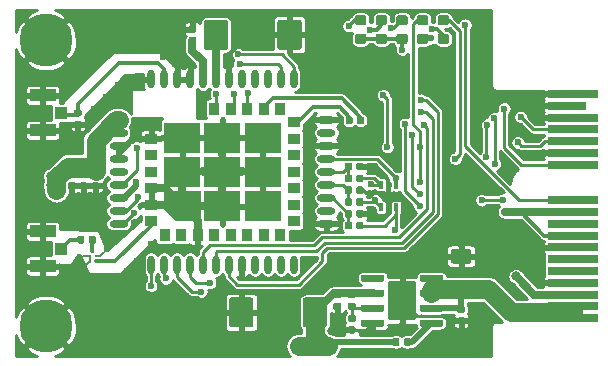
<source format=gbr>
G04 #@! TF.GenerationSoftware,KiCad,Pcbnew,(5.1.5-0-10_14)*
G04 #@! TF.CreationDate,2020-03-09T21:53:23-07:00*
G04 #@! TF.ProjectId,R1,52312e6b-6963-4616-945f-706362585858,rev?*
G04 #@! TF.SameCoordinates,Original*
G04 #@! TF.FileFunction,Copper,L1,Top*
G04 #@! TF.FilePolarity,Positive*
%FSLAX46Y46*%
G04 Gerber Fmt 4.6, Leading zero omitted, Abs format (unit mm)*
G04 Created by KiCad (PCBNEW (5.1.5-0-10_14)) date 2020-03-09 21:53:23*
%MOMM*%
%LPD*%
G04 APERTURE LIST*
%ADD10C,0.100000*%
%ADD11C,0.500000*%
%ADD12O,0.600000X1.600000*%
%ADD13O,1.600000X0.600000*%
%ADD14R,0.900000X1.100000*%
%ADD15R,1.100000X0.900000*%
%ADD16R,3.100000X2.600000*%
%ADD17R,0.400000X0.650000*%
%ADD18C,4.500000*%
%ADD19R,0.250000X0.180000*%
%ADD20R,4.300000X0.700000*%
%ADD21R,3.200000X0.700000*%
%ADD22R,2.200000X1.050000*%
%ADD23R,1.050000X1.000000*%
%ADD24C,0.600000*%
%ADD25C,0.800000*%
%ADD26C,0.300000*%
%ADD27C,0.200000*%
%ADD28C,0.250000*%
%ADD29C,0.700000*%
%ADD30C,1.600000*%
%ADD31C,0.500000*%
%ADD32C,0.254000*%
G04 APERTURE END LIST*
G04 #@! TA.AperFunction,SMDPad,CuDef*
D10*
G36*
X158359458Y-113930710D02*
G01*
X158373776Y-113932834D01*
X158387817Y-113936351D01*
X158401446Y-113941228D01*
X158414531Y-113947417D01*
X158426947Y-113954858D01*
X158438573Y-113963481D01*
X158449298Y-113973202D01*
X158459019Y-113983927D01*
X158467642Y-113995553D01*
X158475083Y-114007969D01*
X158481272Y-114021054D01*
X158486149Y-114034683D01*
X158489666Y-114048724D01*
X158491790Y-114063042D01*
X158492500Y-114077500D01*
X158492500Y-114422500D01*
X158491790Y-114436958D01*
X158489666Y-114451276D01*
X158486149Y-114465317D01*
X158481272Y-114478946D01*
X158475083Y-114492031D01*
X158467642Y-114504447D01*
X158459019Y-114516073D01*
X158449298Y-114526798D01*
X158438573Y-114536519D01*
X158426947Y-114545142D01*
X158414531Y-114552583D01*
X158401446Y-114558772D01*
X158387817Y-114563649D01*
X158373776Y-114567166D01*
X158359458Y-114569290D01*
X158345000Y-114570000D01*
X158050000Y-114570000D01*
X158035542Y-114569290D01*
X158021224Y-114567166D01*
X158007183Y-114563649D01*
X157993554Y-114558772D01*
X157980469Y-114552583D01*
X157968053Y-114545142D01*
X157956427Y-114536519D01*
X157945702Y-114526798D01*
X157935981Y-114516073D01*
X157927358Y-114504447D01*
X157919917Y-114492031D01*
X157913728Y-114478946D01*
X157908851Y-114465317D01*
X157905334Y-114451276D01*
X157903210Y-114436958D01*
X157902500Y-114422500D01*
X157902500Y-114077500D01*
X157903210Y-114063042D01*
X157905334Y-114048724D01*
X157908851Y-114034683D01*
X157913728Y-114021054D01*
X157919917Y-114007969D01*
X157927358Y-113995553D01*
X157935981Y-113983927D01*
X157945702Y-113973202D01*
X157956427Y-113963481D01*
X157968053Y-113954858D01*
X157980469Y-113947417D01*
X157993554Y-113941228D01*
X158007183Y-113936351D01*
X158021224Y-113932834D01*
X158035542Y-113930710D01*
X158050000Y-113930000D01*
X158345000Y-113930000D01*
X158359458Y-113930710D01*
G37*
G04 #@! TD.AperFunction*
G04 #@! TA.AperFunction,SMDPad,CuDef*
G36*
X157389458Y-113930710D02*
G01*
X157403776Y-113932834D01*
X157417817Y-113936351D01*
X157431446Y-113941228D01*
X157444531Y-113947417D01*
X157456947Y-113954858D01*
X157468573Y-113963481D01*
X157479298Y-113973202D01*
X157489019Y-113983927D01*
X157497642Y-113995553D01*
X157505083Y-114007969D01*
X157511272Y-114021054D01*
X157516149Y-114034683D01*
X157519666Y-114048724D01*
X157521790Y-114063042D01*
X157522500Y-114077500D01*
X157522500Y-114422500D01*
X157521790Y-114436958D01*
X157519666Y-114451276D01*
X157516149Y-114465317D01*
X157511272Y-114478946D01*
X157505083Y-114492031D01*
X157497642Y-114504447D01*
X157489019Y-114516073D01*
X157479298Y-114526798D01*
X157468573Y-114536519D01*
X157456947Y-114545142D01*
X157444531Y-114552583D01*
X157431446Y-114558772D01*
X157417817Y-114563649D01*
X157403776Y-114567166D01*
X157389458Y-114569290D01*
X157375000Y-114570000D01*
X157080000Y-114570000D01*
X157065542Y-114569290D01*
X157051224Y-114567166D01*
X157037183Y-114563649D01*
X157023554Y-114558772D01*
X157010469Y-114552583D01*
X156998053Y-114545142D01*
X156986427Y-114536519D01*
X156975702Y-114526798D01*
X156965981Y-114516073D01*
X156957358Y-114504447D01*
X156949917Y-114492031D01*
X156943728Y-114478946D01*
X156938851Y-114465317D01*
X156935334Y-114451276D01*
X156933210Y-114436958D01*
X156932500Y-114422500D01*
X156932500Y-114077500D01*
X156933210Y-114063042D01*
X156935334Y-114048724D01*
X156938851Y-114034683D01*
X156943728Y-114021054D01*
X156949917Y-114007969D01*
X156957358Y-113995553D01*
X156965981Y-113983927D01*
X156975702Y-113973202D01*
X156986427Y-113963481D01*
X156998053Y-113954858D01*
X157010469Y-113947417D01*
X157023554Y-113941228D01*
X157037183Y-113936351D01*
X157051224Y-113932834D01*
X157065542Y-113930710D01*
X157080000Y-113930000D01*
X157375000Y-113930000D01*
X157389458Y-113930710D01*
G37*
G04 #@! TD.AperFunction*
G04 #@! TA.AperFunction,SMDPad,CuDef*
G36*
X130486958Y-95540710D02*
G01*
X130501276Y-95542834D01*
X130515317Y-95546351D01*
X130528946Y-95551228D01*
X130542031Y-95557417D01*
X130554447Y-95564858D01*
X130566073Y-95573481D01*
X130576798Y-95583202D01*
X130586519Y-95593927D01*
X130595142Y-95605553D01*
X130602583Y-95617969D01*
X130608772Y-95631054D01*
X130613649Y-95644683D01*
X130617166Y-95658724D01*
X130619290Y-95673042D01*
X130620000Y-95687500D01*
X130620000Y-95982500D01*
X130619290Y-95996958D01*
X130617166Y-96011276D01*
X130613649Y-96025317D01*
X130608772Y-96038946D01*
X130602583Y-96052031D01*
X130595142Y-96064447D01*
X130586519Y-96076073D01*
X130576798Y-96086798D01*
X130566073Y-96096519D01*
X130554447Y-96105142D01*
X130542031Y-96112583D01*
X130528946Y-96118772D01*
X130515317Y-96123649D01*
X130501276Y-96127166D01*
X130486958Y-96129290D01*
X130472500Y-96130000D01*
X130127500Y-96130000D01*
X130113042Y-96129290D01*
X130098724Y-96127166D01*
X130084683Y-96123649D01*
X130071054Y-96118772D01*
X130057969Y-96112583D01*
X130045553Y-96105142D01*
X130033927Y-96096519D01*
X130023202Y-96086798D01*
X130013481Y-96076073D01*
X130004858Y-96064447D01*
X129997417Y-96052031D01*
X129991228Y-96038946D01*
X129986351Y-96025317D01*
X129982834Y-96011276D01*
X129980710Y-95996958D01*
X129980000Y-95982500D01*
X129980000Y-95687500D01*
X129980710Y-95673042D01*
X129982834Y-95658724D01*
X129986351Y-95644683D01*
X129991228Y-95631054D01*
X129997417Y-95617969D01*
X130004858Y-95605553D01*
X130013481Y-95593927D01*
X130023202Y-95583202D01*
X130033927Y-95573481D01*
X130045553Y-95564858D01*
X130057969Y-95557417D01*
X130071054Y-95551228D01*
X130084683Y-95546351D01*
X130098724Y-95542834D01*
X130113042Y-95540710D01*
X130127500Y-95540000D01*
X130472500Y-95540000D01*
X130486958Y-95540710D01*
G37*
G04 #@! TD.AperFunction*
G04 #@! TA.AperFunction,SMDPad,CuDef*
G36*
X130486958Y-94570710D02*
G01*
X130501276Y-94572834D01*
X130515317Y-94576351D01*
X130528946Y-94581228D01*
X130542031Y-94587417D01*
X130554447Y-94594858D01*
X130566073Y-94603481D01*
X130576798Y-94613202D01*
X130586519Y-94623927D01*
X130595142Y-94635553D01*
X130602583Y-94647969D01*
X130608772Y-94661054D01*
X130613649Y-94674683D01*
X130617166Y-94688724D01*
X130619290Y-94703042D01*
X130620000Y-94717500D01*
X130620000Y-95012500D01*
X130619290Y-95026958D01*
X130617166Y-95041276D01*
X130613649Y-95055317D01*
X130608772Y-95068946D01*
X130602583Y-95082031D01*
X130595142Y-95094447D01*
X130586519Y-95106073D01*
X130576798Y-95116798D01*
X130566073Y-95126519D01*
X130554447Y-95135142D01*
X130542031Y-95142583D01*
X130528946Y-95148772D01*
X130515317Y-95153649D01*
X130501276Y-95157166D01*
X130486958Y-95159290D01*
X130472500Y-95160000D01*
X130127500Y-95160000D01*
X130113042Y-95159290D01*
X130098724Y-95157166D01*
X130084683Y-95153649D01*
X130071054Y-95148772D01*
X130057969Y-95142583D01*
X130045553Y-95135142D01*
X130033927Y-95126519D01*
X130023202Y-95116798D01*
X130013481Y-95106073D01*
X130004858Y-95094447D01*
X129997417Y-95082031D01*
X129991228Y-95068946D01*
X129986351Y-95055317D01*
X129982834Y-95041276D01*
X129980710Y-95026958D01*
X129980000Y-95012500D01*
X129980000Y-94717500D01*
X129980710Y-94703042D01*
X129982834Y-94688724D01*
X129986351Y-94674683D01*
X129991228Y-94661054D01*
X129997417Y-94647969D01*
X130004858Y-94635553D01*
X130013481Y-94623927D01*
X130023202Y-94613202D01*
X130033927Y-94603481D01*
X130045553Y-94594858D01*
X130057969Y-94587417D01*
X130071054Y-94581228D01*
X130084683Y-94576351D01*
X130098724Y-94572834D01*
X130113042Y-94570710D01*
X130127500Y-94570000D01*
X130472500Y-94570000D01*
X130486958Y-94570710D01*
G37*
G04 #@! TD.AperFunction*
G04 #@! TA.AperFunction,SMDPad,CuDef*
G36*
X158729506Y-109101204D02*
G01*
X158753774Y-109104804D01*
X158777573Y-109110765D01*
X158800672Y-109119030D01*
X158822850Y-109129519D01*
X158843893Y-109142132D01*
X158863599Y-109156747D01*
X158881777Y-109173223D01*
X158898253Y-109191401D01*
X158912868Y-109211107D01*
X158925481Y-109232150D01*
X158935970Y-109254328D01*
X158944235Y-109277427D01*
X158950196Y-109301226D01*
X158953796Y-109325494D01*
X158955000Y-109349998D01*
X158955000Y-112150002D01*
X158953796Y-112174506D01*
X158950196Y-112198774D01*
X158944235Y-112222573D01*
X158935970Y-112245672D01*
X158925481Y-112267850D01*
X158912868Y-112288893D01*
X158898253Y-112308599D01*
X158881777Y-112326777D01*
X158863599Y-112343253D01*
X158843893Y-112357868D01*
X158822850Y-112370481D01*
X158800672Y-112380970D01*
X158777573Y-112389235D01*
X158753774Y-112395196D01*
X158729506Y-112398796D01*
X158705002Y-112400000D01*
X156794998Y-112400000D01*
X156770494Y-112398796D01*
X156746226Y-112395196D01*
X156722427Y-112389235D01*
X156699328Y-112380970D01*
X156677150Y-112370481D01*
X156656107Y-112357868D01*
X156636401Y-112343253D01*
X156618223Y-112326777D01*
X156601747Y-112308599D01*
X156587132Y-112288893D01*
X156574519Y-112267850D01*
X156564030Y-112245672D01*
X156555765Y-112222573D01*
X156549804Y-112198774D01*
X156546204Y-112174506D01*
X156545000Y-112150002D01*
X156545000Y-109349998D01*
X156546204Y-109325494D01*
X156549804Y-109301226D01*
X156555765Y-109277427D01*
X156564030Y-109254328D01*
X156574519Y-109232150D01*
X156587132Y-109211107D01*
X156601747Y-109191401D01*
X156618223Y-109173223D01*
X156636401Y-109156747D01*
X156656107Y-109142132D01*
X156677150Y-109129519D01*
X156699328Y-109119030D01*
X156722427Y-109110765D01*
X156746226Y-109104804D01*
X156770494Y-109101204D01*
X156794998Y-109100000D01*
X158705002Y-109100000D01*
X158729506Y-109101204D01*
G37*
G04 #@! TD.AperFunction*
D11*
X158450000Y-111950000D03*
X157050000Y-111950000D03*
X158450000Y-110750000D03*
X157050000Y-110750000D03*
X158450000Y-109550000D03*
X157050000Y-109550000D03*
G04 #@! TA.AperFunction,SMDPad,CuDef*
D10*
G36*
X161064703Y-112355722D02*
G01*
X161079264Y-112357882D01*
X161093543Y-112361459D01*
X161107403Y-112366418D01*
X161120710Y-112372712D01*
X161133336Y-112380280D01*
X161145159Y-112389048D01*
X161156066Y-112398934D01*
X161165952Y-112409841D01*
X161174720Y-112421664D01*
X161182288Y-112434290D01*
X161188582Y-112447597D01*
X161193541Y-112461457D01*
X161197118Y-112475736D01*
X161199278Y-112490297D01*
X161200000Y-112505000D01*
X161200000Y-112805000D01*
X161199278Y-112819703D01*
X161197118Y-112834264D01*
X161193541Y-112848543D01*
X161188582Y-112862403D01*
X161182288Y-112875710D01*
X161174720Y-112888336D01*
X161165952Y-112900159D01*
X161156066Y-112911066D01*
X161145159Y-112920952D01*
X161133336Y-112929720D01*
X161120710Y-112937288D01*
X161107403Y-112943582D01*
X161093543Y-112948541D01*
X161079264Y-112952118D01*
X161064703Y-112954278D01*
X161050000Y-112955000D01*
X159400000Y-112955000D01*
X159385297Y-112954278D01*
X159370736Y-112952118D01*
X159356457Y-112948541D01*
X159342597Y-112943582D01*
X159329290Y-112937288D01*
X159316664Y-112929720D01*
X159304841Y-112920952D01*
X159293934Y-112911066D01*
X159284048Y-112900159D01*
X159275280Y-112888336D01*
X159267712Y-112875710D01*
X159261418Y-112862403D01*
X159256459Y-112848543D01*
X159252882Y-112834264D01*
X159250722Y-112819703D01*
X159250000Y-112805000D01*
X159250000Y-112505000D01*
X159250722Y-112490297D01*
X159252882Y-112475736D01*
X159256459Y-112461457D01*
X159261418Y-112447597D01*
X159267712Y-112434290D01*
X159275280Y-112421664D01*
X159284048Y-112409841D01*
X159293934Y-112398934D01*
X159304841Y-112389048D01*
X159316664Y-112380280D01*
X159329290Y-112372712D01*
X159342597Y-112366418D01*
X159356457Y-112361459D01*
X159370736Y-112357882D01*
X159385297Y-112355722D01*
X159400000Y-112355000D01*
X161050000Y-112355000D01*
X161064703Y-112355722D01*
G37*
G04 #@! TD.AperFunction*
G04 #@! TA.AperFunction,SMDPad,CuDef*
G36*
X161064703Y-111085722D02*
G01*
X161079264Y-111087882D01*
X161093543Y-111091459D01*
X161107403Y-111096418D01*
X161120710Y-111102712D01*
X161133336Y-111110280D01*
X161145159Y-111119048D01*
X161156066Y-111128934D01*
X161165952Y-111139841D01*
X161174720Y-111151664D01*
X161182288Y-111164290D01*
X161188582Y-111177597D01*
X161193541Y-111191457D01*
X161197118Y-111205736D01*
X161199278Y-111220297D01*
X161200000Y-111235000D01*
X161200000Y-111535000D01*
X161199278Y-111549703D01*
X161197118Y-111564264D01*
X161193541Y-111578543D01*
X161188582Y-111592403D01*
X161182288Y-111605710D01*
X161174720Y-111618336D01*
X161165952Y-111630159D01*
X161156066Y-111641066D01*
X161145159Y-111650952D01*
X161133336Y-111659720D01*
X161120710Y-111667288D01*
X161107403Y-111673582D01*
X161093543Y-111678541D01*
X161079264Y-111682118D01*
X161064703Y-111684278D01*
X161050000Y-111685000D01*
X159400000Y-111685000D01*
X159385297Y-111684278D01*
X159370736Y-111682118D01*
X159356457Y-111678541D01*
X159342597Y-111673582D01*
X159329290Y-111667288D01*
X159316664Y-111659720D01*
X159304841Y-111650952D01*
X159293934Y-111641066D01*
X159284048Y-111630159D01*
X159275280Y-111618336D01*
X159267712Y-111605710D01*
X159261418Y-111592403D01*
X159256459Y-111578543D01*
X159252882Y-111564264D01*
X159250722Y-111549703D01*
X159250000Y-111535000D01*
X159250000Y-111235000D01*
X159250722Y-111220297D01*
X159252882Y-111205736D01*
X159256459Y-111191457D01*
X159261418Y-111177597D01*
X159267712Y-111164290D01*
X159275280Y-111151664D01*
X159284048Y-111139841D01*
X159293934Y-111128934D01*
X159304841Y-111119048D01*
X159316664Y-111110280D01*
X159329290Y-111102712D01*
X159342597Y-111096418D01*
X159356457Y-111091459D01*
X159370736Y-111087882D01*
X159385297Y-111085722D01*
X159400000Y-111085000D01*
X161050000Y-111085000D01*
X161064703Y-111085722D01*
G37*
G04 #@! TD.AperFunction*
G04 #@! TA.AperFunction,SMDPad,CuDef*
G36*
X161064703Y-109815722D02*
G01*
X161079264Y-109817882D01*
X161093543Y-109821459D01*
X161107403Y-109826418D01*
X161120710Y-109832712D01*
X161133336Y-109840280D01*
X161145159Y-109849048D01*
X161156066Y-109858934D01*
X161165952Y-109869841D01*
X161174720Y-109881664D01*
X161182288Y-109894290D01*
X161188582Y-109907597D01*
X161193541Y-109921457D01*
X161197118Y-109935736D01*
X161199278Y-109950297D01*
X161200000Y-109965000D01*
X161200000Y-110265000D01*
X161199278Y-110279703D01*
X161197118Y-110294264D01*
X161193541Y-110308543D01*
X161188582Y-110322403D01*
X161182288Y-110335710D01*
X161174720Y-110348336D01*
X161165952Y-110360159D01*
X161156066Y-110371066D01*
X161145159Y-110380952D01*
X161133336Y-110389720D01*
X161120710Y-110397288D01*
X161107403Y-110403582D01*
X161093543Y-110408541D01*
X161079264Y-110412118D01*
X161064703Y-110414278D01*
X161050000Y-110415000D01*
X159400000Y-110415000D01*
X159385297Y-110414278D01*
X159370736Y-110412118D01*
X159356457Y-110408541D01*
X159342597Y-110403582D01*
X159329290Y-110397288D01*
X159316664Y-110389720D01*
X159304841Y-110380952D01*
X159293934Y-110371066D01*
X159284048Y-110360159D01*
X159275280Y-110348336D01*
X159267712Y-110335710D01*
X159261418Y-110322403D01*
X159256459Y-110308543D01*
X159252882Y-110294264D01*
X159250722Y-110279703D01*
X159250000Y-110265000D01*
X159250000Y-109965000D01*
X159250722Y-109950297D01*
X159252882Y-109935736D01*
X159256459Y-109921457D01*
X159261418Y-109907597D01*
X159267712Y-109894290D01*
X159275280Y-109881664D01*
X159284048Y-109869841D01*
X159293934Y-109858934D01*
X159304841Y-109849048D01*
X159316664Y-109840280D01*
X159329290Y-109832712D01*
X159342597Y-109826418D01*
X159356457Y-109821459D01*
X159370736Y-109817882D01*
X159385297Y-109815722D01*
X159400000Y-109815000D01*
X161050000Y-109815000D01*
X161064703Y-109815722D01*
G37*
G04 #@! TD.AperFunction*
G04 #@! TA.AperFunction,SMDPad,CuDef*
G36*
X161064703Y-108545722D02*
G01*
X161079264Y-108547882D01*
X161093543Y-108551459D01*
X161107403Y-108556418D01*
X161120710Y-108562712D01*
X161133336Y-108570280D01*
X161145159Y-108579048D01*
X161156066Y-108588934D01*
X161165952Y-108599841D01*
X161174720Y-108611664D01*
X161182288Y-108624290D01*
X161188582Y-108637597D01*
X161193541Y-108651457D01*
X161197118Y-108665736D01*
X161199278Y-108680297D01*
X161200000Y-108695000D01*
X161200000Y-108995000D01*
X161199278Y-109009703D01*
X161197118Y-109024264D01*
X161193541Y-109038543D01*
X161188582Y-109052403D01*
X161182288Y-109065710D01*
X161174720Y-109078336D01*
X161165952Y-109090159D01*
X161156066Y-109101066D01*
X161145159Y-109110952D01*
X161133336Y-109119720D01*
X161120710Y-109127288D01*
X161107403Y-109133582D01*
X161093543Y-109138541D01*
X161079264Y-109142118D01*
X161064703Y-109144278D01*
X161050000Y-109145000D01*
X159400000Y-109145000D01*
X159385297Y-109144278D01*
X159370736Y-109142118D01*
X159356457Y-109138541D01*
X159342597Y-109133582D01*
X159329290Y-109127288D01*
X159316664Y-109119720D01*
X159304841Y-109110952D01*
X159293934Y-109101066D01*
X159284048Y-109090159D01*
X159275280Y-109078336D01*
X159267712Y-109065710D01*
X159261418Y-109052403D01*
X159256459Y-109038543D01*
X159252882Y-109024264D01*
X159250722Y-109009703D01*
X159250000Y-108995000D01*
X159250000Y-108695000D01*
X159250722Y-108680297D01*
X159252882Y-108665736D01*
X159256459Y-108651457D01*
X159261418Y-108637597D01*
X159267712Y-108624290D01*
X159275280Y-108611664D01*
X159284048Y-108599841D01*
X159293934Y-108588934D01*
X159304841Y-108579048D01*
X159316664Y-108570280D01*
X159329290Y-108562712D01*
X159342597Y-108556418D01*
X159356457Y-108551459D01*
X159370736Y-108547882D01*
X159385297Y-108545722D01*
X159400000Y-108545000D01*
X161050000Y-108545000D01*
X161064703Y-108545722D01*
G37*
G04 #@! TD.AperFunction*
G04 #@! TA.AperFunction,SMDPad,CuDef*
G36*
X156114703Y-108545722D02*
G01*
X156129264Y-108547882D01*
X156143543Y-108551459D01*
X156157403Y-108556418D01*
X156170710Y-108562712D01*
X156183336Y-108570280D01*
X156195159Y-108579048D01*
X156206066Y-108588934D01*
X156215952Y-108599841D01*
X156224720Y-108611664D01*
X156232288Y-108624290D01*
X156238582Y-108637597D01*
X156243541Y-108651457D01*
X156247118Y-108665736D01*
X156249278Y-108680297D01*
X156250000Y-108695000D01*
X156250000Y-108995000D01*
X156249278Y-109009703D01*
X156247118Y-109024264D01*
X156243541Y-109038543D01*
X156238582Y-109052403D01*
X156232288Y-109065710D01*
X156224720Y-109078336D01*
X156215952Y-109090159D01*
X156206066Y-109101066D01*
X156195159Y-109110952D01*
X156183336Y-109119720D01*
X156170710Y-109127288D01*
X156157403Y-109133582D01*
X156143543Y-109138541D01*
X156129264Y-109142118D01*
X156114703Y-109144278D01*
X156100000Y-109145000D01*
X154450000Y-109145000D01*
X154435297Y-109144278D01*
X154420736Y-109142118D01*
X154406457Y-109138541D01*
X154392597Y-109133582D01*
X154379290Y-109127288D01*
X154366664Y-109119720D01*
X154354841Y-109110952D01*
X154343934Y-109101066D01*
X154334048Y-109090159D01*
X154325280Y-109078336D01*
X154317712Y-109065710D01*
X154311418Y-109052403D01*
X154306459Y-109038543D01*
X154302882Y-109024264D01*
X154300722Y-109009703D01*
X154300000Y-108995000D01*
X154300000Y-108695000D01*
X154300722Y-108680297D01*
X154302882Y-108665736D01*
X154306459Y-108651457D01*
X154311418Y-108637597D01*
X154317712Y-108624290D01*
X154325280Y-108611664D01*
X154334048Y-108599841D01*
X154343934Y-108588934D01*
X154354841Y-108579048D01*
X154366664Y-108570280D01*
X154379290Y-108562712D01*
X154392597Y-108556418D01*
X154406457Y-108551459D01*
X154420736Y-108547882D01*
X154435297Y-108545722D01*
X154450000Y-108545000D01*
X156100000Y-108545000D01*
X156114703Y-108545722D01*
G37*
G04 #@! TD.AperFunction*
G04 #@! TA.AperFunction,SMDPad,CuDef*
G36*
X156114703Y-109815722D02*
G01*
X156129264Y-109817882D01*
X156143543Y-109821459D01*
X156157403Y-109826418D01*
X156170710Y-109832712D01*
X156183336Y-109840280D01*
X156195159Y-109849048D01*
X156206066Y-109858934D01*
X156215952Y-109869841D01*
X156224720Y-109881664D01*
X156232288Y-109894290D01*
X156238582Y-109907597D01*
X156243541Y-109921457D01*
X156247118Y-109935736D01*
X156249278Y-109950297D01*
X156250000Y-109965000D01*
X156250000Y-110265000D01*
X156249278Y-110279703D01*
X156247118Y-110294264D01*
X156243541Y-110308543D01*
X156238582Y-110322403D01*
X156232288Y-110335710D01*
X156224720Y-110348336D01*
X156215952Y-110360159D01*
X156206066Y-110371066D01*
X156195159Y-110380952D01*
X156183336Y-110389720D01*
X156170710Y-110397288D01*
X156157403Y-110403582D01*
X156143543Y-110408541D01*
X156129264Y-110412118D01*
X156114703Y-110414278D01*
X156100000Y-110415000D01*
X154450000Y-110415000D01*
X154435297Y-110414278D01*
X154420736Y-110412118D01*
X154406457Y-110408541D01*
X154392597Y-110403582D01*
X154379290Y-110397288D01*
X154366664Y-110389720D01*
X154354841Y-110380952D01*
X154343934Y-110371066D01*
X154334048Y-110360159D01*
X154325280Y-110348336D01*
X154317712Y-110335710D01*
X154311418Y-110322403D01*
X154306459Y-110308543D01*
X154302882Y-110294264D01*
X154300722Y-110279703D01*
X154300000Y-110265000D01*
X154300000Y-109965000D01*
X154300722Y-109950297D01*
X154302882Y-109935736D01*
X154306459Y-109921457D01*
X154311418Y-109907597D01*
X154317712Y-109894290D01*
X154325280Y-109881664D01*
X154334048Y-109869841D01*
X154343934Y-109858934D01*
X154354841Y-109849048D01*
X154366664Y-109840280D01*
X154379290Y-109832712D01*
X154392597Y-109826418D01*
X154406457Y-109821459D01*
X154420736Y-109817882D01*
X154435297Y-109815722D01*
X154450000Y-109815000D01*
X156100000Y-109815000D01*
X156114703Y-109815722D01*
G37*
G04 #@! TD.AperFunction*
G04 #@! TA.AperFunction,SMDPad,CuDef*
G36*
X156114703Y-111085722D02*
G01*
X156129264Y-111087882D01*
X156143543Y-111091459D01*
X156157403Y-111096418D01*
X156170710Y-111102712D01*
X156183336Y-111110280D01*
X156195159Y-111119048D01*
X156206066Y-111128934D01*
X156215952Y-111139841D01*
X156224720Y-111151664D01*
X156232288Y-111164290D01*
X156238582Y-111177597D01*
X156243541Y-111191457D01*
X156247118Y-111205736D01*
X156249278Y-111220297D01*
X156250000Y-111235000D01*
X156250000Y-111535000D01*
X156249278Y-111549703D01*
X156247118Y-111564264D01*
X156243541Y-111578543D01*
X156238582Y-111592403D01*
X156232288Y-111605710D01*
X156224720Y-111618336D01*
X156215952Y-111630159D01*
X156206066Y-111641066D01*
X156195159Y-111650952D01*
X156183336Y-111659720D01*
X156170710Y-111667288D01*
X156157403Y-111673582D01*
X156143543Y-111678541D01*
X156129264Y-111682118D01*
X156114703Y-111684278D01*
X156100000Y-111685000D01*
X154450000Y-111685000D01*
X154435297Y-111684278D01*
X154420736Y-111682118D01*
X154406457Y-111678541D01*
X154392597Y-111673582D01*
X154379290Y-111667288D01*
X154366664Y-111659720D01*
X154354841Y-111650952D01*
X154343934Y-111641066D01*
X154334048Y-111630159D01*
X154325280Y-111618336D01*
X154317712Y-111605710D01*
X154311418Y-111592403D01*
X154306459Y-111578543D01*
X154302882Y-111564264D01*
X154300722Y-111549703D01*
X154300000Y-111535000D01*
X154300000Y-111235000D01*
X154300722Y-111220297D01*
X154302882Y-111205736D01*
X154306459Y-111191457D01*
X154311418Y-111177597D01*
X154317712Y-111164290D01*
X154325280Y-111151664D01*
X154334048Y-111139841D01*
X154343934Y-111128934D01*
X154354841Y-111119048D01*
X154366664Y-111110280D01*
X154379290Y-111102712D01*
X154392597Y-111096418D01*
X154406457Y-111091459D01*
X154420736Y-111087882D01*
X154435297Y-111085722D01*
X154450000Y-111085000D01*
X156100000Y-111085000D01*
X156114703Y-111085722D01*
G37*
G04 #@! TD.AperFunction*
G04 #@! TA.AperFunction,SMDPad,CuDef*
G36*
X156114703Y-112355722D02*
G01*
X156129264Y-112357882D01*
X156143543Y-112361459D01*
X156157403Y-112366418D01*
X156170710Y-112372712D01*
X156183336Y-112380280D01*
X156195159Y-112389048D01*
X156206066Y-112398934D01*
X156215952Y-112409841D01*
X156224720Y-112421664D01*
X156232288Y-112434290D01*
X156238582Y-112447597D01*
X156243541Y-112461457D01*
X156247118Y-112475736D01*
X156249278Y-112490297D01*
X156250000Y-112505000D01*
X156250000Y-112805000D01*
X156249278Y-112819703D01*
X156247118Y-112834264D01*
X156243541Y-112848543D01*
X156238582Y-112862403D01*
X156232288Y-112875710D01*
X156224720Y-112888336D01*
X156215952Y-112900159D01*
X156206066Y-112911066D01*
X156195159Y-112920952D01*
X156183336Y-112929720D01*
X156170710Y-112937288D01*
X156157403Y-112943582D01*
X156143543Y-112948541D01*
X156129264Y-112952118D01*
X156114703Y-112954278D01*
X156100000Y-112955000D01*
X154450000Y-112955000D01*
X154435297Y-112954278D01*
X154420736Y-112952118D01*
X154406457Y-112948541D01*
X154392597Y-112943582D01*
X154379290Y-112937288D01*
X154366664Y-112929720D01*
X154354841Y-112920952D01*
X154343934Y-112911066D01*
X154334048Y-112900159D01*
X154325280Y-112888336D01*
X154317712Y-112875710D01*
X154311418Y-112862403D01*
X154306459Y-112848543D01*
X154302882Y-112834264D01*
X154300722Y-112819703D01*
X154300000Y-112805000D01*
X154300000Y-112505000D01*
X154300722Y-112490297D01*
X154302882Y-112475736D01*
X154306459Y-112461457D01*
X154311418Y-112447597D01*
X154317712Y-112434290D01*
X154325280Y-112421664D01*
X154334048Y-112409841D01*
X154343934Y-112398934D01*
X154354841Y-112389048D01*
X154366664Y-112380280D01*
X154379290Y-112372712D01*
X154392597Y-112366418D01*
X154406457Y-112361459D01*
X154420736Y-112357882D01*
X154435297Y-112355722D01*
X154450000Y-112355000D01*
X156100000Y-112355000D01*
X156114703Y-112355722D01*
G37*
G04 #@! TD.AperFunction*
G04 #@! TA.AperFunction,SMDPad,CuDef*
G36*
X153376958Y-104080710D02*
G01*
X153391276Y-104082834D01*
X153405317Y-104086351D01*
X153418946Y-104091228D01*
X153432031Y-104097417D01*
X153444447Y-104104858D01*
X153456073Y-104113481D01*
X153466798Y-104123202D01*
X153476519Y-104133927D01*
X153485142Y-104145553D01*
X153492583Y-104157969D01*
X153498772Y-104171054D01*
X153503649Y-104184683D01*
X153507166Y-104198724D01*
X153509290Y-104213042D01*
X153510000Y-104227500D01*
X153510000Y-104572500D01*
X153509290Y-104586958D01*
X153507166Y-104601276D01*
X153503649Y-104615317D01*
X153498772Y-104628946D01*
X153492583Y-104642031D01*
X153485142Y-104654447D01*
X153476519Y-104666073D01*
X153466798Y-104676798D01*
X153456073Y-104686519D01*
X153444447Y-104695142D01*
X153432031Y-104702583D01*
X153418946Y-104708772D01*
X153405317Y-104713649D01*
X153391276Y-104717166D01*
X153376958Y-104719290D01*
X153362500Y-104720000D01*
X153067500Y-104720000D01*
X153053042Y-104719290D01*
X153038724Y-104717166D01*
X153024683Y-104713649D01*
X153011054Y-104708772D01*
X152997969Y-104702583D01*
X152985553Y-104695142D01*
X152973927Y-104686519D01*
X152963202Y-104676798D01*
X152953481Y-104666073D01*
X152944858Y-104654447D01*
X152937417Y-104642031D01*
X152931228Y-104628946D01*
X152926351Y-104615317D01*
X152922834Y-104601276D01*
X152920710Y-104586958D01*
X152920000Y-104572500D01*
X152920000Y-104227500D01*
X152920710Y-104213042D01*
X152922834Y-104198724D01*
X152926351Y-104184683D01*
X152931228Y-104171054D01*
X152937417Y-104157969D01*
X152944858Y-104145553D01*
X152953481Y-104133927D01*
X152963202Y-104123202D01*
X152973927Y-104113481D01*
X152985553Y-104104858D01*
X152997969Y-104097417D01*
X153011054Y-104091228D01*
X153024683Y-104086351D01*
X153038724Y-104082834D01*
X153053042Y-104080710D01*
X153067500Y-104080000D01*
X153362500Y-104080000D01*
X153376958Y-104080710D01*
G37*
G04 #@! TD.AperFunction*
G04 #@! TA.AperFunction,SMDPad,CuDef*
G36*
X154346958Y-104080710D02*
G01*
X154361276Y-104082834D01*
X154375317Y-104086351D01*
X154388946Y-104091228D01*
X154402031Y-104097417D01*
X154414447Y-104104858D01*
X154426073Y-104113481D01*
X154436798Y-104123202D01*
X154446519Y-104133927D01*
X154455142Y-104145553D01*
X154462583Y-104157969D01*
X154468772Y-104171054D01*
X154473649Y-104184683D01*
X154477166Y-104198724D01*
X154479290Y-104213042D01*
X154480000Y-104227500D01*
X154480000Y-104572500D01*
X154479290Y-104586958D01*
X154477166Y-104601276D01*
X154473649Y-104615317D01*
X154468772Y-104628946D01*
X154462583Y-104642031D01*
X154455142Y-104654447D01*
X154446519Y-104666073D01*
X154436798Y-104676798D01*
X154426073Y-104686519D01*
X154414447Y-104695142D01*
X154402031Y-104702583D01*
X154388946Y-104708772D01*
X154375317Y-104713649D01*
X154361276Y-104717166D01*
X154346958Y-104719290D01*
X154332500Y-104720000D01*
X154037500Y-104720000D01*
X154023042Y-104719290D01*
X154008724Y-104717166D01*
X153994683Y-104713649D01*
X153981054Y-104708772D01*
X153967969Y-104702583D01*
X153955553Y-104695142D01*
X153943927Y-104686519D01*
X153933202Y-104676798D01*
X153923481Y-104666073D01*
X153914858Y-104654447D01*
X153907417Y-104642031D01*
X153901228Y-104628946D01*
X153896351Y-104615317D01*
X153892834Y-104601276D01*
X153890710Y-104586958D01*
X153890000Y-104572500D01*
X153890000Y-104227500D01*
X153890710Y-104213042D01*
X153892834Y-104198724D01*
X153896351Y-104184683D01*
X153901228Y-104171054D01*
X153907417Y-104157969D01*
X153914858Y-104145553D01*
X153923481Y-104133927D01*
X153933202Y-104123202D01*
X153943927Y-104113481D01*
X153955553Y-104104858D01*
X153967969Y-104097417D01*
X153981054Y-104091228D01*
X153994683Y-104086351D01*
X154008724Y-104082834D01*
X154023042Y-104080710D01*
X154037500Y-104080000D01*
X154332500Y-104080000D01*
X154346958Y-104080710D01*
G37*
G04 #@! TD.AperFunction*
G04 #@! TA.AperFunction,SMDPad,CuDef*
G36*
X153376958Y-102080710D02*
G01*
X153391276Y-102082834D01*
X153405317Y-102086351D01*
X153418946Y-102091228D01*
X153432031Y-102097417D01*
X153444447Y-102104858D01*
X153456073Y-102113481D01*
X153466798Y-102123202D01*
X153476519Y-102133927D01*
X153485142Y-102145553D01*
X153492583Y-102157969D01*
X153498772Y-102171054D01*
X153503649Y-102184683D01*
X153507166Y-102198724D01*
X153509290Y-102213042D01*
X153510000Y-102227500D01*
X153510000Y-102572500D01*
X153509290Y-102586958D01*
X153507166Y-102601276D01*
X153503649Y-102615317D01*
X153498772Y-102628946D01*
X153492583Y-102642031D01*
X153485142Y-102654447D01*
X153476519Y-102666073D01*
X153466798Y-102676798D01*
X153456073Y-102686519D01*
X153444447Y-102695142D01*
X153432031Y-102702583D01*
X153418946Y-102708772D01*
X153405317Y-102713649D01*
X153391276Y-102717166D01*
X153376958Y-102719290D01*
X153362500Y-102720000D01*
X153067500Y-102720000D01*
X153053042Y-102719290D01*
X153038724Y-102717166D01*
X153024683Y-102713649D01*
X153011054Y-102708772D01*
X152997969Y-102702583D01*
X152985553Y-102695142D01*
X152973927Y-102686519D01*
X152963202Y-102676798D01*
X152953481Y-102666073D01*
X152944858Y-102654447D01*
X152937417Y-102642031D01*
X152931228Y-102628946D01*
X152926351Y-102615317D01*
X152922834Y-102601276D01*
X152920710Y-102586958D01*
X152920000Y-102572500D01*
X152920000Y-102227500D01*
X152920710Y-102213042D01*
X152922834Y-102198724D01*
X152926351Y-102184683D01*
X152931228Y-102171054D01*
X152937417Y-102157969D01*
X152944858Y-102145553D01*
X152953481Y-102133927D01*
X152963202Y-102123202D01*
X152973927Y-102113481D01*
X152985553Y-102104858D01*
X152997969Y-102097417D01*
X153011054Y-102091228D01*
X153024683Y-102086351D01*
X153038724Y-102082834D01*
X153053042Y-102080710D01*
X153067500Y-102080000D01*
X153362500Y-102080000D01*
X153376958Y-102080710D01*
G37*
G04 #@! TD.AperFunction*
G04 #@! TA.AperFunction,SMDPad,CuDef*
G36*
X154346958Y-102080710D02*
G01*
X154361276Y-102082834D01*
X154375317Y-102086351D01*
X154388946Y-102091228D01*
X154402031Y-102097417D01*
X154414447Y-102104858D01*
X154426073Y-102113481D01*
X154436798Y-102123202D01*
X154446519Y-102133927D01*
X154455142Y-102145553D01*
X154462583Y-102157969D01*
X154468772Y-102171054D01*
X154473649Y-102184683D01*
X154477166Y-102198724D01*
X154479290Y-102213042D01*
X154480000Y-102227500D01*
X154480000Y-102572500D01*
X154479290Y-102586958D01*
X154477166Y-102601276D01*
X154473649Y-102615317D01*
X154468772Y-102628946D01*
X154462583Y-102642031D01*
X154455142Y-102654447D01*
X154446519Y-102666073D01*
X154436798Y-102676798D01*
X154426073Y-102686519D01*
X154414447Y-102695142D01*
X154402031Y-102702583D01*
X154388946Y-102708772D01*
X154375317Y-102713649D01*
X154361276Y-102717166D01*
X154346958Y-102719290D01*
X154332500Y-102720000D01*
X154037500Y-102720000D01*
X154023042Y-102719290D01*
X154008724Y-102717166D01*
X153994683Y-102713649D01*
X153981054Y-102708772D01*
X153967969Y-102702583D01*
X153955553Y-102695142D01*
X153943927Y-102686519D01*
X153933202Y-102676798D01*
X153923481Y-102666073D01*
X153914858Y-102654447D01*
X153907417Y-102642031D01*
X153901228Y-102628946D01*
X153896351Y-102615317D01*
X153892834Y-102601276D01*
X153890710Y-102586958D01*
X153890000Y-102572500D01*
X153890000Y-102227500D01*
X153890710Y-102213042D01*
X153892834Y-102198724D01*
X153896351Y-102184683D01*
X153901228Y-102171054D01*
X153907417Y-102157969D01*
X153914858Y-102145553D01*
X153923481Y-102133927D01*
X153933202Y-102123202D01*
X153943927Y-102113481D01*
X153955553Y-102104858D01*
X153967969Y-102097417D01*
X153981054Y-102091228D01*
X153994683Y-102086351D01*
X154008724Y-102082834D01*
X154023042Y-102080710D01*
X154037500Y-102080000D01*
X154332500Y-102080000D01*
X154346958Y-102080710D01*
G37*
G04 #@! TD.AperFunction*
G04 #@! TA.AperFunction,SMDPad,CuDef*
G36*
X153376958Y-100080710D02*
G01*
X153391276Y-100082834D01*
X153405317Y-100086351D01*
X153418946Y-100091228D01*
X153432031Y-100097417D01*
X153444447Y-100104858D01*
X153456073Y-100113481D01*
X153466798Y-100123202D01*
X153476519Y-100133927D01*
X153485142Y-100145553D01*
X153492583Y-100157969D01*
X153498772Y-100171054D01*
X153503649Y-100184683D01*
X153507166Y-100198724D01*
X153509290Y-100213042D01*
X153510000Y-100227500D01*
X153510000Y-100572500D01*
X153509290Y-100586958D01*
X153507166Y-100601276D01*
X153503649Y-100615317D01*
X153498772Y-100628946D01*
X153492583Y-100642031D01*
X153485142Y-100654447D01*
X153476519Y-100666073D01*
X153466798Y-100676798D01*
X153456073Y-100686519D01*
X153444447Y-100695142D01*
X153432031Y-100702583D01*
X153418946Y-100708772D01*
X153405317Y-100713649D01*
X153391276Y-100717166D01*
X153376958Y-100719290D01*
X153362500Y-100720000D01*
X153067500Y-100720000D01*
X153053042Y-100719290D01*
X153038724Y-100717166D01*
X153024683Y-100713649D01*
X153011054Y-100708772D01*
X152997969Y-100702583D01*
X152985553Y-100695142D01*
X152973927Y-100686519D01*
X152963202Y-100676798D01*
X152953481Y-100666073D01*
X152944858Y-100654447D01*
X152937417Y-100642031D01*
X152931228Y-100628946D01*
X152926351Y-100615317D01*
X152922834Y-100601276D01*
X152920710Y-100586958D01*
X152920000Y-100572500D01*
X152920000Y-100227500D01*
X152920710Y-100213042D01*
X152922834Y-100198724D01*
X152926351Y-100184683D01*
X152931228Y-100171054D01*
X152937417Y-100157969D01*
X152944858Y-100145553D01*
X152953481Y-100133927D01*
X152963202Y-100123202D01*
X152973927Y-100113481D01*
X152985553Y-100104858D01*
X152997969Y-100097417D01*
X153011054Y-100091228D01*
X153024683Y-100086351D01*
X153038724Y-100082834D01*
X153053042Y-100080710D01*
X153067500Y-100080000D01*
X153362500Y-100080000D01*
X153376958Y-100080710D01*
G37*
G04 #@! TD.AperFunction*
G04 #@! TA.AperFunction,SMDPad,CuDef*
G36*
X154346958Y-100080710D02*
G01*
X154361276Y-100082834D01*
X154375317Y-100086351D01*
X154388946Y-100091228D01*
X154402031Y-100097417D01*
X154414447Y-100104858D01*
X154426073Y-100113481D01*
X154436798Y-100123202D01*
X154446519Y-100133927D01*
X154455142Y-100145553D01*
X154462583Y-100157969D01*
X154468772Y-100171054D01*
X154473649Y-100184683D01*
X154477166Y-100198724D01*
X154479290Y-100213042D01*
X154480000Y-100227500D01*
X154480000Y-100572500D01*
X154479290Y-100586958D01*
X154477166Y-100601276D01*
X154473649Y-100615317D01*
X154468772Y-100628946D01*
X154462583Y-100642031D01*
X154455142Y-100654447D01*
X154446519Y-100666073D01*
X154436798Y-100676798D01*
X154426073Y-100686519D01*
X154414447Y-100695142D01*
X154402031Y-100702583D01*
X154388946Y-100708772D01*
X154375317Y-100713649D01*
X154361276Y-100717166D01*
X154346958Y-100719290D01*
X154332500Y-100720000D01*
X154037500Y-100720000D01*
X154023042Y-100719290D01*
X154008724Y-100717166D01*
X153994683Y-100713649D01*
X153981054Y-100708772D01*
X153967969Y-100702583D01*
X153955553Y-100695142D01*
X153943927Y-100686519D01*
X153933202Y-100676798D01*
X153923481Y-100666073D01*
X153914858Y-100654447D01*
X153907417Y-100642031D01*
X153901228Y-100628946D01*
X153896351Y-100615317D01*
X153892834Y-100601276D01*
X153890710Y-100586958D01*
X153890000Y-100572500D01*
X153890000Y-100227500D01*
X153890710Y-100213042D01*
X153892834Y-100198724D01*
X153896351Y-100184683D01*
X153901228Y-100171054D01*
X153907417Y-100157969D01*
X153914858Y-100145553D01*
X153923481Y-100133927D01*
X153933202Y-100123202D01*
X153943927Y-100113481D01*
X153955553Y-100104858D01*
X153967969Y-100097417D01*
X153981054Y-100091228D01*
X153994683Y-100086351D01*
X154008724Y-100082834D01*
X154023042Y-100080710D01*
X154037500Y-100080000D01*
X154332500Y-100080000D01*
X154346958Y-100080710D01*
G37*
G04 #@! TD.AperFunction*
G04 #@! TA.AperFunction,SMDPad,CuDef*
G36*
X154396958Y-95180710D02*
G01*
X154411276Y-95182834D01*
X154425317Y-95186351D01*
X154438946Y-95191228D01*
X154452031Y-95197417D01*
X154464447Y-95204858D01*
X154476073Y-95213481D01*
X154486798Y-95223202D01*
X154496519Y-95233927D01*
X154505142Y-95245553D01*
X154512583Y-95257969D01*
X154518772Y-95271054D01*
X154523649Y-95284683D01*
X154527166Y-95298724D01*
X154529290Y-95313042D01*
X154530000Y-95327500D01*
X154530000Y-95672500D01*
X154529290Y-95686958D01*
X154527166Y-95701276D01*
X154523649Y-95715317D01*
X154518772Y-95728946D01*
X154512583Y-95742031D01*
X154505142Y-95754447D01*
X154496519Y-95766073D01*
X154486798Y-95776798D01*
X154476073Y-95786519D01*
X154464447Y-95795142D01*
X154452031Y-95802583D01*
X154438946Y-95808772D01*
X154425317Y-95813649D01*
X154411276Y-95817166D01*
X154396958Y-95819290D01*
X154382500Y-95820000D01*
X154087500Y-95820000D01*
X154073042Y-95819290D01*
X154058724Y-95817166D01*
X154044683Y-95813649D01*
X154031054Y-95808772D01*
X154017969Y-95802583D01*
X154005553Y-95795142D01*
X153993927Y-95786519D01*
X153983202Y-95776798D01*
X153973481Y-95766073D01*
X153964858Y-95754447D01*
X153957417Y-95742031D01*
X153951228Y-95728946D01*
X153946351Y-95715317D01*
X153942834Y-95701276D01*
X153940710Y-95686958D01*
X153940000Y-95672500D01*
X153940000Y-95327500D01*
X153940710Y-95313042D01*
X153942834Y-95298724D01*
X153946351Y-95284683D01*
X153951228Y-95271054D01*
X153957417Y-95257969D01*
X153964858Y-95245553D01*
X153973481Y-95233927D01*
X153983202Y-95223202D01*
X153993927Y-95213481D01*
X154005553Y-95204858D01*
X154017969Y-95197417D01*
X154031054Y-95191228D01*
X154044683Y-95186351D01*
X154058724Y-95182834D01*
X154073042Y-95180710D01*
X154087500Y-95180000D01*
X154382500Y-95180000D01*
X154396958Y-95180710D01*
G37*
G04 #@! TD.AperFunction*
G04 #@! TA.AperFunction,SMDPad,CuDef*
G36*
X153426958Y-95180710D02*
G01*
X153441276Y-95182834D01*
X153455317Y-95186351D01*
X153468946Y-95191228D01*
X153482031Y-95197417D01*
X153494447Y-95204858D01*
X153506073Y-95213481D01*
X153516798Y-95223202D01*
X153526519Y-95233927D01*
X153535142Y-95245553D01*
X153542583Y-95257969D01*
X153548772Y-95271054D01*
X153553649Y-95284683D01*
X153557166Y-95298724D01*
X153559290Y-95313042D01*
X153560000Y-95327500D01*
X153560000Y-95672500D01*
X153559290Y-95686958D01*
X153557166Y-95701276D01*
X153553649Y-95715317D01*
X153548772Y-95728946D01*
X153542583Y-95742031D01*
X153535142Y-95754447D01*
X153526519Y-95766073D01*
X153516798Y-95776798D01*
X153506073Y-95786519D01*
X153494447Y-95795142D01*
X153482031Y-95802583D01*
X153468946Y-95808772D01*
X153455317Y-95813649D01*
X153441276Y-95817166D01*
X153426958Y-95819290D01*
X153412500Y-95820000D01*
X153117500Y-95820000D01*
X153103042Y-95819290D01*
X153088724Y-95817166D01*
X153074683Y-95813649D01*
X153061054Y-95808772D01*
X153047969Y-95802583D01*
X153035553Y-95795142D01*
X153023927Y-95786519D01*
X153013202Y-95776798D01*
X153003481Y-95766073D01*
X152994858Y-95754447D01*
X152987417Y-95742031D01*
X152981228Y-95728946D01*
X152976351Y-95715317D01*
X152972834Y-95701276D01*
X152970710Y-95686958D01*
X152970000Y-95672500D01*
X152970000Y-95327500D01*
X152970710Y-95313042D01*
X152972834Y-95298724D01*
X152976351Y-95284683D01*
X152981228Y-95271054D01*
X152987417Y-95257969D01*
X152994858Y-95245553D01*
X153003481Y-95233927D01*
X153013202Y-95223202D01*
X153023927Y-95213481D01*
X153035553Y-95204858D01*
X153047969Y-95197417D01*
X153061054Y-95191228D01*
X153074683Y-95186351D01*
X153088724Y-95182834D01*
X153103042Y-95180710D01*
X153117500Y-95180000D01*
X153412500Y-95180000D01*
X153426958Y-95180710D01*
G37*
G04 #@! TD.AperFunction*
G04 #@! TA.AperFunction,SMDPad,CuDef*
G36*
X153686958Y-109970710D02*
G01*
X153701276Y-109972834D01*
X153715317Y-109976351D01*
X153728946Y-109981228D01*
X153742031Y-109987417D01*
X153754447Y-109994858D01*
X153766073Y-110003481D01*
X153776798Y-110013202D01*
X153786519Y-110023927D01*
X153795142Y-110035553D01*
X153802583Y-110047969D01*
X153808772Y-110061054D01*
X153813649Y-110074683D01*
X153817166Y-110088724D01*
X153819290Y-110103042D01*
X153820000Y-110117500D01*
X153820000Y-110412500D01*
X153819290Y-110426958D01*
X153817166Y-110441276D01*
X153813649Y-110455317D01*
X153808772Y-110468946D01*
X153802583Y-110482031D01*
X153795142Y-110494447D01*
X153786519Y-110506073D01*
X153776798Y-110516798D01*
X153766073Y-110526519D01*
X153754447Y-110535142D01*
X153742031Y-110542583D01*
X153728946Y-110548772D01*
X153715317Y-110553649D01*
X153701276Y-110557166D01*
X153686958Y-110559290D01*
X153672500Y-110560000D01*
X153327500Y-110560000D01*
X153313042Y-110559290D01*
X153298724Y-110557166D01*
X153284683Y-110553649D01*
X153271054Y-110548772D01*
X153257969Y-110542583D01*
X153245553Y-110535142D01*
X153233927Y-110526519D01*
X153223202Y-110516798D01*
X153213481Y-110506073D01*
X153204858Y-110494447D01*
X153197417Y-110482031D01*
X153191228Y-110468946D01*
X153186351Y-110455317D01*
X153182834Y-110441276D01*
X153180710Y-110426958D01*
X153180000Y-110412500D01*
X153180000Y-110117500D01*
X153180710Y-110103042D01*
X153182834Y-110088724D01*
X153186351Y-110074683D01*
X153191228Y-110061054D01*
X153197417Y-110047969D01*
X153204858Y-110035553D01*
X153213481Y-110023927D01*
X153223202Y-110013202D01*
X153233927Y-110003481D01*
X153245553Y-109994858D01*
X153257969Y-109987417D01*
X153271054Y-109981228D01*
X153284683Y-109976351D01*
X153298724Y-109972834D01*
X153313042Y-109970710D01*
X153327500Y-109970000D01*
X153672500Y-109970000D01*
X153686958Y-109970710D01*
G37*
G04 #@! TD.AperFunction*
G04 #@! TA.AperFunction,SMDPad,CuDef*
G36*
X153686958Y-110940710D02*
G01*
X153701276Y-110942834D01*
X153715317Y-110946351D01*
X153728946Y-110951228D01*
X153742031Y-110957417D01*
X153754447Y-110964858D01*
X153766073Y-110973481D01*
X153776798Y-110983202D01*
X153786519Y-110993927D01*
X153795142Y-111005553D01*
X153802583Y-111017969D01*
X153808772Y-111031054D01*
X153813649Y-111044683D01*
X153817166Y-111058724D01*
X153819290Y-111073042D01*
X153820000Y-111087500D01*
X153820000Y-111382500D01*
X153819290Y-111396958D01*
X153817166Y-111411276D01*
X153813649Y-111425317D01*
X153808772Y-111438946D01*
X153802583Y-111452031D01*
X153795142Y-111464447D01*
X153786519Y-111476073D01*
X153776798Y-111486798D01*
X153766073Y-111496519D01*
X153754447Y-111505142D01*
X153742031Y-111512583D01*
X153728946Y-111518772D01*
X153715317Y-111523649D01*
X153701276Y-111527166D01*
X153686958Y-111529290D01*
X153672500Y-111530000D01*
X153327500Y-111530000D01*
X153313042Y-111529290D01*
X153298724Y-111527166D01*
X153284683Y-111523649D01*
X153271054Y-111518772D01*
X153257969Y-111512583D01*
X153245553Y-111505142D01*
X153233927Y-111496519D01*
X153223202Y-111486798D01*
X153213481Y-111476073D01*
X153204858Y-111464447D01*
X153197417Y-111452031D01*
X153191228Y-111438946D01*
X153186351Y-111425317D01*
X153182834Y-111411276D01*
X153180710Y-111396958D01*
X153180000Y-111382500D01*
X153180000Y-111087500D01*
X153180710Y-111073042D01*
X153182834Y-111058724D01*
X153186351Y-111044683D01*
X153191228Y-111031054D01*
X153197417Y-111017969D01*
X153204858Y-111005553D01*
X153213481Y-110993927D01*
X153223202Y-110983202D01*
X153233927Y-110973481D01*
X153245553Y-110964858D01*
X153257969Y-110957417D01*
X153271054Y-110951228D01*
X153284683Y-110946351D01*
X153298724Y-110942834D01*
X153313042Y-110940710D01*
X153327500Y-110940000D01*
X153672500Y-110940000D01*
X153686958Y-110940710D01*
G37*
G04 #@! TD.AperFunction*
G04 #@! TA.AperFunction,SMDPad,CuDef*
G36*
X153686958Y-112940710D02*
G01*
X153701276Y-112942834D01*
X153715317Y-112946351D01*
X153728946Y-112951228D01*
X153742031Y-112957417D01*
X153754447Y-112964858D01*
X153766073Y-112973481D01*
X153776798Y-112983202D01*
X153786519Y-112993927D01*
X153795142Y-113005553D01*
X153802583Y-113017969D01*
X153808772Y-113031054D01*
X153813649Y-113044683D01*
X153817166Y-113058724D01*
X153819290Y-113073042D01*
X153820000Y-113087500D01*
X153820000Y-113382500D01*
X153819290Y-113396958D01*
X153817166Y-113411276D01*
X153813649Y-113425317D01*
X153808772Y-113438946D01*
X153802583Y-113452031D01*
X153795142Y-113464447D01*
X153786519Y-113476073D01*
X153776798Y-113486798D01*
X153766073Y-113496519D01*
X153754447Y-113505142D01*
X153742031Y-113512583D01*
X153728946Y-113518772D01*
X153715317Y-113523649D01*
X153701276Y-113527166D01*
X153686958Y-113529290D01*
X153672500Y-113530000D01*
X153327500Y-113530000D01*
X153313042Y-113529290D01*
X153298724Y-113527166D01*
X153284683Y-113523649D01*
X153271054Y-113518772D01*
X153257969Y-113512583D01*
X153245553Y-113505142D01*
X153233927Y-113496519D01*
X153223202Y-113486798D01*
X153213481Y-113476073D01*
X153204858Y-113464447D01*
X153197417Y-113452031D01*
X153191228Y-113438946D01*
X153186351Y-113425317D01*
X153182834Y-113411276D01*
X153180710Y-113396958D01*
X153180000Y-113382500D01*
X153180000Y-113087500D01*
X153180710Y-113073042D01*
X153182834Y-113058724D01*
X153186351Y-113044683D01*
X153191228Y-113031054D01*
X153197417Y-113017969D01*
X153204858Y-113005553D01*
X153213481Y-112993927D01*
X153223202Y-112983202D01*
X153233927Y-112973481D01*
X153245553Y-112964858D01*
X153257969Y-112957417D01*
X153271054Y-112951228D01*
X153284683Y-112946351D01*
X153298724Y-112942834D01*
X153313042Y-112940710D01*
X153327500Y-112940000D01*
X153672500Y-112940000D01*
X153686958Y-112940710D01*
G37*
G04 #@! TD.AperFunction*
G04 #@! TA.AperFunction,SMDPad,CuDef*
G36*
X153686958Y-111970710D02*
G01*
X153701276Y-111972834D01*
X153715317Y-111976351D01*
X153728946Y-111981228D01*
X153742031Y-111987417D01*
X153754447Y-111994858D01*
X153766073Y-112003481D01*
X153776798Y-112013202D01*
X153786519Y-112023927D01*
X153795142Y-112035553D01*
X153802583Y-112047969D01*
X153808772Y-112061054D01*
X153813649Y-112074683D01*
X153817166Y-112088724D01*
X153819290Y-112103042D01*
X153820000Y-112117500D01*
X153820000Y-112412500D01*
X153819290Y-112426958D01*
X153817166Y-112441276D01*
X153813649Y-112455317D01*
X153808772Y-112468946D01*
X153802583Y-112482031D01*
X153795142Y-112494447D01*
X153786519Y-112506073D01*
X153776798Y-112516798D01*
X153766073Y-112526519D01*
X153754447Y-112535142D01*
X153742031Y-112542583D01*
X153728946Y-112548772D01*
X153715317Y-112553649D01*
X153701276Y-112557166D01*
X153686958Y-112559290D01*
X153672500Y-112560000D01*
X153327500Y-112560000D01*
X153313042Y-112559290D01*
X153298724Y-112557166D01*
X153284683Y-112553649D01*
X153271054Y-112548772D01*
X153257969Y-112542583D01*
X153245553Y-112535142D01*
X153233927Y-112526519D01*
X153223202Y-112516798D01*
X153213481Y-112506073D01*
X153204858Y-112494447D01*
X153197417Y-112482031D01*
X153191228Y-112468946D01*
X153186351Y-112455317D01*
X153182834Y-112441276D01*
X153180710Y-112426958D01*
X153180000Y-112412500D01*
X153180000Y-112117500D01*
X153180710Y-112103042D01*
X153182834Y-112088724D01*
X153186351Y-112074683D01*
X153191228Y-112061054D01*
X153197417Y-112047969D01*
X153204858Y-112035553D01*
X153213481Y-112023927D01*
X153223202Y-112013202D01*
X153233927Y-112003481D01*
X153245553Y-111994858D01*
X153257969Y-111987417D01*
X153271054Y-111981228D01*
X153284683Y-111976351D01*
X153298724Y-111972834D01*
X153313042Y-111970710D01*
X153327500Y-111970000D01*
X153672500Y-111970000D01*
X153686958Y-111970710D01*
G37*
G04 #@! TD.AperFunction*
G04 #@! TA.AperFunction,SMDPad,CuDef*
G36*
X140186958Y-88440710D02*
G01*
X140201276Y-88442834D01*
X140215317Y-88446351D01*
X140228946Y-88451228D01*
X140242031Y-88457417D01*
X140254447Y-88464858D01*
X140266073Y-88473481D01*
X140276798Y-88483202D01*
X140286519Y-88493927D01*
X140295142Y-88505553D01*
X140302583Y-88517969D01*
X140308772Y-88531054D01*
X140313649Y-88544683D01*
X140317166Y-88558724D01*
X140319290Y-88573042D01*
X140320000Y-88587500D01*
X140320000Y-88882500D01*
X140319290Y-88896958D01*
X140317166Y-88911276D01*
X140313649Y-88925317D01*
X140308772Y-88938946D01*
X140302583Y-88952031D01*
X140295142Y-88964447D01*
X140286519Y-88976073D01*
X140276798Y-88986798D01*
X140266073Y-88996519D01*
X140254447Y-89005142D01*
X140242031Y-89012583D01*
X140228946Y-89018772D01*
X140215317Y-89023649D01*
X140201276Y-89027166D01*
X140186958Y-89029290D01*
X140172500Y-89030000D01*
X139827500Y-89030000D01*
X139813042Y-89029290D01*
X139798724Y-89027166D01*
X139784683Y-89023649D01*
X139771054Y-89018772D01*
X139757969Y-89012583D01*
X139745553Y-89005142D01*
X139733927Y-88996519D01*
X139723202Y-88986798D01*
X139713481Y-88976073D01*
X139704858Y-88964447D01*
X139697417Y-88952031D01*
X139691228Y-88938946D01*
X139686351Y-88925317D01*
X139682834Y-88911276D01*
X139680710Y-88896958D01*
X139680000Y-88882500D01*
X139680000Y-88587500D01*
X139680710Y-88573042D01*
X139682834Y-88558724D01*
X139686351Y-88544683D01*
X139691228Y-88531054D01*
X139697417Y-88517969D01*
X139704858Y-88505553D01*
X139713481Y-88493927D01*
X139723202Y-88483202D01*
X139733927Y-88473481D01*
X139745553Y-88464858D01*
X139757969Y-88457417D01*
X139771054Y-88451228D01*
X139784683Y-88446351D01*
X139798724Y-88442834D01*
X139813042Y-88440710D01*
X139827500Y-88440000D01*
X140172500Y-88440000D01*
X140186958Y-88440710D01*
G37*
G04 #@! TD.AperFunction*
G04 #@! TA.AperFunction,SMDPad,CuDef*
G36*
X140186958Y-87470710D02*
G01*
X140201276Y-87472834D01*
X140215317Y-87476351D01*
X140228946Y-87481228D01*
X140242031Y-87487417D01*
X140254447Y-87494858D01*
X140266073Y-87503481D01*
X140276798Y-87513202D01*
X140286519Y-87523927D01*
X140295142Y-87535553D01*
X140302583Y-87547969D01*
X140308772Y-87561054D01*
X140313649Y-87574683D01*
X140317166Y-87588724D01*
X140319290Y-87603042D01*
X140320000Y-87617500D01*
X140320000Y-87912500D01*
X140319290Y-87926958D01*
X140317166Y-87941276D01*
X140313649Y-87955317D01*
X140308772Y-87968946D01*
X140302583Y-87982031D01*
X140295142Y-87994447D01*
X140286519Y-88006073D01*
X140276798Y-88016798D01*
X140266073Y-88026519D01*
X140254447Y-88035142D01*
X140242031Y-88042583D01*
X140228946Y-88048772D01*
X140215317Y-88053649D01*
X140201276Y-88057166D01*
X140186958Y-88059290D01*
X140172500Y-88060000D01*
X139827500Y-88060000D01*
X139813042Y-88059290D01*
X139798724Y-88057166D01*
X139784683Y-88053649D01*
X139771054Y-88048772D01*
X139757969Y-88042583D01*
X139745553Y-88035142D01*
X139733927Y-88026519D01*
X139723202Y-88016798D01*
X139713481Y-88006073D01*
X139704858Y-87994447D01*
X139697417Y-87982031D01*
X139691228Y-87968946D01*
X139686351Y-87955317D01*
X139682834Y-87941276D01*
X139680710Y-87926958D01*
X139680000Y-87912500D01*
X139680000Y-87617500D01*
X139680710Y-87603042D01*
X139682834Y-87588724D01*
X139686351Y-87574683D01*
X139691228Y-87561054D01*
X139697417Y-87547969D01*
X139704858Y-87535553D01*
X139713481Y-87523927D01*
X139723202Y-87513202D01*
X139733927Y-87503481D01*
X139745553Y-87494858D01*
X139757969Y-87487417D01*
X139771054Y-87481228D01*
X139784683Y-87476351D01*
X139798724Y-87472834D01*
X139813042Y-87470710D01*
X139827500Y-87470000D01*
X140172500Y-87470000D01*
X140186958Y-87470710D01*
G37*
G04 #@! TD.AperFunction*
G04 #@! TA.AperFunction,SMDPad,CuDef*
G36*
X144949504Y-110476204D02*
G01*
X144973773Y-110479804D01*
X144997571Y-110485765D01*
X145020671Y-110494030D01*
X145042849Y-110504520D01*
X145063893Y-110517133D01*
X145083598Y-110531747D01*
X145101777Y-110548223D01*
X145118253Y-110566402D01*
X145132867Y-110586107D01*
X145145480Y-110607151D01*
X145155970Y-110629329D01*
X145164235Y-110652429D01*
X145170196Y-110676227D01*
X145173796Y-110700496D01*
X145175000Y-110725000D01*
X145175000Y-112775000D01*
X145173796Y-112799504D01*
X145170196Y-112823773D01*
X145164235Y-112847571D01*
X145155970Y-112870671D01*
X145145480Y-112892849D01*
X145132867Y-112913893D01*
X145118253Y-112933598D01*
X145101777Y-112951777D01*
X145083598Y-112968253D01*
X145063893Y-112982867D01*
X145042849Y-112995480D01*
X145020671Y-113005970D01*
X144997571Y-113014235D01*
X144973773Y-113020196D01*
X144949504Y-113023796D01*
X144925000Y-113025000D01*
X143350000Y-113025000D01*
X143325496Y-113023796D01*
X143301227Y-113020196D01*
X143277429Y-113014235D01*
X143254329Y-113005970D01*
X143232151Y-112995480D01*
X143211107Y-112982867D01*
X143191402Y-112968253D01*
X143173223Y-112951777D01*
X143156747Y-112933598D01*
X143142133Y-112913893D01*
X143129520Y-112892849D01*
X143119030Y-112870671D01*
X143110765Y-112847571D01*
X143104804Y-112823773D01*
X143101204Y-112799504D01*
X143100000Y-112775000D01*
X143100000Y-110725000D01*
X143101204Y-110700496D01*
X143104804Y-110676227D01*
X143110765Y-110652429D01*
X143119030Y-110629329D01*
X143129520Y-110607151D01*
X143142133Y-110586107D01*
X143156747Y-110566402D01*
X143173223Y-110548223D01*
X143191402Y-110531747D01*
X143211107Y-110517133D01*
X143232151Y-110504520D01*
X143254329Y-110494030D01*
X143277429Y-110485765D01*
X143301227Y-110479804D01*
X143325496Y-110476204D01*
X143350000Y-110475000D01*
X144925000Y-110475000D01*
X144949504Y-110476204D01*
G37*
G04 #@! TD.AperFunction*
G04 #@! TA.AperFunction,SMDPad,CuDef*
G36*
X151174504Y-110476204D02*
G01*
X151198773Y-110479804D01*
X151222571Y-110485765D01*
X151245671Y-110494030D01*
X151267849Y-110504520D01*
X151288893Y-110517133D01*
X151308598Y-110531747D01*
X151326777Y-110548223D01*
X151343253Y-110566402D01*
X151357867Y-110586107D01*
X151370480Y-110607151D01*
X151380970Y-110629329D01*
X151389235Y-110652429D01*
X151395196Y-110676227D01*
X151398796Y-110700496D01*
X151400000Y-110725000D01*
X151400000Y-112775000D01*
X151398796Y-112799504D01*
X151395196Y-112823773D01*
X151389235Y-112847571D01*
X151380970Y-112870671D01*
X151370480Y-112892849D01*
X151357867Y-112913893D01*
X151343253Y-112933598D01*
X151326777Y-112951777D01*
X151308598Y-112968253D01*
X151288893Y-112982867D01*
X151267849Y-112995480D01*
X151245671Y-113005970D01*
X151222571Y-113014235D01*
X151198773Y-113020196D01*
X151174504Y-113023796D01*
X151150000Y-113025000D01*
X149575000Y-113025000D01*
X149550496Y-113023796D01*
X149526227Y-113020196D01*
X149502429Y-113014235D01*
X149479329Y-113005970D01*
X149457151Y-112995480D01*
X149436107Y-112982867D01*
X149416402Y-112968253D01*
X149398223Y-112951777D01*
X149381747Y-112933598D01*
X149367133Y-112913893D01*
X149354520Y-112892849D01*
X149344030Y-112870671D01*
X149335765Y-112847571D01*
X149329804Y-112823773D01*
X149326204Y-112799504D01*
X149325000Y-112775000D01*
X149325000Y-110725000D01*
X149326204Y-110700496D01*
X149329804Y-110676227D01*
X149335765Y-110652429D01*
X149344030Y-110629329D01*
X149354520Y-110607151D01*
X149367133Y-110586107D01*
X149381747Y-110566402D01*
X149398223Y-110548223D01*
X149416402Y-110531747D01*
X149436107Y-110517133D01*
X149457151Y-110504520D01*
X149479329Y-110494030D01*
X149502429Y-110485765D01*
X149526227Y-110479804D01*
X149550496Y-110476204D01*
X149575000Y-110475000D01*
X151150000Y-110475000D01*
X151174504Y-110476204D01*
G37*
G04 #@! TD.AperFunction*
G04 #@! TA.AperFunction,SMDPad,CuDef*
G36*
X149037004Y-86976204D02*
G01*
X149061273Y-86979804D01*
X149085071Y-86985765D01*
X149108171Y-86994030D01*
X149130349Y-87004520D01*
X149151393Y-87017133D01*
X149171098Y-87031747D01*
X149189277Y-87048223D01*
X149205753Y-87066402D01*
X149220367Y-87086107D01*
X149232980Y-87107151D01*
X149243470Y-87129329D01*
X149251735Y-87152429D01*
X149257696Y-87176227D01*
X149261296Y-87200496D01*
X149262500Y-87225000D01*
X149262500Y-89275000D01*
X149261296Y-89299504D01*
X149257696Y-89323773D01*
X149251735Y-89347571D01*
X149243470Y-89370671D01*
X149232980Y-89392849D01*
X149220367Y-89413893D01*
X149205753Y-89433598D01*
X149189277Y-89451777D01*
X149171098Y-89468253D01*
X149151393Y-89482867D01*
X149130349Y-89495480D01*
X149108171Y-89505970D01*
X149085071Y-89514235D01*
X149061273Y-89520196D01*
X149037004Y-89523796D01*
X149012500Y-89525000D01*
X147437500Y-89525000D01*
X147412996Y-89523796D01*
X147388727Y-89520196D01*
X147364929Y-89514235D01*
X147341829Y-89505970D01*
X147319651Y-89495480D01*
X147298607Y-89482867D01*
X147278902Y-89468253D01*
X147260723Y-89451777D01*
X147244247Y-89433598D01*
X147229633Y-89413893D01*
X147217020Y-89392849D01*
X147206530Y-89370671D01*
X147198265Y-89347571D01*
X147192304Y-89323773D01*
X147188704Y-89299504D01*
X147187500Y-89275000D01*
X147187500Y-87225000D01*
X147188704Y-87200496D01*
X147192304Y-87176227D01*
X147198265Y-87152429D01*
X147206530Y-87129329D01*
X147217020Y-87107151D01*
X147229633Y-87086107D01*
X147244247Y-87066402D01*
X147260723Y-87048223D01*
X147278902Y-87031747D01*
X147298607Y-87017133D01*
X147319651Y-87004520D01*
X147341829Y-86994030D01*
X147364929Y-86985765D01*
X147388727Y-86979804D01*
X147412996Y-86976204D01*
X147437500Y-86975000D01*
X149012500Y-86975000D01*
X149037004Y-86976204D01*
G37*
G04 #@! TD.AperFunction*
G04 #@! TA.AperFunction,SMDPad,CuDef*
G36*
X142812004Y-86976204D02*
G01*
X142836273Y-86979804D01*
X142860071Y-86985765D01*
X142883171Y-86994030D01*
X142905349Y-87004520D01*
X142926393Y-87017133D01*
X142946098Y-87031747D01*
X142964277Y-87048223D01*
X142980753Y-87066402D01*
X142995367Y-87086107D01*
X143007980Y-87107151D01*
X143018470Y-87129329D01*
X143026735Y-87152429D01*
X143032696Y-87176227D01*
X143036296Y-87200496D01*
X143037500Y-87225000D01*
X143037500Y-89275000D01*
X143036296Y-89299504D01*
X143032696Y-89323773D01*
X143026735Y-89347571D01*
X143018470Y-89370671D01*
X143007980Y-89392849D01*
X142995367Y-89413893D01*
X142980753Y-89433598D01*
X142964277Y-89451777D01*
X142946098Y-89468253D01*
X142926393Y-89482867D01*
X142905349Y-89495480D01*
X142883171Y-89505970D01*
X142860071Y-89514235D01*
X142836273Y-89520196D01*
X142812004Y-89523796D01*
X142787500Y-89525000D01*
X141212500Y-89525000D01*
X141187996Y-89523796D01*
X141163727Y-89520196D01*
X141139929Y-89514235D01*
X141116829Y-89505970D01*
X141094651Y-89495480D01*
X141073607Y-89482867D01*
X141053902Y-89468253D01*
X141035723Y-89451777D01*
X141019247Y-89433598D01*
X141004633Y-89413893D01*
X140992020Y-89392849D01*
X140981530Y-89370671D01*
X140973265Y-89347571D01*
X140967304Y-89323773D01*
X140963704Y-89299504D01*
X140962500Y-89275000D01*
X140962500Y-87225000D01*
X140963704Y-87200496D01*
X140967304Y-87176227D01*
X140973265Y-87152429D01*
X140981530Y-87129329D01*
X140992020Y-87107151D01*
X141004633Y-87086107D01*
X141019247Y-87066402D01*
X141035723Y-87048223D01*
X141053902Y-87031747D01*
X141073607Y-87017133D01*
X141094651Y-87004520D01*
X141116829Y-86994030D01*
X141139929Y-86985765D01*
X141163727Y-86979804D01*
X141187996Y-86976204D01*
X141212500Y-86975000D01*
X142787500Y-86975000D01*
X142812004Y-86976204D01*
G37*
G04 #@! TD.AperFunction*
G04 #@! TA.AperFunction,SMDPad,CuDef*
G36*
X131986958Y-100740710D02*
G01*
X132001276Y-100742834D01*
X132015317Y-100746351D01*
X132028946Y-100751228D01*
X132042031Y-100757417D01*
X132054447Y-100764858D01*
X132066073Y-100773481D01*
X132076798Y-100783202D01*
X132086519Y-100793927D01*
X132095142Y-100805553D01*
X132102583Y-100817969D01*
X132108772Y-100831054D01*
X132113649Y-100844683D01*
X132117166Y-100858724D01*
X132119290Y-100873042D01*
X132120000Y-100887500D01*
X132120000Y-101182500D01*
X132119290Y-101196958D01*
X132117166Y-101211276D01*
X132113649Y-101225317D01*
X132108772Y-101238946D01*
X132102583Y-101252031D01*
X132095142Y-101264447D01*
X132086519Y-101276073D01*
X132076798Y-101286798D01*
X132066073Y-101296519D01*
X132054447Y-101305142D01*
X132042031Y-101312583D01*
X132028946Y-101318772D01*
X132015317Y-101323649D01*
X132001276Y-101327166D01*
X131986958Y-101329290D01*
X131972500Y-101330000D01*
X131627500Y-101330000D01*
X131613042Y-101329290D01*
X131598724Y-101327166D01*
X131584683Y-101323649D01*
X131571054Y-101318772D01*
X131557969Y-101312583D01*
X131545553Y-101305142D01*
X131533927Y-101296519D01*
X131523202Y-101286798D01*
X131513481Y-101276073D01*
X131504858Y-101264447D01*
X131497417Y-101252031D01*
X131491228Y-101238946D01*
X131486351Y-101225317D01*
X131482834Y-101211276D01*
X131480710Y-101196958D01*
X131480000Y-101182500D01*
X131480000Y-100887500D01*
X131480710Y-100873042D01*
X131482834Y-100858724D01*
X131486351Y-100844683D01*
X131491228Y-100831054D01*
X131497417Y-100817969D01*
X131504858Y-100805553D01*
X131513481Y-100793927D01*
X131523202Y-100783202D01*
X131533927Y-100773481D01*
X131545553Y-100764858D01*
X131557969Y-100757417D01*
X131571054Y-100751228D01*
X131584683Y-100746351D01*
X131598724Y-100742834D01*
X131613042Y-100740710D01*
X131627500Y-100740000D01*
X131972500Y-100740000D01*
X131986958Y-100740710D01*
G37*
G04 #@! TD.AperFunction*
G04 #@! TA.AperFunction,SMDPad,CuDef*
G36*
X131986958Y-99770710D02*
G01*
X132001276Y-99772834D01*
X132015317Y-99776351D01*
X132028946Y-99781228D01*
X132042031Y-99787417D01*
X132054447Y-99794858D01*
X132066073Y-99803481D01*
X132076798Y-99813202D01*
X132086519Y-99823927D01*
X132095142Y-99835553D01*
X132102583Y-99847969D01*
X132108772Y-99861054D01*
X132113649Y-99874683D01*
X132117166Y-99888724D01*
X132119290Y-99903042D01*
X132120000Y-99917500D01*
X132120000Y-100212500D01*
X132119290Y-100226958D01*
X132117166Y-100241276D01*
X132113649Y-100255317D01*
X132108772Y-100268946D01*
X132102583Y-100282031D01*
X132095142Y-100294447D01*
X132086519Y-100306073D01*
X132076798Y-100316798D01*
X132066073Y-100326519D01*
X132054447Y-100335142D01*
X132042031Y-100342583D01*
X132028946Y-100348772D01*
X132015317Y-100353649D01*
X132001276Y-100357166D01*
X131986958Y-100359290D01*
X131972500Y-100360000D01*
X131627500Y-100360000D01*
X131613042Y-100359290D01*
X131598724Y-100357166D01*
X131584683Y-100353649D01*
X131571054Y-100348772D01*
X131557969Y-100342583D01*
X131545553Y-100335142D01*
X131533927Y-100326519D01*
X131523202Y-100316798D01*
X131513481Y-100306073D01*
X131504858Y-100294447D01*
X131497417Y-100282031D01*
X131491228Y-100268946D01*
X131486351Y-100255317D01*
X131482834Y-100241276D01*
X131480710Y-100226958D01*
X131480000Y-100212500D01*
X131480000Y-99917500D01*
X131480710Y-99903042D01*
X131482834Y-99888724D01*
X131486351Y-99874683D01*
X131491228Y-99861054D01*
X131497417Y-99847969D01*
X131504858Y-99835553D01*
X131513481Y-99823927D01*
X131523202Y-99813202D01*
X131533927Y-99803481D01*
X131545553Y-99794858D01*
X131557969Y-99787417D01*
X131571054Y-99781228D01*
X131584683Y-99776351D01*
X131598724Y-99772834D01*
X131613042Y-99770710D01*
X131627500Y-99770000D01*
X131972500Y-99770000D01*
X131986958Y-99770710D01*
G37*
G04 #@! TD.AperFunction*
D12*
X136500000Y-107700000D03*
X137600000Y-107700000D03*
X138700000Y-107700000D03*
X139800000Y-107700000D03*
X140900000Y-107700000D03*
X142000000Y-107700000D03*
X143100000Y-107700000D03*
X144200000Y-107700000D03*
X145300000Y-107700000D03*
X146400000Y-107700000D03*
X147500000Y-107700000D03*
X148600000Y-107700000D03*
D13*
X151350000Y-104250000D03*
D12*
X148600000Y-92000000D03*
D13*
X133750000Y-95450000D03*
D12*
X147500000Y-92000000D03*
X146400000Y-92000000D03*
X145300000Y-92000000D03*
X144200000Y-92000000D03*
X143100000Y-92000000D03*
X142000000Y-92000000D03*
X140900000Y-92000000D03*
X139800000Y-92000000D03*
X138700000Y-92000000D03*
X137600000Y-92000000D03*
X136500000Y-92000000D03*
D13*
X151350000Y-103150000D03*
X151350000Y-102050000D03*
X151350000Y-100950000D03*
X151350000Y-99850000D03*
X151350000Y-98750000D03*
X151350000Y-97650000D03*
X151350000Y-96550000D03*
X151350000Y-95450000D03*
X133750000Y-96550000D03*
X133750000Y-97650000D03*
X133750000Y-98750000D03*
X133750000Y-99850000D03*
X133750000Y-100950000D03*
X133750000Y-102050000D03*
X133750000Y-103150000D03*
X133750000Y-104250000D03*
D14*
X137650000Y-105200000D03*
D15*
X148600000Y-104050000D03*
X148600000Y-102650000D03*
X148600000Y-101250000D03*
X148600000Y-99850000D03*
X148600000Y-98450000D03*
X148600000Y-97050000D03*
X148600000Y-95650000D03*
X136500000Y-97050000D03*
D14*
X147450000Y-94500000D03*
D15*
X136500000Y-98450000D03*
X136500000Y-99850000D03*
X136500000Y-101250000D03*
X136500000Y-102650000D03*
X136500000Y-104050000D03*
D14*
X139050000Y-105200000D03*
X140450000Y-105200000D03*
X141850000Y-105200000D03*
X143250000Y-105200000D03*
X144650000Y-105200000D03*
X146050000Y-105200000D03*
X147450000Y-105200000D03*
X146050000Y-94500000D03*
X144650000Y-94500000D03*
X143250000Y-94500000D03*
X141850000Y-94500000D03*
G04 #@! TA.AperFunction,SMDPad,CuDef*
D10*
G36*
X140700000Y-101450000D02*
G01*
X140700000Y-104050000D01*
X138630000Y-104050000D01*
X137600000Y-103020000D01*
X137600000Y-101450000D01*
X140700000Y-101450000D01*
G37*
G04 #@! TD.AperFunction*
D16*
X142550000Y-102750000D03*
X145950000Y-102750000D03*
X145950000Y-99850000D03*
X142550000Y-99850000D03*
X139150000Y-99850000D03*
X139150000Y-96950000D03*
X142550000Y-96950000D03*
X145950000Y-96950000D03*
G04 #@! TA.AperFunction,SMDPad,CuDef*
D10*
G36*
X162936958Y-111205710D02*
G01*
X162951276Y-111207834D01*
X162965317Y-111211351D01*
X162978946Y-111216228D01*
X162992031Y-111222417D01*
X163004447Y-111229858D01*
X163016073Y-111238481D01*
X163026798Y-111248202D01*
X163036519Y-111258927D01*
X163045142Y-111270553D01*
X163052583Y-111282969D01*
X163058772Y-111296054D01*
X163063649Y-111309683D01*
X163067166Y-111323724D01*
X163069290Y-111338042D01*
X163070000Y-111352500D01*
X163070000Y-111647500D01*
X163069290Y-111661958D01*
X163067166Y-111676276D01*
X163063649Y-111690317D01*
X163058772Y-111703946D01*
X163052583Y-111717031D01*
X163045142Y-111729447D01*
X163036519Y-111741073D01*
X163026798Y-111751798D01*
X163016073Y-111761519D01*
X163004447Y-111770142D01*
X162992031Y-111777583D01*
X162978946Y-111783772D01*
X162965317Y-111788649D01*
X162951276Y-111792166D01*
X162936958Y-111794290D01*
X162922500Y-111795000D01*
X162577500Y-111795000D01*
X162563042Y-111794290D01*
X162548724Y-111792166D01*
X162534683Y-111788649D01*
X162521054Y-111783772D01*
X162507969Y-111777583D01*
X162495553Y-111770142D01*
X162483927Y-111761519D01*
X162473202Y-111751798D01*
X162463481Y-111741073D01*
X162454858Y-111729447D01*
X162447417Y-111717031D01*
X162441228Y-111703946D01*
X162436351Y-111690317D01*
X162432834Y-111676276D01*
X162430710Y-111661958D01*
X162430000Y-111647500D01*
X162430000Y-111352500D01*
X162430710Y-111338042D01*
X162432834Y-111323724D01*
X162436351Y-111309683D01*
X162441228Y-111296054D01*
X162447417Y-111282969D01*
X162454858Y-111270553D01*
X162463481Y-111258927D01*
X162473202Y-111248202D01*
X162483927Y-111238481D01*
X162495553Y-111229858D01*
X162507969Y-111222417D01*
X162521054Y-111216228D01*
X162534683Y-111211351D01*
X162548724Y-111207834D01*
X162563042Y-111205710D01*
X162577500Y-111205000D01*
X162922500Y-111205000D01*
X162936958Y-111205710D01*
G37*
G04 #@! TD.AperFunction*
G04 #@! TA.AperFunction,SMDPad,CuDef*
G36*
X162936958Y-112175710D02*
G01*
X162951276Y-112177834D01*
X162965317Y-112181351D01*
X162978946Y-112186228D01*
X162992031Y-112192417D01*
X163004447Y-112199858D01*
X163016073Y-112208481D01*
X163026798Y-112218202D01*
X163036519Y-112228927D01*
X163045142Y-112240553D01*
X163052583Y-112252969D01*
X163058772Y-112266054D01*
X163063649Y-112279683D01*
X163067166Y-112293724D01*
X163069290Y-112308042D01*
X163070000Y-112322500D01*
X163070000Y-112617500D01*
X163069290Y-112631958D01*
X163067166Y-112646276D01*
X163063649Y-112660317D01*
X163058772Y-112673946D01*
X163052583Y-112687031D01*
X163045142Y-112699447D01*
X163036519Y-112711073D01*
X163026798Y-112721798D01*
X163016073Y-112731519D01*
X163004447Y-112740142D01*
X162992031Y-112747583D01*
X162978946Y-112753772D01*
X162965317Y-112758649D01*
X162951276Y-112762166D01*
X162936958Y-112764290D01*
X162922500Y-112765000D01*
X162577500Y-112765000D01*
X162563042Y-112764290D01*
X162548724Y-112762166D01*
X162534683Y-112758649D01*
X162521054Y-112753772D01*
X162507969Y-112747583D01*
X162495553Y-112740142D01*
X162483927Y-112731519D01*
X162473202Y-112721798D01*
X162463481Y-112711073D01*
X162454858Y-112699447D01*
X162447417Y-112687031D01*
X162441228Y-112673946D01*
X162436351Y-112660317D01*
X162432834Y-112646276D01*
X162430710Y-112631958D01*
X162430000Y-112617500D01*
X162430000Y-112322500D01*
X162430710Y-112308042D01*
X162432834Y-112293724D01*
X162436351Y-112279683D01*
X162441228Y-112266054D01*
X162447417Y-112252969D01*
X162454858Y-112240553D01*
X162463481Y-112228927D01*
X162473202Y-112218202D01*
X162483927Y-112208481D01*
X162495553Y-112199858D01*
X162507969Y-112192417D01*
X162521054Y-112186228D01*
X162534683Y-112181351D01*
X162548724Y-112177834D01*
X162563042Y-112175710D01*
X162577500Y-112175000D01*
X162922500Y-112175000D01*
X162936958Y-112175710D01*
G37*
G04 #@! TD.AperFunction*
D17*
X157250000Y-102850000D03*
X155950000Y-102850000D03*
X156600000Y-100950000D03*
X155950000Y-100950000D03*
X157250000Y-100950000D03*
G04 #@! TA.AperFunction,SMDPad,CuDef*
D10*
G36*
X154346958Y-103080710D02*
G01*
X154361276Y-103082834D01*
X154375317Y-103086351D01*
X154388946Y-103091228D01*
X154402031Y-103097417D01*
X154414447Y-103104858D01*
X154426073Y-103113481D01*
X154436798Y-103123202D01*
X154446519Y-103133927D01*
X154455142Y-103145553D01*
X154462583Y-103157969D01*
X154468772Y-103171054D01*
X154473649Y-103184683D01*
X154477166Y-103198724D01*
X154479290Y-103213042D01*
X154480000Y-103227500D01*
X154480000Y-103572500D01*
X154479290Y-103586958D01*
X154477166Y-103601276D01*
X154473649Y-103615317D01*
X154468772Y-103628946D01*
X154462583Y-103642031D01*
X154455142Y-103654447D01*
X154446519Y-103666073D01*
X154436798Y-103676798D01*
X154426073Y-103686519D01*
X154414447Y-103695142D01*
X154402031Y-103702583D01*
X154388946Y-103708772D01*
X154375317Y-103713649D01*
X154361276Y-103717166D01*
X154346958Y-103719290D01*
X154332500Y-103720000D01*
X154037500Y-103720000D01*
X154023042Y-103719290D01*
X154008724Y-103717166D01*
X153994683Y-103713649D01*
X153981054Y-103708772D01*
X153967969Y-103702583D01*
X153955553Y-103695142D01*
X153943927Y-103686519D01*
X153933202Y-103676798D01*
X153923481Y-103666073D01*
X153914858Y-103654447D01*
X153907417Y-103642031D01*
X153901228Y-103628946D01*
X153896351Y-103615317D01*
X153892834Y-103601276D01*
X153890710Y-103586958D01*
X153890000Y-103572500D01*
X153890000Y-103227500D01*
X153890710Y-103213042D01*
X153892834Y-103198724D01*
X153896351Y-103184683D01*
X153901228Y-103171054D01*
X153907417Y-103157969D01*
X153914858Y-103145553D01*
X153923481Y-103133927D01*
X153933202Y-103123202D01*
X153943927Y-103113481D01*
X153955553Y-103104858D01*
X153967969Y-103097417D01*
X153981054Y-103091228D01*
X153994683Y-103086351D01*
X154008724Y-103082834D01*
X154023042Y-103080710D01*
X154037500Y-103080000D01*
X154332500Y-103080000D01*
X154346958Y-103080710D01*
G37*
G04 #@! TD.AperFunction*
G04 #@! TA.AperFunction,SMDPad,CuDef*
G36*
X153376958Y-103080710D02*
G01*
X153391276Y-103082834D01*
X153405317Y-103086351D01*
X153418946Y-103091228D01*
X153432031Y-103097417D01*
X153444447Y-103104858D01*
X153456073Y-103113481D01*
X153466798Y-103123202D01*
X153476519Y-103133927D01*
X153485142Y-103145553D01*
X153492583Y-103157969D01*
X153498772Y-103171054D01*
X153503649Y-103184683D01*
X153507166Y-103198724D01*
X153509290Y-103213042D01*
X153510000Y-103227500D01*
X153510000Y-103572500D01*
X153509290Y-103586958D01*
X153507166Y-103601276D01*
X153503649Y-103615317D01*
X153498772Y-103628946D01*
X153492583Y-103642031D01*
X153485142Y-103654447D01*
X153476519Y-103666073D01*
X153466798Y-103676798D01*
X153456073Y-103686519D01*
X153444447Y-103695142D01*
X153432031Y-103702583D01*
X153418946Y-103708772D01*
X153405317Y-103713649D01*
X153391276Y-103717166D01*
X153376958Y-103719290D01*
X153362500Y-103720000D01*
X153067500Y-103720000D01*
X153053042Y-103719290D01*
X153038724Y-103717166D01*
X153024683Y-103713649D01*
X153011054Y-103708772D01*
X152997969Y-103702583D01*
X152985553Y-103695142D01*
X152973927Y-103686519D01*
X152963202Y-103676798D01*
X152953481Y-103666073D01*
X152944858Y-103654447D01*
X152937417Y-103642031D01*
X152931228Y-103628946D01*
X152926351Y-103615317D01*
X152922834Y-103601276D01*
X152920710Y-103586958D01*
X152920000Y-103572500D01*
X152920000Y-103227500D01*
X152920710Y-103213042D01*
X152922834Y-103198724D01*
X152926351Y-103184683D01*
X152931228Y-103171054D01*
X152937417Y-103157969D01*
X152944858Y-103145553D01*
X152953481Y-103133927D01*
X152963202Y-103123202D01*
X152973927Y-103113481D01*
X152985553Y-103104858D01*
X152997969Y-103097417D01*
X153011054Y-103091228D01*
X153024683Y-103086351D01*
X153038724Y-103082834D01*
X153053042Y-103080710D01*
X153067500Y-103080000D01*
X153362500Y-103080000D01*
X153376958Y-103080710D01*
G37*
G04 #@! TD.AperFunction*
G04 #@! TA.AperFunction,SMDPad,CuDef*
G36*
X154346958Y-101080710D02*
G01*
X154361276Y-101082834D01*
X154375317Y-101086351D01*
X154388946Y-101091228D01*
X154402031Y-101097417D01*
X154414447Y-101104858D01*
X154426073Y-101113481D01*
X154436798Y-101123202D01*
X154446519Y-101133927D01*
X154455142Y-101145553D01*
X154462583Y-101157969D01*
X154468772Y-101171054D01*
X154473649Y-101184683D01*
X154477166Y-101198724D01*
X154479290Y-101213042D01*
X154480000Y-101227500D01*
X154480000Y-101572500D01*
X154479290Y-101586958D01*
X154477166Y-101601276D01*
X154473649Y-101615317D01*
X154468772Y-101628946D01*
X154462583Y-101642031D01*
X154455142Y-101654447D01*
X154446519Y-101666073D01*
X154436798Y-101676798D01*
X154426073Y-101686519D01*
X154414447Y-101695142D01*
X154402031Y-101702583D01*
X154388946Y-101708772D01*
X154375317Y-101713649D01*
X154361276Y-101717166D01*
X154346958Y-101719290D01*
X154332500Y-101720000D01*
X154037500Y-101720000D01*
X154023042Y-101719290D01*
X154008724Y-101717166D01*
X153994683Y-101713649D01*
X153981054Y-101708772D01*
X153967969Y-101702583D01*
X153955553Y-101695142D01*
X153943927Y-101686519D01*
X153933202Y-101676798D01*
X153923481Y-101666073D01*
X153914858Y-101654447D01*
X153907417Y-101642031D01*
X153901228Y-101628946D01*
X153896351Y-101615317D01*
X153892834Y-101601276D01*
X153890710Y-101586958D01*
X153890000Y-101572500D01*
X153890000Y-101227500D01*
X153890710Y-101213042D01*
X153892834Y-101198724D01*
X153896351Y-101184683D01*
X153901228Y-101171054D01*
X153907417Y-101157969D01*
X153914858Y-101145553D01*
X153923481Y-101133927D01*
X153933202Y-101123202D01*
X153943927Y-101113481D01*
X153955553Y-101104858D01*
X153967969Y-101097417D01*
X153981054Y-101091228D01*
X153994683Y-101086351D01*
X154008724Y-101082834D01*
X154023042Y-101080710D01*
X154037500Y-101080000D01*
X154332500Y-101080000D01*
X154346958Y-101080710D01*
G37*
G04 #@! TD.AperFunction*
G04 #@! TA.AperFunction,SMDPad,CuDef*
G36*
X153376958Y-101080710D02*
G01*
X153391276Y-101082834D01*
X153405317Y-101086351D01*
X153418946Y-101091228D01*
X153432031Y-101097417D01*
X153444447Y-101104858D01*
X153456073Y-101113481D01*
X153466798Y-101123202D01*
X153476519Y-101133927D01*
X153485142Y-101145553D01*
X153492583Y-101157969D01*
X153498772Y-101171054D01*
X153503649Y-101184683D01*
X153507166Y-101198724D01*
X153509290Y-101213042D01*
X153510000Y-101227500D01*
X153510000Y-101572500D01*
X153509290Y-101586958D01*
X153507166Y-101601276D01*
X153503649Y-101615317D01*
X153498772Y-101628946D01*
X153492583Y-101642031D01*
X153485142Y-101654447D01*
X153476519Y-101666073D01*
X153466798Y-101676798D01*
X153456073Y-101686519D01*
X153444447Y-101695142D01*
X153432031Y-101702583D01*
X153418946Y-101708772D01*
X153405317Y-101713649D01*
X153391276Y-101717166D01*
X153376958Y-101719290D01*
X153362500Y-101720000D01*
X153067500Y-101720000D01*
X153053042Y-101719290D01*
X153038724Y-101717166D01*
X153024683Y-101713649D01*
X153011054Y-101708772D01*
X152997969Y-101702583D01*
X152985553Y-101695142D01*
X152973927Y-101686519D01*
X152963202Y-101676798D01*
X152953481Y-101666073D01*
X152944858Y-101654447D01*
X152937417Y-101642031D01*
X152931228Y-101628946D01*
X152926351Y-101615317D01*
X152922834Y-101601276D01*
X152920710Y-101586958D01*
X152920000Y-101572500D01*
X152920000Y-101227500D01*
X152920710Y-101213042D01*
X152922834Y-101198724D01*
X152926351Y-101184683D01*
X152931228Y-101171054D01*
X152937417Y-101157969D01*
X152944858Y-101145553D01*
X152953481Y-101133927D01*
X152963202Y-101123202D01*
X152973927Y-101113481D01*
X152985553Y-101104858D01*
X152997969Y-101097417D01*
X153011054Y-101091228D01*
X153024683Y-101086351D01*
X153038724Y-101082834D01*
X153053042Y-101080710D01*
X153067500Y-101080000D01*
X153362500Y-101080000D01*
X153376958Y-101080710D01*
G37*
G04 #@! TD.AperFunction*
G04 #@! TA.AperFunction,SMDPad,CuDef*
G36*
X154346958Y-99080710D02*
G01*
X154361276Y-99082834D01*
X154375317Y-99086351D01*
X154388946Y-99091228D01*
X154402031Y-99097417D01*
X154414447Y-99104858D01*
X154426073Y-99113481D01*
X154436798Y-99123202D01*
X154446519Y-99133927D01*
X154455142Y-99145553D01*
X154462583Y-99157969D01*
X154468772Y-99171054D01*
X154473649Y-99184683D01*
X154477166Y-99198724D01*
X154479290Y-99213042D01*
X154480000Y-99227500D01*
X154480000Y-99572500D01*
X154479290Y-99586958D01*
X154477166Y-99601276D01*
X154473649Y-99615317D01*
X154468772Y-99628946D01*
X154462583Y-99642031D01*
X154455142Y-99654447D01*
X154446519Y-99666073D01*
X154436798Y-99676798D01*
X154426073Y-99686519D01*
X154414447Y-99695142D01*
X154402031Y-99702583D01*
X154388946Y-99708772D01*
X154375317Y-99713649D01*
X154361276Y-99717166D01*
X154346958Y-99719290D01*
X154332500Y-99720000D01*
X154037500Y-99720000D01*
X154023042Y-99719290D01*
X154008724Y-99717166D01*
X153994683Y-99713649D01*
X153981054Y-99708772D01*
X153967969Y-99702583D01*
X153955553Y-99695142D01*
X153943927Y-99686519D01*
X153933202Y-99676798D01*
X153923481Y-99666073D01*
X153914858Y-99654447D01*
X153907417Y-99642031D01*
X153901228Y-99628946D01*
X153896351Y-99615317D01*
X153892834Y-99601276D01*
X153890710Y-99586958D01*
X153890000Y-99572500D01*
X153890000Y-99227500D01*
X153890710Y-99213042D01*
X153892834Y-99198724D01*
X153896351Y-99184683D01*
X153901228Y-99171054D01*
X153907417Y-99157969D01*
X153914858Y-99145553D01*
X153923481Y-99133927D01*
X153933202Y-99123202D01*
X153943927Y-99113481D01*
X153955553Y-99104858D01*
X153967969Y-99097417D01*
X153981054Y-99091228D01*
X153994683Y-99086351D01*
X154008724Y-99082834D01*
X154023042Y-99080710D01*
X154037500Y-99080000D01*
X154332500Y-99080000D01*
X154346958Y-99080710D01*
G37*
G04 #@! TD.AperFunction*
G04 #@! TA.AperFunction,SMDPad,CuDef*
G36*
X153376958Y-99080710D02*
G01*
X153391276Y-99082834D01*
X153405317Y-99086351D01*
X153418946Y-99091228D01*
X153432031Y-99097417D01*
X153444447Y-99104858D01*
X153456073Y-99113481D01*
X153466798Y-99123202D01*
X153476519Y-99133927D01*
X153485142Y-99145553D01*
X153492583Y-99157969D01*
X153498772Y-99171054D01*
X153503649Y-99184683D01*
X153507166Y-99198724D01*
X153509290Y-99213042D01*
X153510000Y-99227500D01*
X153510000Y-99572500D01*
X153509290Y-99586958D01*
X153507166Y-99601276D01*
X153503649Y-99615317D01*
X153498772Y-99628946D01*
X153492583Y-99642031D01*
X153485142Y-99654447D01*
X153476519Y-99666073D01*
X153466798Y-99676798D01*
X153456073Y-99686519D01*
X153444447Y-99695142D01*
X153432031Y-99702583D01*
X153418946Y-99708772D01*
X153405317Y-99713649D01*
X153391276Y-99717166D01*
X153376958Y-99719290D01*
X153362500Y-99720000D01*
X153067500Y-99720000D01*
X153053042Y-99719290D01*
X153038724Y-99717166D01*
X153024683Y-99713649D01*
X153011054Y-99708772D01*
X152997969Y-99702583D01*
X152985553Y-99695142D01*
X152973927Y-99686519D01*
X152963202Y-99676798D01*
X152953481Y-99666073D01*
X152944858Y-99654447D01*
X152937417Y-99642031D01*
X152931228Y-99628946D01*
X152926351Y-99615317D01*
X152922834Y-99601276D01*
X152920710Y-99586958D01*
X152920000Y-99572500D01*
X152920000Y-99227500D01*
X152920710Y-99213042D01*
X152922834Y-99198724D01*
X152926351Y-99184683D01*
X152931228Y-99171054D01*
X152937417Y-99157969D01*
X152944858Y-99145553D01*
X152953481Y-99133927D01*
X152963202Y-99123202D01*
X152973927Y-99113481D01*
X152985553Y-99104858D01*
X152997969Y-99097417D01*
X153011054Y-99091228D01*
X153024683Y-99086351D01*
X153038724Y-99082834D01*
X153053042Y-99080710D01*
X153067500Y-99080000D01*
X153362500Y-99080000D01*
X153376958Y-99080710D01*
G37*
G04 #@! TD.AperFunction*
G04 #@! TA.AperFunction,SMDPad,CuDef*
G36*
X129986958Y-100740710D02*
G01*
X130001276Y-100742834D01*
X130015317Y-100746351D01*
X130028946Y-100751228D01*
X130042031Y-100757417D01*
X130054447Y-100764858D01*
X130066073Y-100773481D01*
X130076798Y-100783202D01*
X130086519Y-100793927D01*
X130095142Y-100805553D01*
X130102583Y-100817969D01*
X130108772Y-100831054D01*
X130113649Y-100844683D01*
X130117166Y-100858724D01*
X130119290Y-100873042D01*
X130120000Y-100887500D01*
X130120000Y-101182500D01*
X130119290Y-101196958D01*
X130117166Y-101211276D01*
X130113649Y-101225317D01*
X130108772Y-101238946D01*
X130102583Y-101252031D01*
X130095142Y-101264447D01*
X130086519Y-101276073D01*
X130076798Y-101286798D01*
X130066073Y-101296519D01*
X130054447Y-101305142D01*
X130042031Y-101312583D01*
X130028946Y-101318772D01*
X130015317Y-101323649D01*
X130001276Y-101327166D01*
X129986958Y-101329290D01*
X129972500Y-101330000D01*
X129627500Y-101330000D01*
X129613042Y-101329290D01*
X129598724Y-101327166D01*
X129584683Y-101323649D01*
X129571054Y-101318772D01*
X129557969Y-101312583D01*
X129545553Y-101305142D01*
X129533927Y-101296519D01*
X129523202Y-101286798D01*
X129513481Y-101276073D01*
X129504858Y-101264447D01*
X129497417Y-101252031D01*
X129491228Y-101238946D01*
X129486351Y-101225317D01*
X129482834Y-101211276D01*
X129480710Y-101196958D01*
X129480000Y-101182500D01*
X129480000Y-100887500D01*
X129480710Y-100873042D01*
X129482834Y-100858724D01*
X129486351Y-100844683D01*
X129491228Y-100831054D01*
X129497417Y-100817969D01*
X129504858Y-100805553D01*
X129513481Y-100793927D01*
X129523202Y-100783202D01*
X129533927Y-100773481D01*
X129545553Y-100764858D01*
X129557969Y-100757417D01*
X129571054Y-100751228D01*
X129584683Y-100746351D01*
X129598724Y-100742834D01*
X129613042Y-100740710D01*
X129627500Y-100740000D01*
X129972500Y-100740000D01*
X129986958Y-100740710D01*
G37*
G04 #@! TD.AperFunction*
G04 #@! TA.AperFunction,SMDPad,CuDef*
G36*
X129986958Y-99770710D02*
G01*
X130001276Y-99772834D01*
X130015317Y-99776351D01*
X130028946Y-99781228D01*
X130042031Y-99787417D01*
X130054447Y-99794858D01*
X130066073Y-99803481D01*
X130076798Y-99813202D01*
X130086519Y-99823927D01*
X130095142Y-99835553D01*
X130102583Y-99847969D01*
X130108772Y-99861054D01*
X130113649Y-99874683D01*
X130117166Y-99888724D01*
X130119290Y-99903042D01*
X130120000Y-99917500D01*
X130120000Y-100212500D01*
X130119290Y-100226958D01*
X130117166Y-100241276D01*
X130113649Y-100255317D01*
X130108772Y-100268946D01*
X130102583Y-100282031D01*
X130095142Y-100294447D01*
X130086519Y-100306073D01*
X130076798Y-100316798D01*
X130066073Y-100326519D01*
X130054447Y-100335142D01*
X130042031Y-100342583D01*
X130028946Y-100348772D01*
X130015317Y-100353649D01*
X130001276Y-100357166D01*
X129986958Y-100359290D01*
X129972500Y-100360000D01*
X129627500Y-100360000D01*
X129613042Y-100359290D01*
X129598724Y-100357166D01*
X129584683Y-100353649D01*
X129571054Y-100348772D01*
X129557969Y-100342583D01*
X129545553Y-100335142D01*
X129533927Y-100326519D01*
X129523202Y-100316798D01*
X129513481Y-100306073D01*
X129504858Y-100294447D01*
X129497417Y-100282031D01*
X129491228Y-100268946D01*
X129486351Y-100255317D01*
X129482834Y-100241276D01*
X129480710Y-100226958D01*
X129480000Y-100212500D01*
X129480000Y-99917500D01*
X129480710Y-99903042D01*
X129482834Y-99888724D01*
X129486351Y-99874683D01*
X129491228Y-99861054D01*
X129497417Y-99847969D01*
X129504858Y-99835553D01*
X129513481Y-99823927D01*
X129523202Y-99813202D01*
X129533927Y-99803481D01*
X129545553Y-99794858D01*
X129557969Y-99787417D01*
X129571054Y-99781228D01*
X129584683Y-99776351D01*
X129598724Y-99772834D01*
X129613042Y-99770710D01*
X129627500Y-99770000D01*
X129972500Y-99770000D01*
X129986958Y-99770710D01*
G37*
G04 #@! TD.AperFunction*
G04 #@! TA.AperFunction,SMDPad,CuDef*
G36*
X130986958Y-100740710D02*
G01*
X131001276Y-100742834D01*
X131015317Y-100746351D01*
X131028946Y-100751228D01*
X131042031Y-100757417D01*
X131054447Y-100764858D01*
X131066073Y-100773481D01*
X131076798Y-100783202D01*
X131086519Y-100793927D01*
X131095142Y-100805553D01*
X131102583Y-100817969D01*
X131108772Y-100831054D01*
X131113649Y-100844683D01*
X131117166Y-100858724D01*
X131119290Y-100873042D01*
X131120000Y-100887500D01*
X131120000Y-101182500D01*
X131119290Y-101196958D01*
X131117166Y-101211276D01*
X131113649Y-101225317D01*
X131108772Y-101238946D01*
X131102583Y-101252031D01*
X131095142Y-101264447D01*
X131086519Y-101276073D01*
X131076798Y-101286798D01*
X131066073Y-101296519D01*
X131054447Y-101305142D01*
X131042031Y-101312583D01*
X131028946Y-101318772D01*
X131015317Y-101323649D01*
X131001276Y-101327166D01*
X130986958Y-101329290D01*
X130972500Y-101330000D01*
X130627500Y-101330000D01*
X130613042Y-101329290D01*
X130598724Y-101327166D01*
X130584683Y-101323649D01*
X130571054Y-101318772D01*
X130557969Y-101312583D01*
X130545553Y-101305142D01*
X130533927Y-101296519D01*
X130523202Y-101286798D01*
X130513481Y-101276073D01*
X130504858Y-101264447D01*
X130497417Y-101252031D01*
X130491228Y-101238946D01*
X130486351Y-101225317D01*
X130482834Y-101211276D01*
X130480710Y-101196958D01*
X130480000Y-101182500D01*
X130480000Y-100887500D01*
X130480710Y-100873042D01*
X130482834Y-100858724D01*
X130486351Y-100844683D01*
X130491228Y-100831054D01*
X130497417Y-100817969D01*
X130504858Y-100805553D01*
X130513481Y-100793927D01*
X130523202Y-100783202D01*
X130533927Y-100773481D01*
X130545553Y-100764858D01*
X130557969Y-100757417D01*
X130571054Y-100751228D01*
X130584683Y-100746351D01*
X130598724Y-100742834D01*
X130613042Y-100740710D01*
X130627500Y-100740000D01*
X130972500Y-100740000D01*
X130986958Y-100740710D01*
G37*
G04 #@! TD.AperFunction*
G04 #@! TA.AperFunction,SMDPad,CuDef*
G36*
X130986958Y-99770710D02*
G01*
X131001276Y-99772834D01*
X131015317Y-99776351D01*
X131028946Y-99781228D01*
X131042031Y-99787417D01*
X131054447Y-99794858D01*
X131066073Y-99803481D01*
X131076798Y-99813202D01*
X131086519Y-99823927D01*
X131095142Y-99835553D01*
X131102583Y-99847969D01*
X131108772Y-99861054D01*
X131113649Y-99874683D01*
X131117166Y-99888724D01*
X131119290Y-99903042D01*
X131120000Y-99917500D01*
X131120000Y-100212500D01*
X131119290Y-100226958D01*
X131117166Y-100241276D01*
X131113649Y-100255317D01*
X131108772Y-100268946D01*
X131102583Y-100282031D01*
X131095142Y-100294447D01*
X131086519Y-100306073D01*
X131076798Y-100316798D01*
X131066073Y-100326519D01*
X131054447Y-100335142D01*
X131042031Y-100342583D01*
X131028946Y-100348772D01*
X131015317Y-100353649D01*
X131001276Y-100357166D01*
X130986958Y-100359290D01*
X130972500Y-100360000D01*
X130627500Y-100360000D01*
X130613042Y-100359290D01*
X130598724Y-100357166D01*
X130584683Y-100353649D01*
X130571054Y-100348772D01*
X130557969Y-100342583D01*
X130545553Y-100335142D01*
X130533927Y-100326519D01*
X130523202Y-100316798D01*
X130513481Y-100306073D01*
X130504858Y-100294447D01*
X130497417Y-100282031D01*
X130491228Y-100268946D01*
X130486351Y-100255317D01*
X130482834Y-100241276D01*
X130480710Y-100226958D01*
X130480000Y-100212500D01*
X130480000Y-99917500D01*
X130480710Y-99903042D01*
X130482834Y-99888724D01*
X130486351Y-99874683D01*
X130491228Y-99861054D01*
X130497417Y-99847969D01*
X130504858Y-99835553D01*
X130513481Y-99823927D01*
X130523202Y-99813202D01*
X130533927Y-99803481D01*
X130545553Y-99794858D01*
X130557969Y-99787417D01*
X130571054Y-99781228D01*
X130584683Y-99776351D01*
X130598724Y-99772834D01*
X130613042Y-99770710D01*
X130627500Y-99770000D01*
X130972500Y-99770000D01*
X130986958Y-99770710D01*
G37*
G04 #@! TD.AperFunction*
G04 #@! TA.AperFunction,SMDPad,CuDef*
G36*
X161527691Y-86576053D02*
G01*
X161548926Y-86579203D01*
X161569750Y-86584419D01*
X161589962Y-86591651D01*
X161609368Y-86600830D01*
X161627781Y-86611866D01*
X161645024Y-86624654D01*
X161660930Y-86639070D01*
X161675346Y-86654976D01*
X161688134Y-86672219D01*
X161699170Y-86690632D01*
X161708349Y-86710038D01*
X161715581Y-86730250D01*
X161720797Y-86751074D01*
X161723947Y-86772309D01*
X161725000Y-86793750D01*
X161725000Y-87231250D01*
X161723947Y-87252691D01*
X161720797Y-87273926D01*
X161715581Y-87294750D01*
X161708349Y-87314962D01*
X161699170Y-87334368D01*
X161688134Y-87352781D01*
X161675346Y-87370024D01*
X161660930Y-87385930D01*
X161645024Y-87400346D01*
X161627781Y-87413134D01*
X161609368Y-87424170D01*
X161589962Y-87433349D01*
X161569750Y-87440581D01*
X161548926Y-87445797D01*
X161527691Y-87448947D01*
X161506250Y-87450000D01*
X160993750Y-87450000D01*
X160972309Y-87448947D01*
X160951074Y-87445797D01*
X160930250Y-87440581D01*
X160910038Y-87433349D01*
X160890632Y-87424170D01*
X160872219Y-87413134D01*
X160854976Y-87400346D01*
X160839070Y-87385930D01*
X160824654Y-87370024D01*
X160811866Y-87352781D01*
X160800830Y-87334368D01*
X160791651Y-87314962D01*
X160784419Y-87294750D01*
X160779203Y-87273926D01*
X160776053Y-87252691D01*
X160775000Y-87231250D01*
X160775000Y-86793750D01*
X160776053Y-86772309D01*
X160779203Y-86751074D01*
X160784419Y-86730250D01*
X160791651Y-86710038D01*
X160800830Y-86690632D01*
X160811866Y-86672219D01*
X160824654Y-86654976D01*
X160839070Y-86639070D01*
X160854976Y-86624654D01*
X160872219Y-86611866D01*
X160890632Y-86600830D01*
X160910038Y-86591651D01*
X160930250Y-86584419D01*
X160951074Y-86579203D01*
X160972309Y-86576053D01*
X160993750Y-86575000D01*
X161506250Y-86575000D01*
X161527691Y-86576053D01*
G37*
G04 #@! TD.AperFunction*
G04 #@! TA.AperFunction,SMDPad,CuDef*
G36*
X161527691Y-88151053D02*
G01*
X161548926Y-88154203D01*
X161569750Y-88159419D01*
X161589962Y-88166651D01*
X161609368Y-88175830D01*
X161627781Y-88186866D01*
X161645024Y-88199654D01*
X161660930Y-88214070D01*
X161675346Y-88229976D01*
X161688134Y-88247219D01*
X161699170Y-88265632D01*
X161708349Y-88285038D01*
X161715581Y-88305250D01*
X161720797Y-88326074D01*
X161723947Y-88347309D01*
X161725000Y-88368750D01*
X161725000Y-88806250D01*
X161723947Y-88827691D01*
X161720797Y-88848926D01*
X161715581Y-88869750D01*
X161708349Y-88889962D01*
X161699170Y-88909368D01*
X161688134Y-88927781D01*
X161675346Y-88945024D01*
X161660930Y-88960930D01*
X161645024Y-88975346D01*
X161627781Y-88988134D01*
X161609368Y-88999170D01*
X161589962Y-89008349D01*
X161569750Y-89015581D01*
X161548926Y-89020797D01*
X161527691Y-89023947D01*
X161506250Y-89025000D01*
X160993750Y-89025000D01*
X160972309Y-89023947D01*
X160951074Y-89020797D01*
X160930250Y-89015581D01*
X160910038Y-89008349D01*
X160890632Y-88999170D01*
X160872219Y-88988134D01*
X160854976Y-88975346D01*
X160839070Y-88960930D01*
X160824654Y-88945024D01*
X160811866Y-88927781D01*
X160800830Y-88909368D01*
X160791651Y-88889962D01*
X160784419Y-88869750D01*
X160779203Y-88848926D01*
X160776053Y-88827691D01*
X160775000Y-88806250D01*
X160775000Y-88368750D01*
X160776053Y-88347309D01*
X160779203Y-88326074D01*
X160784419Y-88305250D01*
X160791651Y-88285038D01*
X160800830Y-88265632D01*
X160811866Y-88247219D01*
X160824654Y-88229976D01*
X160839070Y-88214070D01*
X160854976Y-88199654D01*
X160872219Y-88186866D01*
X160890632Y-88175830D01*
X160910038Y-88166651D01*
X160930250Y-88159419D01*
X160951074Y-88154203D01*
X160972309Y-88151053D01*
X160993750Y-88150000D01*
X161506250Y-88150000D01*
X161527691Y-88151053D01*
G37*
G04 #@! TD.AperFunction*
G04 #@! TA.AperFunction,SMDPad,CuDef*
G36*
X159777691Y-86576053D02*
G01*
X159798926Y-86579203D01*
X159819750Y-86584419D01*
X159839962Y-86591651D01*
X159859368Y-86600830D01*
X159877781Y-86611866D01*
X159895024Y-86624654D01*
X159910930Y-86639070D01*
X159925346Y-86654976D01*
X159938134Y-86672219D01*
X159949170Y-86690632D01*
X159958349Y-86710038D01*
X159965581Y-86730250D01*
X159970797Y-86751074D01*
X159973947Y-86772309D01*
X159975000Y-86793750D01*
X159975000Y-87231250D01*
X159973947Y-87252691D01*
X159970797Y-87273926D01*
X159965581Y-87294750D01*
X159958349Y-87314962D01*
X159949170Y-87334368D01*
X159938134Y-87352781D01*
X159925346Y-87370024D01*
X159910930Y-87385930D01*
X159895024Y-87400346D01*
X159877781Y-87413134D01*
X159859368Y-87424170D01*
X159839962Y-87433349D01*
X159819750Y-87440581D01*
X159798926Y-87445797D01*
X159777691Y-87448947D01*
X159756250Y-87450000D01*
X159243750Y-87450000D01*
X159222309Y-87448947D01*
X159201074Y-87445797D01*
X159180250Y-87440581D01*
X159160038Y-87433349D01*
X159140632Y-87424170D01*
X159122219Y-87413134D01*
X159104976Y-87400346D01*
X159089070Y-87385930D01*
X159074654Y-87370024D01*
X159061866Y-87352781D01*
X159050830Y-87334368D01*
X159041651Y-87314962D01*
X159034419Y-87294750D01*
X159029203Y-87273926D01*
X159026053Y-87252691D01*
X159025000Y-87231250D01*
X159025000Y-86793750D01*
X159026053Y-86772309D01*
X159029203Y-86751074D01*
X159034419Y-86730250D01*
X159041651Y-86710038D01*
X159050830Y-86690632D01*
X159061866Y-86672219D01*
X159074654Y-86654976D01*
X159089070Y-86639070D01*
X159104976Y-86624654D01*
X159122219Y-86611866D01*
X159140632Y-86600830D01*
X159160038Y-86591651D01*
X159180250Y-86584419D01*
X159201074Y-86579203D01*
X159222309Y-86576053D01*
X159243750Y-86575000D01*
X159756250Y-86575000D01*
X159777691Y-86576053D01*
G37*
G04 #@! TD.AperFunction*
G04 #@! TA.AperFunction,SMDPad,CuDef*
G36*
X159777691Y-88151053D02*
G01*
X159798926Y-88154203D01*
X159819750Y-88159419D01*
X159839962Y-88166651D01*
X159859368Y-88175830D01*
X159877781Y-88186866D01*
X159895024Y-88199654D01*
X159910930Y-88214070D01*
X159925346Y-88229976D01*
X159938134Y-88247219D01*
X159949170Y-88265632D01*
X159958349Y-88285038D01*
X159965581Y-88305250D01*
X159970797Y-88326074D01*
X159973947Y-88347309D01*
X159975000Y-88368750D01*
X159975000Y-88806250D01*
X159973947Y-88827691D01*
X159970797Y-88848926D01*
X159965581Y-88869750D01*
X159958349Y-88889962D01*
X159949170Y-88909368D01*
X159938134Y-88927781D01*
X159925346Y-88945024D01*
X159910930Y-88960930D01*
X159895024Y-88975346D01*
X159877781Y-88988134D01*
X159859368Y-88999170D01*
X159839962Y-89008349D01*
X159819750Y-89015581D01*
X159798926Y-89020797D01*
X159777691Y-89023947D01*
X159756250Y-89025000D01*
X159243750Y-89025000D01*
X159222309Y-89023947D01*
X159201074Y-89020797D01*
X159180250Y-89015581D01*
X159160038Y-89008349D01*
X159140632Y-88999170D01*
X159122219Y-88988134D01*
X159104976Y-88975346D01*
X159089070Y-88960930D01*
X159074654Y-88945024D01*
X159061866Y-88927781D01*
X159050830Y-88909368D01*
X159041651Y-88889962D01*
X159034419Y-88869750D01*
X159029203Y-88848926D01*
X159026053Y-88827691D01*
X159025000Y-88806250D01*
X159025000Y-88368750D01*
X159026053Y-88347309D01*
X159029203Y-88326074D01*
X159034419Y-88305250D01*
X159041651Y-88285038D01*
X159050830Y-88265632D01*
X159061866Y-88247219D01*
X159074654Y-88229976D01*
X159089070Y-88214070D01*
X159104976Y-88199654D01*
X159122219Y-88186866D01*
X159140632Y-88175830D01*
X159160038Y-88166651D01*
X159180250Y-88159419D01*
X159201074Y-88154203D01*
X159222309Y-88151053D01*
X159243750Y-88150000D01*
X159756250Y-88150000D01*
X159777691Y-88151053D01*
G37*
G04 #@! TD.AperFunction*
G04 #@! TA.AperFunction,SMDPad,CuDef*
G36*
X158027691Y-88151053D02*
G01*
X158048926Y-88154203D01*
X158069750Y-88159419D01*
X158089962Y-88166651D01*
X158109368Y-88175830D01*
X158127781Y-88186866D01*
X158145024Y-88199654D01*
X158160930Y-88214070D01*
X158175346Y-88229976D01*
X158188134Y-88247219D01*
X158199170Y-88265632D01*
X158208349Y-88285038D01*
X158215581Y-88305250D01*
X158220797Y-88326074D01*
X158223947Y-88347309D01*
X158225000Y-88368750D01*
X158225000Y-88806250D01*
X158223947Y-88827691D01*
X158220797Y-88848926D01*
X158215581Y-88869750D01*
X158208349Y-88889962D01*
X158199170Y-88909368D01*
X158188134Y-88927781D01*
X158175346Y-88945024D01*
X158160930Y-88960930D01*
X158145024Y-88975346D01*
X158127781Y-88988134D01*
X158109368Y-88999170D01*
X158089962Y-89008349D01*
X158069750Y-89015581D01*
X158048926Y-89020797D01*
X158027691Y-89023947D01*
X158006250Y-89025000D01*
X157493750Y-89025000D01*
X157472309Y-89023947D01*
X157451074Y-89020797D01*
X157430250Y-89015581D01*
X157410038Y-89008349D01*
X157390632Y-88999170D01*
X157372219Y-88988134D01*
X157354976Y-88975346D01*
X157339070Y-88960930D01*
X157324654Y-88945024D01*
X157311866Y-88927781D01*
X157300830Y-88909368D01*
X157291651Y-88889962D01*
X157284419Y-88869750D01*
X157279203Y-88848926D01*
X157276053Y-88827691D01*
X157275000Y-88806250D01*
X157275000Y-88368750D01*
X157276053Y-88347309D01*
X157279203Y-88326074D01*
X157284419Y-88305250D01*
X157291651Y-88285038D01*
X157300830Y-88265632D01*
X157311866Y-88247219D01*
X157324654Y-88229976D01*
X157339070Y-88214070D01*
X157354976Y-88199654D01*
X157372219Y-88186866D01*
X157390632Y-88175830D01*
X157410038Y-88166651D01*
X157430250Y-88159419D01*
X157451074Y-88154203D01*
X157472309Y-88151053D01*
X157493750Y-88150000D01*
X158006250Y-88150000D01*
X158027691Y-88151053D01*
G37*
G04 #@! TD.AperFunction*
G04 #@! TA.AperFunction,SMDPad,CuDef*
G36*
X158027691Y-86576053D02*
G01*
X158048926Y-86579203D01*
X158069750Y-86584419D01*
X158089962Y-86591651D01*
X158109368Y-86600830D01*
X158127781Y-86611866D01*
X158145024Y-86624654D01*
X158160930Y-86639070D01*
X158175346Y-86654976D01*
X158188134Y-86672219D01*
X158199170Y-86690632D01*
X158208349Y-86710038D01*
X158215581Y-86730250D01*
X158220797Y-86751074D01*
X158223947Y-86772309D01*
X158225000Y-86793750D01*
X158225000Y-87231250D01*
X158223947Y-87252691D01*
X158220797Y-87273926D01*
X158215581Y-87294750D01*
X158208349Y-87314962D01*
X158199170Y-87334368D01*
X158188134Y-87352781D01*
X158175346Y-87370024D01*
X158160930Y-87385930D01*
X158145024Y-87400346D01*
X158127781Y-87413134D01*
X158109368Y-87424170D01*
X158089962Y-87433349D01*
X158069750Y-87440581D01*
X158048926Y-87445797D01*
X158027691Y-87448947D01*
X158006250Y-87450000D01*
X157493750Y-87450000D01*
X157472309Y-87448947D01*
X157451074Y-87445797D01*
X157430250Y-87440581D01*
X157410038Y-87433349D01*
X157390632Y-87424170D01*
X157372219Y-87413134D01*
X157354976Y-87400346D01*
X157339070Y-87385930D01*
X157324654Y-87370024D01*
X157311866Y-87352781D01*
X157300830Y-87334368D01*
X157291651Y-87314962D01*
X157284419Y-87294750D01*
X157279203Y-87273926D01*
X157276053Y-87252691D01*
X157275000Y-87231250D01*
X157275000Y-86793750D01*
X157276053Y-86772309D01*
X157279203Y-86751074D01*
X157284419Y-86730250D01*
X157291651Y-86710038D01*
X157300830Y-86690632D01*
X157311866Y-86672219D01*
X157324654Y-86654976D01*
X157339070Y-86639070D01*
X157354976Y-86624654D01*
X157372219Y-86611866D01*
X157390632Y-86600830D01*
X157410038Y-86591651D01*
X157430250Y-86584419D01*
X157451074Y-86579203D01*
X157472309Y-86576053D01*
X157493750Y-86575000D01*
X158006250Y-86575000D01*
X158027691Y-86576053D01*
G37*
G04 #@! TD.AperFunction*
G04 #@! TA.AperFunction,SMDPad,CuDef*
G36*
X156277691Y-88151053D02*
G01*
X156298926Y-88154203D01*
X156319750Y-88159419D01*
X156339962Y-88166651D01*
X156359368Y-88175830D01*
X156377781Y-88186866D01*
X156395024Y-88199654D01*
X156410930Y-88214070D01*
X156425346Y-88229976D01*
X156438134Y-88247219D01*
X156449170Y-88265632D01*
X156458349Y-88285038D01*
X156465581Y-88305250D01*
X156470797Y-88326074D01*
X156473947Y-88347309D01*
X156475000Y-88368750D01*
X156475000Y-88806250D01*
X156473947Y-88827691D01*
X156470797Y-88848926D01*
X156465581Y-88869750D01*
X156458349Y-88889962D01*
X156449170Y-88909368D01*
X156438134Y-88927781D01*
X156425346Y-88945024D01*
X156410930Y-88960930D01*
X156395024Y-88975346D01*
X156377781Y-88988134D01*
X156359368Y-88999170D01*
X156339962Y-89008349D01*
X156319750Y-89015581D01*
X156298926Y-89020797D01*
X156277691Y-89023947D01*
X156256250Y-89025000D01*
X155743750Y-89025000D01*
X155722309Y-89023947D01*
X155701074Y-89020797D01*
X155680250Y-89015581D01*
X155660038Y-89008349D01*
X155640632Y-88999170D01*
X155622219Y-88988134D01*
X155604976Y-88975346D01*
X155589070Y-88960930D01*
X155574654Y-88945024D01*
X155561866Y-88927781D01*
X155550830Y-88909368D01*
X155541651Y-88889962D01*
X155534419Y-88869750D01*
X155529203Y-88848926D01*
X155526053Y-88827691D01*
X155525000Y-88806250D01*
X155525000Y-88368750D01*
X155526053Y-88347309D01*
X155529203Y-88326074D01*
X155534419Y-88305250D01*
X155541651Y-88285038D01*
X155550830Y-88265632D01*
X155561866Y-88247219D01*
X155574654Y-88229976D01*
X155589070Y-88214070D01*
X155604976Y-88199654D01*
X155622219Y-88186866D01*
X155640632Y-88175830D01*
X155660038Y-88166651D01*
X155680250Y-88159419D01*
X155701074Y-88154203D01*
X155722309Y-88151053D01*
X155743750Y-88150000D01*
X156256250Y-88150000D01*
X156277691Y-88151053D01*
G37*
G04 #@! TD.AperFunction*
G04 #@! TA.AperFunction,SMDPad,CuDef*
G36*
X156277691Y-86576053D02*
G01*
X156298926Y-86579203D01*
X156319750Y-86584419D01*
X156339962Y-86591651D01*
X156359368Y-86600830D01*
X156377781Y-86611866D01*
X156395024Y-86624654D01*
X156410930Y-86639070D01*
X156425346Y-86654976D01*
X156438134Y-86672219D01*
X156449170Y-86690632D01*
X156458349Y-86710038D01*
X156465581Y-86730250D01*
X156470797Y-86751074D01*
X156473947Y-86772309D01*
X156475000Y-86793750D01*
X156475000Y-87231250D01*
X156473947Y-87252691D01*
X156470797Y-87273926D01*
X156465581Y-87294750D01*
X156458349Y-87314962D01*
X156449170Y-87334368D01*
X156438134Y-87352781D01*
X156425346Y-87370024D01*
X156410930Y-87385930D01*
X156395024Y-87400346D01*
X156377781Y-87413134D01*
X156359368Y-87424170D01*
X156339962Y-87433349D01*
X156319750Y-87440581D01*
X156298926Y-87445797D01*
X156277691Y-87448947D01*
X156256250Y-87450000D01*
X155743750Y-87450000D01*
X155722309Y-87448947D01*
X155701074Y-87445797D01*
X155680250Y-87440581D01*
X155660038Y-87433349D01*
X155640632Y-87424170D01*
X155622219Y-87413134D01*
X155604976Y-87400346D01*
X155589070Y-87385930D01*
X155574654Y-87370024D01*
X155561866Y-87352781D01*
X155550830Y-87334368D01*
X155541651Y-87314962D01*
X155534419Y-87294750D01*
X155529203Y-87273926D01*
X155526053Y-87252691D01*
X155525000Y-87231250D01*
X155525000Y-86793750D01*
X155526053Y-86772309D01*
X155529203Y-86751074D01*
X155534419Y-86730250D01*
X155541651Y-86710038D01*
X155550830Y-86690632D01*
X155561866Y-86672219D01*
X155574654Y-86654976D01*
X155589070Y-86639070D01*
X155604976Y-86624654D01*
X155622219Y-86611866D01*
X155640632Y-86600830D01*
X155660038Y-86591651D01*
X155680250Y-86584419D01*
X155701074Y-86579203D01*
X155722309Y-86576053D01*
X155743750Y-86575000D01*
X156256250Y-86575000D01*
X156277691Y-86576053D01*
G37*
G04 #@! TD.AperFunction*
G04 #@! TA.AperFunction,SMDPad,CuDef*
G36*
X154527691Y-86576053D02*
G01*
X154548926Y-86579203D01*
X154569750Y-86584419D01*
X154589962Y-86591651D01*
X154609368Y-86600830D01*
X154627781Y-86611866D01*
X154645024Y-86624654D01*
X154660930Y-86639070D01*
X154675346Y-86654976D01*
X154688134Y-86672219D01*
X154699170Y-86690632D01*
X154708349Y-86710038D01*
X154715581Y-86730250D01*
X154720797Y-86751074D01*
X154723947Y-86772309D01*
X154725000Y-86793750D01*
X154725000Y-87231250D01*
X154723947Y-87252691D01*
X154720797Y-87273926D01*
X154715581Y-87294750D01*
X154708349Y-87314962D01*
X154699170Y-87334368D01*
X154688134Y-87352781D01*
X154675346Y-87370024D01*
X154660930Y-87385930D01*
X154645024Y-87400346D01*
X154627781Y-87413134D01*
X154609368Y-87424170D01*
X154589962Y-87433349D01*
X154569750Y-87440581D01*
X154548926Y-87445797D01*
X154527691Y-87448947D01*
X154506250Y-87450000D01*
X153993750Y-87450000D01*
X153972309Y-87448947D01*
X153951074Y-87445797D01*
X153930250Y-87440581D01*
X153910038Y-87433349D01*
X153890632Y-87424170D01*
X153872219Y-87413134D01*
X153854976Y-87400346D01*
X153839070Y-87385930D01*
X153824654Y-87370024D01*
X153811866Y-87352781D01*
X153800830Y-87334368D01*
X153791651Y-87314962D01*
X153784419Y-87294750D01*
X153779203Y-87273926D01*
X153776053Y-87252691D01*
X153775000Y-87231250D01*
X153775000Y-86793750D01*
X153776053Y-86772309D01*
X153779203Y-86751074D01*
X153784419Y-86730250D01*
X153791651Y-86710038D01*
X153800830Y-86690632D01*
X153811866Y-86672219D01*
X153824654Y-86654976D01*
X153839070Y-86639070D01*
X153854976Y-86624654D01*
X153872219Y-86611866D01*
X153890632Y-86600830D01*
X153910038Y-86591651D01*
X153930250Y-86584419D01*
X153951074Y-86579203D01*
X153972309Y-86576053D01*
X153993750Y-86575000D01*
X154506250Y-86575000D01*
X154527691Y-86576053D01*
G37*
G04 #@! TD.AperFunction*
G04 #@! TA.AperFunction,SMDPad,CuDef*
G36*
X154527691Y-88151053D02*
G01*
X154548926Y-88154203D01*
X154569750Y-88159419D01*
X154589962Y-88166651D01*
X154609368Y-88175830D01*
X154627781Y-88186866D01*
X154645024Y-88199654D01*
X154660930Y-88214070D01*
X154675346Y-88229976D01*
X154688134Y-88247219D01*
X154699170Y-88265632D01*
X154708349Y-88285038D01*
X154715581Y-88305250D01*
X154720797Y-88326074D01*
X154723947Y-88347309D01*
X154725000Y-88368750D01*
X154725000Y-88806250D01*
X154723947Y-88827691D01*
X154720797Y-88848926D01*
X154715581Y-88869750D01*
X154708349Y-88889962D01*
X154699170Y-88909368D01*
X154688134Y-88927781D01*
X154675346Y-88945024D01*
X154660930Y-88960930D01*
X154645024Y-88975346D01*
X154627781Y-88988134D01*
X154609368Y-88999170D01*
X154589962Y-89008349D01*
X154569750Y-89015581D01*
X154548926Y-89020797D01*
X154527691Y-89023947D01*
X154506250Y-89025000D01*
X153993750Y-89025000D01*
X153972309Y-89023947D01*
X153951074Y-89020797D01*
X153930250Y-89015581D01*
X153910038Y-89008349D01*
X153890632Y-88999170D01*
X153872219Y-88988134D01*
X153854976Y-88975346D01*
X153839070Y-88960930D01*
X153824654Y-88945024D01*
X153811866Y-88927781D01*
X153800830Y-88909368D01*
X153791651Y-88889962D01*
X153784419Y-88869750D01*
X153779203Y-88848926D01*
X153776053Y-88827691D01*
X153775000Y-88806250D01*
X153775000Y-88368750D01*
X153776053Y-88347309D01*
X153779203Y-88326074D01*
X153784419Y-88305250D01*
X153791651Y-88285038D01*
X153800830Y-88265632D01*
X153811866Y-88247219D01*
X153824654Y-88229976D01*
X153839070Y-88214070D01*
X153854976Y-88199654D01*
X153872219Y-88186866D01*
X153890632Y-88175830D01*
X153910038Y-88166651D01*
X153930250Y-88159419D01*
X153951074Y-88154203D01*
X153972309Y-88151053D01*
X153993750Y-88150000D01*
X154506250Y-88150000D01*
X154527691Y-88151053D01*
G37*
G04 #@! TD.AperFunction*
G04 #@! TA.AperFunction,SMDPad,CuDef*
G36*
X152436958Y-110925710D02*
G01*
X152451276Y-110927834D01*
X152465317Y-110931351D01*
X152478946Y-110936228D01*
X152492031Y-110942417D01*
X152504447Y-110949858D01*
X152516073Y-110958481D01*
X152526798Y-110968202D01*
X152536519Y-110978927D01*
X152545142Y-110990553D01*
X152552583Y-111002969D01*
X152558772Y-111016054D01*
X152563649Y-111029683D01*
X152567166Y-111043724D01*
X152569290Y-111058042D01*
X152570000Y-111072500D01*
X152570000Y-111367500D01*
X152569290Y-111381958D01*
X152567166Y-111396276D01*
X152563649Y-111410317D01*
X152558772Y-111423946D01*
X152552583Y-111437031D01*
X152545142Y-111449447D01*
X152536519Y-111461073D01*
X152526798Y-111471798D01*
X152516073Y-111481519D01*
X152504447Y-111490142D01*
X152492031Y-111497583D01*
X152478946Y-111503772D01*
X152465317Y-111508649D01*
X152451276Y-111512166D01*
X152436958Y-111514290D01*
X152422500Y-111515000D01*
X152077500Y-111515000D01*
X152063042Y-111514290D01*
X152048724Y-111512166D01*
X152034683Y-111508649D01*
X152021054Y-111503772D01*
X152007969Y-111497583D01*
X151995553Y-111490142D01*
X151983927Y-111481519D01*
X151973202Y-111471798D01*
X151963481Y-111461073D01*
X151954858Y-111449447D01*
X151947417Y-111437031D01*
X151941228Y-111423946D01*
X151936351Y-111410317D01*
X151932834Y-111396276D01*
X151930710Y-111381958D01*
X151930000Y-111367500D01*
X151930000Y-111072500D01*
X151930710Y-111058042D01*
X151932834Y-111043724D01*
X151936351Y-111029683D01*
X151941228Y-111016054D01*
X151947417Y-111002969D01*
X151954858Y-110990553D01*
X151963481Y-110978927D01*
X151973202Y-110968202D01*
X151983927Y-110958481D01*
X151995553Y-110949858D01*
X152007969Y-110942417D01*
X152021054Y-110936228D01*
X152034683Y-110931351D01*
X152048724Y-110927834D01*
X152063042Y-110925710D01*
X152077500Y-110925000D01*
X152422500Y-110925000D01*
X152436958Y-110925710D01*
G37*
G04 #@! TD.AperFunction*
G04 #@! TA.AperFunction,SMDPad,CuDef*
G36*
X152436958Y-109955710D02*
G01*
X152451276Y-109957834D01*
X152465317Y-109961351D01*
X152478946Y-109966228D01*
X152492031Y-109972417D01*
X152504447Y-109979858D01*
X152516073Y-109988481D01*
X152526798Y-109998202D01*
X152536519Y-110008927D01*
X152545142Y-110020553D01*
X152552583Y-110032969D01*
X152558772Y-110046054D01*
X152563649Y-110059683D01*
X152567166Y-110073724D01*
X152569290Y-110088042D01*
X152570000Y-110102500D01*
X152570000Y-110397500D01*
X152569290Y-110411958D01*
X152567166Y-110426276D01*
X152563649Y-110440317D01*
X152558772Y-110453946D01*
X152552583Y-110467031D01*
X152545142Y-110479447D01*
X152536519Y-110491073D01*
X152526798Y-110501798D01*
X152516073Y-110511519D01*
X152504447Y-110520142D01*
X152492031Y-110527583D01*
X152478946Y-110533772D01*
X152465317Y-110538649D01*
X152451276Y-110542166D01*
X152436958Y-110544290D01*
X152422500Y-110545000D01*
X152077500Y-110545000D01*
X152063042Y-110544290D01*
X152048724Y-110542166D01*
X152034683Y-110538649D01*
X152021054Y-110533772D01*
X152007969Y-110527583D01*
X151995553Y-110520142D01*
X151983927Y-110511519D01*
X151973202Y-110501798D01*
X151963481Y-110491073D01*
X151954858Y-110479447D01*
X151947417Y-110467031D01*
X151941228Y-110453946D01*
X151936351Y-110440317D01*
X151932834Y-110426276D01*
X151930710Y-110411958D01*
X151930000Y-110397500D01*
X151930000Y-110102500D01*
X151930710Y-110088042D01*
X151932834Y-110073724D01*
X151936351Y-110059683D01*
X151941228Y-110046054D01*
X151947417Y-110032969D01*
X151954858Y-110020553D01*
X151963481Y-110008927D01*
X151973202Y-109998202D01*
X151983927Y-109988481D01*
X151995553Y-109979858D01*
X152007969Y-109972417D01*
X152021054Y-109966228D01*
X152034683Y-109961351D01*
X152048724Y-109957834D01*
X152063042Y-109955710D01*
X152077500Y-109955000D01*
X152422500Y-109955000D01*
X152436958Y-109955710D01*
G37*
G04 #@! TD.AperFunction*
G04 #@! TA.AperFunction,SMDPad,CuDef*
G36*
X163399504Y-109176204D02*
G01*
X163423773Y-109179804D01*
X163447571Y-109185765D01*
X163470671Y-109194030D01*
X163492849Y-109204520D01*
X163513893Y-109217133D01*
X163533598Y-109231747D01*
X163551777Y-109248223D01*
X163568253Y-109266402D01*
X163582867Y-109286107D01*
X163595480Y-109307151D01*
X163605970Y-109329329D01*
X163614235Y-109352429D01*
X163620196Y-109376227D01*
X163623796Y-109400496D01*
X163625000Y-109425000D01*
X163625000Y-110175000D01*
X163623796Y-110199504D01*
X163620196Y-110223773D01*
X163614235Y-110247571D01*
X163605970Y-110270671D01*
X163595480Y-110292849D01*
X163582867Y-110313893D01*
X163568253Y-110333598D01*
X163551777Y-110351777D01*
X163533598Y-110368253D01*
X163513893Y-110382867D01*
X163492849Y-110395480D01*
X163470671Y-110405970D01*
X163447571Y-110414235D01*
X163423773Y-110420196D01*
X163399504Y-110423796D01*
X163375000Y-110425000D01*
X162125000Y-110425000D01*
X162100496Y-110423796D01*
X162076227Y-110420196D01*
X162052429Y-110414235D01*
X162029329Y-110405970D01*
X162007151Y-110395480D01*
X161986107Y-110382867D01*
X161966402Y-110368253D01*
X161948223Y-110351777D01*
X161931747Y-110333598D01*
X161917133Y-110313893D01*
X161904520Y-110292849D01*
X161894030Y-110270671D01*
X161885765Y-110247571D01*
X161879804Y-110223773D01*
X161876204Y-110199504D01*
X161875000Y-110175000D01*
X161875000Y-109425000D01*
X161876204Y-109400496D01*
X161879804Y-109376227D01*
X161885765Y-109352429D01*
X161894030Y-109329329D01*
X161904520Y-109307151D01*
X161917133Y-109286107D01*
X161931747Y-109266402D01*
X161948223Y-109248223D01*
X161966402Y-109231747D01*
X161986107Y-109217133D01*
X162007151Y-109204520D01*
X162029329Y-109194030D01*
X162052429Y-109185765D01*
X162076227Y-109179804D01*
X162100496Y-109176204D01*
X162125000Y-109175000D01*
X163375000Y-109175000D01*
X163399504Y-109176204D01*
G37*
G04 #@! TD.AperFunction*
G04 #@! TA.AperFunction,SMDPad,CuDef*
G36*
X163399504Y-106376204D02*
G01*
X163423773Y-106379804D01*
X163447571Y-106385765D01*
X163470671Y-106394030D01*
X163492849Y-106404520D01*
X163513893Y-106417133D01*
X163533598Y-106431747D01*
X163551777Y-106448223D01*
X163568253Y-106466402D01*
X163582867Y-106486107D01*
X163595480Y-106507151D01*
X163605970Y-106529329D01*
X163614235Y-106552429D01*
X163620196Y-106576227D01*
X163623796Y-106600496D01*
X163625000Y-106625000D01*
X163625000Y-107375000D01*
X163623796Y-107399504D01*
X163620196Y-107423773D01*
X163614235Y-107447571D01*
X163605970Y-107470671D01*
X163595480Y-107492849D01*
X163582867Y-107513893D01*
X163568253Y-107533598D01*
X163551777Y-107551777D01*
X163533598Y-107568253D01*
X163513893Y-107582867D01*
X163492849Y-107595480D01*
X163470671Y-107605970D01*
X163447571Y-107614235D01*
X163423773Y-107620196D01*
X163399504Y-107623796D01*
X163375000Y-107625000D01*
X162125000Y-107625000D01*
X162100496Y-107623796D01*
X162076227Y-107620196D01*
X162052429Y-107614235D01*
X162029329Y-107605970D01*
X162007151Y-107595480D01*
X161986107Y-107582867D01*
X161966402Y-107568253D01*
X161948223Y-107551777D01*
X161931747Y-107533598D01*
X161917133Y-107513893D01*
X161904520Y-107492849D01*
X161894030Y-107470671D01*
X161885765Y-107447571D01*
X161879804Y-107423773D01*
X161876204Y-107399504D01*
X161875000Y-107375000D01*
X161875000Y-106625000D01*
X161876204Y-106600496D01*
X161879804Y-106576227D01*
X161885765Y-106552429D01*
X161894030Y-106529329D01*
X161904520Y-106507151D01*
X161917133Y-106486107D01*
X161931747Y-106466402D01*
X161948223Y-106448223D01*
X161966402Y-106431747D01*
X161986107Y-106417133D01*
X162007151Y-106404520D01*
X162029329Y-106394030D01*
X162052429Y-106385765D01*
X162076227Y-106379804D01*
X162100496Y-106376204D01*
X162125000Y-106375000D01*
X163375000Y-106375000D01*
X163399504Y-106376204D01*
G37*
G04 #@! TD.AperFunction*
D18*
X127600000Y-88700000D03*
X127600000Y-112900000D03*
D19*
X131800000Y-107000000D03*
X131800000Y-107385000D03*
X131300000Y-107385000D03*
X131300000Y-107000000D03*
X131550000Y-106615000D03*
D20*
X172250000Y-112250000D03*
X172250000Y-111250000D03*
X172250000Y-110250000D03*
X172250000Y-109250000D03*
X172250000Y-108250000D03*
X172250000Y-107250000D03*
X172250000Y-106250000D03*
X172250000Y-105250000D03*
X172250000Y-104250000D03*
X172250000Y-103250000D03*
X172250000Y-102250000D03*
X172250000Y-97250000D03*
X172250000Y-96250000D03*
X172250000Y-95250000D03*
D21*
X171700000Y-94250000D03*
D20*
X172250000Y-93250000D03*
X172250000Y-99250000D03*
X172250000Y-98250000D03*
D22*
X127325000Y-96325000D03*
D23*
X128850000Y-94850000D03*
D22*
X127325000Y-93375000D03*
X127325000Y-107825000D03*
D23*
X128850000Y-106350000D03*
D22*
X127325000Y-104875000D03*
G04 #@! TA.AperFunction,SMDPad,CuDef*
D10*
G36*
X130726958Y-105280710D02*
G01*
X130741276Y-105282834D01*
X130755317Y-105286351D01*
X130768946Y-105291228D01*
X130782031Y-105297417D01*
X130794447Y-105304858D01*
X130806073Y-105313481D01*
X130816798Y-105323202D01*
X130826519Y-105333927D01*
X130835142Y-105345553D01*
X130842583Y-105357969D01*
X130848772Y-105371054D01*
X130853649Y-105384683D01*
X130857166Y-105398724D01*
X130859290Y-105413042D01*
X130860000Y-105427500D01*
X130860000Y-105772500D01*
X130859290Y-105786958D01*
X130857166Y-105801276D01*
X130853649Y-105815317D01*
X130848772Y-105828946D01*
X130842583Y-105842031D01*
X130835142Y-105854447D01*
X130826519Y-105866073D01*
X130816798Y-105876798D01*
X130806073Y-105886519D01*
X130794447Y-105895142D01*
X130782031Y-105902583D01*
X130768946Y-105908772D01*
X130755317Y-105913649D01*
X130741276Y-105917166D01*
X130726958Y-105919290D01*
X130712500Y-105920000D01*
X130417500Y-105920000D01*
X130403042Y-105919290D01*
X130388724Y-105917166D01*
X130374683Y-105913649D01*
X130361054Y-105908772D01*
X130347969Y-105902583D01*
X130335553Y-105895142D01*
X130323927Y-105886519D01*
X130313202Y-105876798D01*
X130303481Y-105866073D01*
X130294858Y-105854447D01*
X130287417Y-105842031D01*
X130281228Y-105828946D01*
X130276351Y-105815317D01*
X130272834Y-105801276D01*
X130270710Y-105786958D01*
X130270000Y-105772500D01*
X130270000Y-105427500D01*
X130270710Y-105413042D01*
X130272834Y-105398724D01*
X130276351Y-105384683D01*
X130281228Y-105371054D01*
X130287417Y-105357969D01*
X130294858Y-105345553D01*
X130303481Y-105333927D01*
X130313202Y-105323202D01*
X130323927Y-105313481D01*
X130335553Y-105304858D01*
X130347969Y-105297417D01*
X130361054Y-105291228D01*
X130374683Y-105286351D01*
X130388724Y-105282834D01*
X130403042Y-105280710D01*
X130417500Y-105280000D01*
X130712500Y-105280000D01*
X130726958Y-105280710D01*
G37*
G04 #@! TD.AperFunction*
G04 #@! TA.AperFunction,SMDPad,CuDef*
G36*
X131696958Y-105280710D02*
G01*
X131711276Y-105282834D01*
X131725317Y-105286351D01*
X131738946Y-105291228D01*
X131752031Y-105297417D01*
X131764447Y-105304858D01*
X131776073Y-105313481D01*
X131786798Y-105323202D01*
X131796519Y-105333927D01*
X131805142Y-105345553D01*
X131812583Y-105357969D01*
X131818772Y-105371054D01*
X131823649Y-105384683D01*
X131827166Y-105398724D01*
X131829290Y-105413042D01*
X131830000Y-105427500D01*
X131830000Y-105772500D01*
X131829290Y-105786958D01*
X131827166Y-105801276D01*
X131823649Y-105815317D01*
X131818772Y-105828946D01*
X131812583Y-105842031D01*
X131805142Y-105854447D01*
X131796519Y-105866073D01*
X131786798Y-105876798D01*
X131776073Y-105886519D01*
X131764447Y-105895142D01*
X131752031Y-105902583D01*
X131738946Y-105908772D01*
X131725317Y-105913649D01*
X131711276Y-105917166D01*
X131696958Y-105919290D01*
X131682500Y-105920000D01*
X131387500Y-105920000D01*
X131373042Y-105919290D01*
X131358724Y-105917166D01*
X131344683Y-105913649D01*
X131331054Y-105908772D01*
X131317969Y-105902583D01*
X131305553Y-105895142D01*
X131293927Y-105886519D01*
X131283202Y-105876798D01*
X131273481Y-105866073D01*
X131264858Y-105854447D01*
X131257417Y-105842031D01*
X131251228Y-105828946D01*
X131246351Y-105815317D01*
X131242834Y-105801276D01*
X131240710Y-105786958D01*
X131240000Y-105772500D01*
X131240000Y-105427500D01*
X131240710Y-105413042D01*
X131242834Y-105398724D01*
X131246351Y-105384683D01*
X131251228Y-105371054D01*
X131257417Y-105357969D01*
X131264858Y-105345553D01*
X131273481Y-105333927D01*
X131283202Y-105323202D01*
X131293927Y-105313481D01*
X131305553Y-105304858D01*
X131317969Y-105297417D01*
X131331054Y-105291228D01*
X131344683Y-105286351D01*
X131358724Y-105282834D01*
X131373042Y-105280710D01*
X131387500Y-105280000D01*
X131682500Y-105280000D01*
X131696958Y-105280710D01*
G37*
G04 #@! TD.AperFunction*
D24*
X161700000Y-95500000D03*
X161700000Y-97000000D03*
X132800000Y-106400000D03*
X132500000Y-105300000D03*
X136300000Y-89400000D03*
X134900000Y-89400000D03*
X133500000Y-89400000D03*
X132400000Y-90200000D03*
X131400000Y-91200000D03*
X130400000Y-92200000D03*
X129400000Y-93200000D03*
X134800000Y-91800000D03*
X133700000Y-92500000D03*
X132700000Y-93500000D03*
X131700000Y-94500000D03*
X137500000Y-90100000D03*
X136500000Y-106000000D03*
X135300000Y-107400000D03*
X133300000Y-108700000D03*
X132100000Y-108700000D03*
X130900000Y-108500000D03*
X130400000Y-107300000D03*
X131800000Y-104500000D03*
X130400000Y-104500000D03*
X129000000Y-104500000D03*
X134000000Y-105100000D03*
X129200000Y-108000000D03*
X127600000Y-106300000D03*
X127600000Y-94800000D03*
X134500000Y-108250000D03*
X135100000Y-104200000D03*
D25*
X149800000Y-107400000D03*
D24*
X150400000Y-92600000D03*
X151000000Y-89800000D03*
X154600000Y-89800000D03*
X154000000Y-92900000D03*
X157600000Y-92800000D03*
X164200000Y-90400000D03*
X164200000Y-91200000D03*
X166300000Y-99900000D03*
X168258410Y-96658410D03*
X167200000Y-104200000D03*
X156600000Y-102000000D03*
X158400000Y-103600000D03*
X149800000Y-105400000D03*
X149800000Y-104600000D03*
X149700000Y-100600000D03*
X149700000Y-99800000D03*
X135200000Y-95600000D03*
X135200000Y-96200000D03*
X140800000Y-94400000D03*
X142500000Y-98300000D03*
X140900000Y-99800000D03*
X144175000Y-99800000D03*
X142500000Y-101300000D03*
X137650000Y-101250000D03*
X145157207Y-88038400D03*
X129200000Y-96300000D03*
X131200000Y-95700000D03*
X160500000Y-91800000D03*
D25*
X128000000Y-101000000D03*
X128000000Y-100200000D03*
X128800000Y-99800000D03*
X128800000Y-100600000D03*
X128800000Y-101400000D03*
X149000000Y-114600000D03*
X149800000Y-114600000D03*
X151400000Y-114600000D03*
X150600000Y-114600000D03*
D24*
X135250000Y-100750000D03*
X157750000Y-89500000D03*
X166450000Y-103250000D03*
X157250000Y-100375000D03*
X153250000Y-87500000D03*
X155000000Y-87800000D03*
X156839471Y-87679752D03*
X160193996Y-88547968D03*
X136500000Y-109500000D03*
X159250000Y-100750000D03*
X159274968Y-97750000D03*
X160275336Y-87752102D03*
X162250000Y-98750010D03*
X137750000Y-108874990D03*
X157146641Y-104774968D03*
X155500000Y-102275017D03*
X155100000Y-100900000D03*
X144750011Y-93200004D03*
X135296647Y-97796647D03*
X142000000Y-93300000D03*
X143900008Y-89900000D03*
X143500000Y-93250000D03*
X143999989Y-90719460D03*
X159324990Y-93750000D03*
X159324990Y-94750000D03*
X159632059Y-95895108D03*
X141500000Y-109250000D03*
X159249990Y-101750000D03*
X158625010Y-96696960D03*
X140750000Y-110000000D03*
X159250000Y-102750000D03*
X158000000Y-95800000D03*
X167558051Y-97358051D03*
X167800000Y-95200000D03*
X164900000Y-98556250D03*
X164974990Y-95842999D03*
X165600000Y-99181250D03*
X165574990Y-95300000D03*
X166395793Y-94495308D03*
X168159620Y-111600000D03*
X168650000Y-111250000D03*
X135085568Y-103298316D03*
X166289442Y-102210558D03*
X164500000Y-102250000D03*
X156500000Y-97750000D03*
X156150000Y-93360000D03*
X163100000Y-87400006D03*
D25*
X167400000Y-108700000D03*
D24*
X135366942Y-102000000D03*
D26*
X129600000Y-105600000D02*
X128850000Y-106350000D01*
X130565000Y-105600000D02*
X129600000Y-105600000D01*
X132205001Y-107440001D02*
X131800000Y-107440001D01*
X133459999Y-107440001D02*
X132205001Y-107440001D01*
X136500000Y-104400000D02*
X133459999Y-107440001D01*
X136500000Y-104050000D02*
X136500000Y-104400000D01*
D27*
X131300000Y-107385000D02*
X131300000Y-107450000D01*
X131300000Y-107000000D02*
X131300000Y-107385000D01*
X132184273Y-106989991D02*
X131800000Y-106989991D01*
X132900000Y-106274264D02*
X132184273Y-106989991D01*
X132900000Y-106200000D02*
X132900000Y-106274264D01*
X130700000Y-107000000D02*
X130400000Y-107300000D01*
X131300000Y-107000000D02*
X130700000Y-107000000D01*
X130900000Y-107785000D02*
X130900000Y-108500000D01*
X131300000Y-107385000D02*
X130900000Y-107785000D01*
D28*
X154695000Y-113235000D02*
X155275000Y-112655000D01*
X153500000Y-113235000D02*
X154695000Y-113235000D01*
X144200000Y-108750000D02*
X144275010Y-108825010D01*
X149400001Y-108363589D02*
X149400001Y-107799999D01*
X144200000Y-107700000D02*
X144200000Y-108750000D01*
X148938580Y-108825010D02*
X149400001Y-108363589D01*
X144275010Y-108825010D02*
X148938580Y-108825010D01*
X149400001Y-107799999D02*
X149800000Y-107400000D01*
D29*
X140450000Y-104050000D02*
X139150000Y-102750000D01*
X140450000Y-105200000D02*
X140450000Y-104050000D01*
X139150000Y-102750000D02*
X139150000Y-99850000D01*
X139150000Y-102750000D02*
X142550000Y-102750000D01*
X137650000Y-101250000D02*
X139150000Y-102750000D01*
X139050000Y-102650000D02*
X139150000Y-102750000D01*
X136500000Y-102650000D02*
X139050000Y-102650000D01*
X142550000Y-98250000D02*
X142500000Y-98300000D01*
X142550000Y-96950000D02*
X142550000Y-98250000D01*
X140950000Y-99850000D02*
X140900000Y-99800000D01*
X142550000Y-99850000D02*
X140950000Y-99850000D01*
X144125000Y-99850000D02*
X144175000Y-99800000D01*
X142550000Y-99850000D02*
X144125000Y-99850000D01*
X142550000Y-101250000D02*
X142500000Y-101300000D01*
X142550000Y-99850000D02*
X142550000Y-101250000D01*
X136500000Y-101250000D02*
X137650000Y-101250000D01*
D26*
X156600000Y-100950000D02*
X156600000Y-100500000D01*
X156600000Y-100500000D02*
X156300000Y-100200000D01*
X134900001Y-97231291D02*
X134481292Y-97650000D01*
X134900001Y-96499999D02*
X134900001Y-97231291D01*
X134481292Y-97650000D02*
X133750000Y-97650000D01*
X135200000Y-96200000D02*
X134900001Y-96499999D01*
X133750000Y-98381292D02*
X133750000Y-98750000D01*
X134900001Y-97231291D02*
X133750000Y-98381292D01*
X135200000Y-96700000D02*
X134250000Y-97650000D01*
X134250000Y-97650000D02*
X133750000Y-97650000D01*
X135200000Y-96200000D02*
X135200000Y-96700000D01*
X156600000Y-102000000D02*
X156600000Y-100950000D01*
X154480000Y-99400000D02*
X154185000Y-99400000D01*
X155071765Y-99400000D02*
X154480000Y-99400000D01*
X155871765Y-100200000D02*
X155071765Y-99400000D01*
X156300000Y-100200000D02*
X155871765Y-100200000D01*
X156300001Y-101700001D02*
X156600000Y-102000000D01*
X154185000Y-101400000D02*
X154480000Y-101400000D01*
X156225001Y-101625001D02*
X156300001Y-101700001D01*
X154480000Y-101400000D02*
X154705001Y-101625001D01*
X154705001Y-101625001D02*
X156225001Y-101625001D01*
D28*
X162430000Y-112470000D02*
X162750000Y-112470000D01*
X161989990Y-112029990D02*
X162430000Y-112470000D01*
X159029990Y-112029990D02*
X161989990Y-112029990D01*
X157750000Y-110750000D02*
X159029990Y-112029990D01*
D29*
X151997500Y-110115000D02*
X150362500Y-111750000D01*
X155275000Y-110115000D02*
X151997500Y-110115000D01*
D30*
X131800000Y-97200000D02*
X131800000Y-99739990D01*
X133550000Y-95450000D02*
X131800000Y-97200000D01*
X133750000Y-95450000D02*
X133550000Y-95450000D01*
X131460011Y-99400001D02*
X129492173Y-99400001D01*
X129492173Y-99400001D02*
X128479990Y-100412184D01*
X131800000Y-99739990D02*
X131460011Y-99400001D01*
X128479990Y-100412184D02*
X128479990Y-101400000D01*
D29*
X133750000Y-96550000D02*
X133750000Y-95450000D01*
X131800000Y-100065000D02*
X129800000Y-100065000D01*
X128000000Y-101000000D02*
X128000000Y-100200000D01*
D30*
X150400000Y-114600000D02*
X150400000Y-114600000D01*
X149000000Y-114600000D02*
X149000000Y-114600000D01*
X149800000Y-114600000D02*
X149000000Y-114600000D01*
X150362500Y-114562500D02*
X150362500Y-111750000D01*
X150400000Y-114600000D02*
X150362500Y-114562500D01*
X149800000Y-114600000D02*
X150400000Y-114600000D01*
X149800000Y-114600000D02*
X150600000Y-114600000D01*
X151500000Y-114600000D02*
X151500000Y-114600000D01*
X150600000Y-114600000D02*
X151500000Y-114600000D01*
D31*
X150362500Y-113025000D02*
X150362500Y-111750000D01*
X151587500Y-114250000D02*
X150362500Y-113025000D01*
X157227500Y-114250000D02*
X151587500Y-114250000D01*
D29*
X142000000Y-92000000D02*
X142000000Y-88250000D01*
D28*
X152765000Y-99850000D02*
X153215000Y-99400000D01*
X151350000Y-99850000D02*
X152765000Y-99850000D01*
X153215000Y-99400000D02*
X153215000Y-100400000D01*
X152765000Y-100950000D02*
X153215000Y-101400000D01*
X151350000Y-100950000D02*
X152765000Y-100950000D01*
X153215000Y-101400000D02*
X153215000Y-102400000D01*
X151865000Y-102050000D02*
X153215000Y-103400000D01*
X151350000Y-102050000D02*
X151865000Y-102050000D01*
X153215000Y-103400000D02*
X153215000Y-104400000D01*
D31*
X135250000Y-101050000D02*
X135250000Y-100750000D01*
X134250000Y-102050000D02*
X135250000Y-101050000D01*
X133750000Y-102050000D02*
X134250000Y-102050000D01*
D26*
X154250000Y-88587500D02*
X157750000Y-88587500D01*
X157750000Y-88587500D02*
X157750000Y-89500000D01*
X166874264Y-103250000D02*
X166450000Y-103250000D01*
X167800000Y-103250000D02*
X166874264Y-103250000D01*
X169800000Y-105250000D02*
X167800000Y-103250000D01*
X172250000Y-105250000D02*
X169800000Y-105250000D01*
D29*
X172250000Y-103250000D02*
X166450000Y-103250000D01*
D28*
X157250000Y-100375000D02*
X157250000Y-100950000D01*
X155625000Y-98750000D02*
X157250000Y-100375000D01*
X151350000Y-98750000D02*
X155625000Y-98750000D01*
D26*
X154250000Y-87012500D02*
X153737500Y-87012500D01*
X153737500Y-87012500D02*
X153250000Y-87500000D01*
X129030000Y-95030000D02*
X128850000Y-94850000D01*
X130300000Y-95030000D02*
X129030000Y-95030000D01*
X130300000Y-94100000D02*
X130300000Y-95030000D01*
X133800000Y-90600000D02*
X130300000Y-94100000D01*
X137050000Y-90600000D02*
X133800000Y-90600000D01*
X137600000Y-91150000D02*
X137050000Y-90600000D01*
X137600000Y-92000000D02*
X137600000Y-91150000D01*
X155650000Y-87800000D02*
X155000000Y-87800000D01*
X156000000Y-87450000D02*
X155650000Y-87800000D01*
X156000000Y-87012500D02*
X156000000Y-87450000D01*
X157082748Y-87679752D02*
X157750000Y-87012500D01*
X156839471Y-87679752D02*
X157082748Y-87679752D01*
X160154464Y-88587500D02*
X160193996Y-88547968D01*
X159500000Y-88587500D02*
X160154464Y-88587500D01*
D28*
X136500000Y-109500000D02*
X136500000Y-107700000D01*
X159250000Y-97774968D02*
X159274968Y-97750000D01*
X158699990Y-95846938D02*
X159274968Y-96421916D01*
X159274968Y-97325736D02*
X159274968Y-97750000D01*
X159500000Y-87012500D02*
X159025000Y-87012500D01*
X158699990Y-87337510D02*
X158699990Y-95846938D01*
X159025000Y-87012500D02*
X158699990Y-87337510D01*
X159250000Y-100750000D02*
X159250000Y-97774968D01*
X159274968Y-96421916D02*
X159274968Y-97325736D01*
D26*
X161250000Y-88587500D02*
X161250000Y-88302502D01*
X160699600Y-87752102D02*
X160275336Y-87752102D01*
X161250000Y-88302502D02*
X160699600Y-87752102D01*
D28*
X137600000Y-107700000D02*
X137600000Y-108750000D01*
X137600000Y-108750000D02*
X137724990Y-108874990D01*
X137724990Y-108874990D02*
X137750000Y-108874990D01*
X162625001Y-98375009D02*
X162549999Y-98450011D01*
X162625001Y-87912501D02*
X162625001Y-98375009D01*
X161725000Y-87012500D02*
X162625001Y-87912501D01*
X162549999Y-98450011D02*
X162250000Y-98750010D01*
X161250000Y-87012500D02*
X161725000Y-87012500D01*
X157250000Y-103425000D02*
X157250000Y-102850000D01*
X156275000Y-104400000D02*
X157250000Y-103425000D01*
X154185000Y-104400000D02*
X156275000Y-104400000D01*
X157250000Y-104671609D02*
X157146641Y-104774968D01*
X157250000Y-102850000D02*
X157250000Y-104671609D01*
X155500000Y-102400000D02*
X155950000Y-102850000D01*
X154185000Y-102400000D02*
X155500000Y-102400000D01*
X155500000Y-102400000D02*
X155500000Y-102275017D01*
X155950000Y-100950000D02*
X155400000Y-100400000D01*
X155400000Y-100400000D02*
X154185000Y-100400000D01*
X155950000Y-100950000D02*
X155150000Y-100950000D01*
X155150000Y-100950000D02*
X155100000Y-100900000D01*
X144650000Y-94500000D02*
X144650000Y-93300015D01*
X144650000Y-93300015D02*
X144750011Y-93200004D01*
X134033897Y-100950000D02*
X133750000Y-100950000D01*
X135296647Y-99687250D02*
X134033897Y-100950000D01*
X135296647Y-97796647D02*
X135296647Y-99687250D01*
D26*
X152485000Y-94400000D02*
X153265000Y-95180000D01*
X150200000Y-94400000D02*
X152485000Y-94400000D01*
X153265000Y-95180000D02*
X153265000Y-95500000D01*
X148950000Y-95650000D02*
X150200000Y-94400000D01*
X148600000Y-95650000D02*
X148950000Y-95650000D01*
D28*
X142000000Y-94350000D02*
X141850000Y-94500000D01*
X142000000Y-93300000D02*
X142000000Y-94350000D01*
X148600000Y-92000000D02*
X148600000Y-90950000D01*
X144324272Y-89900000D02*
X143900008Y-89900000D01*
X148600000Y-90950000D02*
X147550000Y-89900000D01*
X147550000Y-89900000D02*
X144324272Y-89900000D01*
X143500000Y-94250000D02*
X143250000Y-94500000D01*
X143500000Y-93250000D02*
X143500000Y-94250000D01*
X147269460Y-90719460D02*
X144424253Y-90719460D01*
X147500000Y-92000000D02*
X147500000Y-90950000D01*
X147500000Y-90950000D02*
X147269460Y-90719460D01*
X144424253Y-90719460D02*
X143999989Y-90719460D01*
X143100000Y-108700000D02*
X143100000Y-107700000D01*
X149000000Y-109400000D02*
X143800000Y-109400000D01*
X151000000Y-107400000D02*
X149000000Y-109400000D01*
X143800000Y-109400000D02*
X143100000Y-108700000D01*
X151383897Y-106300000D02*
X151000000Y-106683897D01*
X160800000Y-94800746D02*
X160800000Y-103400000D01*
X151000000Y-106683897D02*
X151000000Y-107400000D01*
X159324990Y-93750000D02*
X159749254Y-93750000D01*
X157900000Y-106300000D02*
X151383897Y-106300000D01*
X159749254Y-93750000D02*
X160800000Y-94800746D01*
X160800000Y-103400000D02*
X157900000Y-106300000D01*
X151197497Y-105849989D02*
X150472496Y-106574990D01*
X159324990Y-94750000D02*
X159749254Y-94750000D01*
X159749254Y-94750000D02*
X160349989Y-95350735D01*
X157713601Y-105849989D02*
X151197497Y-105849989D01*
X142075010Y-106574990D02*
X142000000Y-106650000D01*
X142000000Y-106650000D02*
X142000000Y-107700000D01*
X160349989Y-95350735D02*
X160349989Y-103213601D01*
X160349989Y-103213601D02*
X157713601Y-105849989D01*
X150472496Y-106574990D02*
X142075010Y-106574990D01*
X151011097Y-105399978D02*
X157527202Y-105399978D01*
X157527202Y-105399978D02*
X159899978Y-103027202D01*
X159899978Y-96163027D02*
X159632059Y-95895108D01*
X141474999Y-106075001D02*
X150336074Y-106075001D01*
X140900000Y-107700000D02*
X140900000Y-106650000D01*
X140900000Y-106650000D02*
X141474999Y-106075001D01*
X159899978Y-103027202D02*
X159899978Y-96163027D01*
X150336074Y-106075001D02*
X151011097Y-105399978D01*
X140300000Y-109250000D02*
X141075736Y-109250000D01*
X139800000Y-108750000D02*
X140300000Y-109250000D01*
X141075736Y-109250000D02*
X141500000Y-109250000D01*
X139800000Y-107700000D02*
X139800000Y-108750000D01*
X158598529Y-101098539D02*
X158598529Y-97147705D01*
X158598529Y-97147705D02*
X158625010Y-97121224D01*
X158625010Y-97121224D02*
X158625010Y-96696960D01*
X159249990Y-101750000D02*
X158598529Y-101098539D01*
X138700000Y-108750000D02*
X139950000Y-110000000D01*
X139950000Y-110000000D02*
X140750000Y-110000000D01*
X138700000Y-107700000D02*
X138700000Y-108750000D01*
X159250000Y-102750000D02*
X158000000Y-101500000D01*
X158000000Y-101500000D02*
X158000000Y-95800000D01*
X169850000Y-97250000D02*
X169441950Y-97658050D01*
X169441950Y-97658050D02*
X167858050Y-97658050D01*
X172250000Y-97250000D02*
X169850000Y-97250000D01*
X167858050Y-97658050D02*
X167558051Y-97358051D01*
X168850000Y-96250000D02*
X167800000Y-95200000D01*
X172250000Y-96250000D02*
X168850000Y-96250000D01*
X164900000Y-98556250D02*
X164900000Y-95917989D01*
X164900000Y-95917989D02*
X164974990Y-95842999D01*
X165600000Y-95325010D02*
X165574990Y-95300000D01*
X165600000Y-99181250D02*
X165600000Y-95325010D01*
X172250000Y-99250000D02*
X167850000Y-99250000D01*
X167850000Y-99250000D02*
X166395793Y-97795793D01*
X166395793Y-97795793D02*
X166395793Y-94919572D01*
X166395793Y-94919572D02*
X166395793Y-94495308D01*
D27*
X131550000Y-105615000D02*
X131535000Y-105600000D01*
D26*
X131535000Y-105600000D02*
X131535000Y-106544999D01*
D31*
X162635000Y-111385000D02*
X162750000Y-111500000D01*
X160225000Y-111385000D02*
X162635000Y-111385000D01*
X162750000Y-111500000D02*
X162750000Y-109800000D01*
D30*
X167000000Y-111750000D02*
X172250000Y-111750000D01*
X165050000Y-109800000D02*
X167000000Y-111750000D01*
X160840000Y-109800000D02*
X165050000Y-109800000D01*
X160540000Y-109500000D02*
X160840000Y-109800000D01*
X160225000Y-109815000D02*
X160540000Y-109500000D01*
X160225000Y-110115000D02*
X160225000Y-109815000D01*
D28*
X134133884Y-104250000D02*
X133750000Y-104250000D01*
X135085568Y-103298316D02*
X134133884Y-104250000D01*
X164539442Y-102210558D02*
X164500000Y-102250000D01*
X166289442Y-102210558D02*
X164539442Y-102210558D01*
X156500000Y-93710000D02*
X156150000Y-93360000D01*
X156500000Y-97750000D02*
X156500000Y-93710000D01*
X167668748Y-102250000D02*
X163100000Y-97681252D01*
X163100000Y-97681252D02*
X163100000Y-87824270D01*
X172250000Y-102250000D02*
X167668748Y-102250000D01*
X163100000Y-87824270D02*
X163100000Y-87400006D01*
D29*
X168950000Y-110250000D02*
X172250000Y-110250000D01*
X167400000Y-108700000D02*
X168950000Y-110250000D01*
D28*
X135366942Y-102133058D02*
X135366942Y-102000000D01*
X134350000Y-103150000D02*
X135366942Y-102133058D01*
X133750000Y-103150000D02*
X134350000Y-103150000D01*
D29*
X140000000Y-89030000D02*
X140000000Y-88735000D01*
X140000000Y-89600000D02*
X140000000Y-89030000D01*
X140900000Y-90500000D02*
X140000000Y-89600000D01*
X140900000Y-92000000D02*
X140900000Y-90500000D01*
D28*
X153650000Y-111385000D02*
X153500000Y-111235000D01*
X155275000Y-111385000D02*
X153650000Y-111385000D01*
X153500000Y-112265000D02*
X153500000Y-111235000D01*
D31*
X158630000Y-114250000D02*
X160225000Y-112655000D01*
X158500000Y-114250000D02*
X158630000Y-114250000D01*
D28*
X158500000Y-114250000D02*
X158197500Y-114250000D01*
D26*
X154235000Y-95500000D02*
X154235000Y-95180000D01*
X154235000Y-95180000D02*
X152654999Y-93599999D01*
X146050000Y-94400000D02*
X146050000Y-94500000D01*
X152654999Y-93599999D02*
X146850001Y-93599999D01*
X146850001Y-93599999D02*
X146050000Y-94400000D01*
D32*
G36*
X126568260Y-86270270D02*
G01*
X126152959Y-86492254D01*
X125892131Y-86812526D01*
X127600000Y-88520395D01*
X129307869Y-86812526D01*
X129047041Y-86492254D01*
X128588527Y-86252371D01*
X128331900Y-86177000D01*
X165323001Y-86177000D01*
X165323000Y-92581481D01*
X165321176Y-92600000D01*
X165328455Y-92673905D01*
X165350012Y-92744970D01*
X165385019Y-92810463D01*
X165429523Y-92864691D01*
X165432131Y-92867869D01*
X165489537Y-92914981D01*
X165555030Y-92949988D01*
X165626095Y-92971545D01*
X165700000Y-92978824D01*
X165718519Y-92977000D01*
X169722267Y-92977000D01*
X169723000Y-93028750D01*
X169817250Y-93123000D01*
X172123000Y-93123000D01*
X172123000Y-93103000D01*
X172377000Y-93103000D01*
X172377000Y-93123000D01*
X172397000Y-93123000D01*
X172397000Y-93377000D01*
X172377000Y-93377000D01*
X172377000Y-93397000D01*
X172123000Y-93397000D01*
X172123000Y-93377000D01*
X169817250Y-93377000D01*
X169723000Y-93471250D01*
X169721176Y-93600000D01*
X169728455Y-93673905D01*
X169750012Y-93744970D01*
X169752701Y-93750000D01*
X169750012Y-93755030D01*
X169728455Y-93826095D01*
X169721176Y-93900000D01*
X169723000Y-94028750D01*
X169817250Y-94123000D01*
X171573000Y-94123000D01*
X171573000Y-94103000D01*
X171827000Y-94103000D01*
X171827000Y-94123000D01*
X171847000Y-94123000D01*
X171847000Y-94377000D01*
X171827000Y-94377000D01*
X171827000Y-94397000D01*
X171573000Y-94397000D01*
X171573000Y-94377000D01*
X169817250Y-94377000D01*
X169723000Y-94471250D01*
X169721176Y-94600000D01*
X169728455Y-94673905D01*
X169750012Y-94744970D01*
X169752701Y-94750000D01*
X169750012Y-94755030D01*
X169728455Y-94826095D01*
X169721176Y-94900000D01*
X169723000Y-95028750D01*
X169817250Y-95123000D01*
X172123000Y-95123000D01*
X172123000Y-95103000D01*
X172377000Y-95103000D01*
X172377000Y-95123000D01*
X172397000Y-95123000D01*
X172397000Y-95377000D01*
X172377000Y-95377000D01*
X172377000Y-95397000D01*
X172123000Y-95397000D01*
X172123000Y-95377000D01*
X169817250Y-95377000D01*
X169723000Y-95471250D01*
X169721176Y-95600000D01*
X169728455Y-95673905D01*
X169750012Y-95744970D01*
X169778357Y-95798000D01*
X169037225Y-95798000D01*
X168427000Y-95187776D01*
X168427000Y-95138246D01*
X168402905Y-95017111D01*
X168355640Y-94903004D01*
X168287023Y-94800311D01*
X168199689Y-94712977D01*
X168096996Y-94644360D01*
X167982889Y-94597095D01*
X167861754Y-94573000D01*
X167738246Y-94573000D01*
X167617111Y-94597095D01*
X167503004Y-94644360D01*
X167400311Y-94712977D01*
X167312977Y-94800311D01*
X167244360Y-94903004D01*
X167197095Y-95017111D01*
X167173000Y-95138246D01*
X167173000Y-95261754D01*
X167197095Y-95382889D01*
X167244360Y-95496996D01*
X167312977Y-95599689D01*
X167400311Y-95687023D01*
X167503004Y-95755640D01*
X167617111Y-95802905D01*
X167738246Y-95827000D01*
X167787776Y-95827000D01*
X168514685Y-96553910D01*
X168528841Y-96571159D01*
X168597667Y-96627643D01*
X168676190Y-96669614D01*
X168741562Y-96689444D01*
X168761392Y-96695460D01*
X168849999Y-96704187D01*
X168872204Y-96702000D01*
X169789228Y-96702000D01*
X169796430Y-96725743D01*
X169809396Y-96750000D01*
X169796430Y-96774257D01*
X169788040Y-96801915D01*
X169761392Y-96804540D01*
X169700538Y-96823000D01*
X169676190Y-96830386D01*
X169597667Y-96872357D01*
X169528841Y-96928841D01*
X169514681Y-96946095D01*
X169254727Y-97206050D01*
X168167100Y-97206050D01*
X168160956Y-97175162D01*
X168113691Y-97061055D01*
X168045074Y-96958362D01*
X167957740Y-96871028D01*
X167855047Y-96802411D01*
X167740940Y-96755146D01*
X167619805Y-96731051D01*
X167496297Y-96731051D01*
X167375162Y-96755146D01*
X167261055Y-96802411D01*
X167158362Y-96871028D01*
X167071028Y-96958362D01*
X167002411Y-97061055D01*
X166955146Y-97175162D01*
X166931051Y-97296297D01*
X166931051Y-97419805D01*
X166955146Y-97540940D01*
X167002411Y-97655047D01*
X167071028Y-97757740D01*
X167158362Y-97845074D01*
X167261055Y-97913691D01*
X167375162Y-97960956D01*
X167496297Y-97985051D01*
X167544010Y-97985051D01*
X167605717Y-98035693D01*
X167672070Y-98071159D01*
X167684240Y-98077664D01*
X167769442Y-98103510D01*
X167858050Y-98112237D01*
X167880255Y-98110050D01*
X169419745Y-98110050D01*
X169441950Y-98112237D01*
X169464155Y-98110050D01*
X169530557Y-98103510D01*
X169615760Y-98077664D01*
X169694283Y-98035693D01*
X169722767Y-98012317D01*
X169723000Y-98028750D01*
X169817250Y-98123000D01*
X172123000Y-98123000D01*
X172123000Y-98103000D01*
X172377000Y-98103000D01*
X172377000Y-98123000D01*
X172397000Y-98123000D01*
X172397000Y-98377000D01*
X172377000Y-98377000D01*
X172377000Y-98397000D01*
X172123000Y-98397000D01*
X172123000Y-98377000D01*
X169817250Y-98377000D01*
X169723000Y-98471250D01*
X169721176Y-98600000D01*
X169728455Y-98673905D01*
X169750012Y-98744970D01*
X169778357Y-98798000D01*
X168037225Y-98798000D01*
X166847793Y-97608570D01*
X166847793Y-94930020D01*
X166882816Y-94894997D01*
X166951433Y-94792304D01*
X166998698Y-94678197D01*
X167022793Y-94557062D01*
X167022793Y-94433554D01*
X166998698Y-94312419D01*
X166951433Y-94198312D01*
X166882816Y-94095619D01*
X166795482Y-94008285D01*
X166692789Y-93939668D01*
X166578682Y-93892403D01*
X166457547Y-93868308D01*
X166334039Y-93868308D01*
X166212904Y-93892403D01*
X166098797Y-93939668D01*
X165996104Y-94008285D01*
X165908770Y-94095619D01*
X165840153Y-94198312D01*
X165792888Y-94312419D01*
X165768793Y-94433554D01*
X165768793Y-94557062D01*
X165792888Y-94678197D01*
X165809588Y-94718514D01*
X165757879Y-94697095D01*
X165636744Y-94673000D01*
X165513236Y-94673000D01*
X165392101Y-94697095D01*
X165277994Y-94744360D01*
X165175301Y-94812977D01*
X165087967Y-94900311D01*
X165019350Y-95003004D01*
X164972085Y-95117111D01*
X164952415Y-95215999D01*
X164913236Y-95215999D01*
X164792101Y-95240094D01*
X164677994Y-95287359D01*
X164575301Y-95355976D01*
X164487967Y-95443310D01*
X164419350Y-95546003D01*
X164372085Y-95660110D01*
X164347990Y-95781245D01*
X164347990Y-95904753D01*
X164372085Y-96025888D01*
X164419350Y-96139995D01*
X164448001Y-96182874D01*
X164448000Y-98121538D01*
X164412977Y-98156561D01*
X164344360Y-98259254D01*
X164336412Y-98278441D01*
X163552000Y-97494029D01*
X163552000Y-87834718D01*
X163587023Y-87799695D01*
X163655640Y-87697002D01*
X163702905Y-87582895D01*
X163727000Y-87461760D01*
X163727000Y-87338252D01*
X163702905Y-87217117D01*
X163655640Y-87103010D01*
X163587023Y-87000317D01*
X163499689Y-86912983D01*
X163396996Y-86844366D01*
X163282889Y-86797101D01*
X163161754Y-86773006D01*
X163038246Y-86773006D01*
X162917111Y-86797101D01*
X162803004Y-86844366D01*
X162700311Y-86912983D01*
X162612977Y-87000317D01*
X162544360Y-87103010D01*
X162518109Y-87166385D01*
X162060323Y-86708600D01*
X162046159Y-86691341D01*
X162043261Y-86688963D01*
X162043065Y-86686971D01*
X162011919Y-86584295D01*
X161961340Y-86489669D01*
X161893272Y-86406728D01*
X161810331Y-86338660D01*
X161715705Y-86288081D01*
X161613029Y-86256935D01*
X161506250Y-86246418D01*
X160993750Y-86246418D01*
X160886971Y-86256935D01*
X160784295Y-86288081D01*
X160689669Y-86338660D01*
X160606728Y-86406728D01*
X160538660Y-86489669D01*
X160488081Y-86584295D01*
X160456935Y-86686971D01*
X160446418Y-86793750D01*
X160446418Y-87146848D01*
X160337090Y-87125102D01*
X160303582Y-87125102D01*
X160303582Y-86793750D01*
X160293065Y-86686971D01*
X160261919Y-86584295D01*
X160211340Y-86489669D01*
X160143272Y-86406728D01*
X160060331Y-86338660D01*
X159965705Y-86288081D01*
X159863029Y-86256935D01*
X159756250Y-86246418D01*
X159243750Y-86246418D01*
X159136971Y-86256935D01*
X159034295Y-86288081D01*
X158939669Y-86338660D01*
X158856728Y-86406728D01*
X158788660Y-86489669D01*
X158738081Y-86584295D01*
X158706935Y-86686971D01*
X158706739Y-86688963D01*
X158703841Y-86691341D01*
X158689681Y-86708595D01*
X158553582Y-86844694D01*
X158553582Y-86793750D01*
X158543065Y-86686971D01*
X158511919Y-86584295D01*
X158461340Y-86489669D01*
X158393272Y-86406728D01*
X158310331Y-86338660D01*
X158215705Y-86288081D01*
X158113029Y-86256935D01*
X158006250Y-86246418D01*
X157493750Y-86246418D01*
X157386971Y-86256935D01*
X157284295Y-86288081D01*
X157189669Y-86338660D01*
X157106728Y-86406728D01*
X157038660Y-86489669D01*
X156988081Y-86584295D01*
X156956935Y-86686971D01*
X156946418Y-86793750D01*
X156946418Y-87061741D01*
X156901225Y-87052752D01*
X156803582Y-87052752D01*
X156803582Y-86793750D01*
X156793065Y-86686971D01*
X156761919Y-86584295D01*
X156711340Y-86489669D01*
X156643272Y-86406728D01*
X156560331Y-86338660D01*
X156465705Y-86288081D01*
X156363029Y-86256935D01*
X156256250Y-86246418D01*
X155743750Y-86246418D01*
X155636971Y-86256935D01*
X155534295Y-86288081D01*
X155439669Y-86338660D01*
X155356728Y-86406728D01*
X155288660Y-86489669D01*
X155238081Y-86584295D01*
X155206935Y-86686971D01*
X155196418Y-86793750D01*
X155196418Y-87202699D01*
X155182889Y-87197095D01*
X155061754Y-87173000D01*
X155053582Y-87173000D01*
X155053582Y-86793750D01*
X155043065Y-86686971D01*
X155011919Y-86584295D01*
X154961340Y-86489669D01*
X154893272Y-86406728D01*
X154810331Y-86338660D01*
X154715705Y-86288081D01*
X154613029Y-86256935D01*
X154506250Y-86246418D01*
X153993750Y-86246418D01*
X153886971Y-86256935D01*
X153784295Y-86288081D01*
X153689669Y-86338660D01*
X153606728Y-86406728D01*
X153538660Y-86489669D01*
X153488081Y-86584295D01*
X153480602Y-86608952D01*
X153471211Y-86613971D01*
X153431675Y-86646418D01*
X153418129Y-86657535D01*
X153398579Y-86673579D01*
X153383649Y-86691771D01*
X153202420Y-86873000D01*
X153188246Y-86873000D01*
X153067111Y-86897095D01*
X152953004Y-86944360D01*
X152850311Y-87012977D01*
X152762977Y-87100311D01*
X152694360Y-87203004D01*
X152647095Y-87317111D01*
X152623000Y-87438246D01*
X152623000Y-87561754D01*
X152647095Y-87682889D01*
X152694360Y-87796996D01*
X152762977Y-87899689D01*
X152850311Y-87987023D01*
X152953004Y-88055640D01*
X153067111Y-88102905D01*
X153188246Y-88127000D01*
X153311754Y-88127000D01*
X153432889Y-88102905D01*
X153545593Y-88056221D01*
X153538660Y-88064669D01*
X153488081Y-88159295D01*
X153456935Y-88261971D01*
X153446418Y-88368750D01*
X153446418Y-88806250D01*
X153456935Y-88913029D01*
X153488081Y-89015705D01*
X153538660Y-89110331D01*
X153606728Y-89193272D01*
X153689669Y-89261340D01*
X153784295Y-89311919D01*
X153886971Y-89343065D01*
X153993750Y-89353582D01*
X154506250Y-89353582D01*
X154613029Y-89343065D01*
X154715705Y-89311919D01*
X154810331Y-89261340D01*
X154893272Y-89193272D01*
X154961340Y-89110331D01*
X154985837Y-89064500D01*
X155264163Y-89064500D01*
X155288660Y-89110331D01*
X155356728Y-89193272D01*
X155439669Y-89261340D01*
X155534295Y-89311919D01*
X155636971Y-89343065D01*
X155743750Y-89353582D01*
X156256250Y-89353582D01*
X156363029Y-89343065D01*
X156465705Y-89311919D01*
X156560331Y-89261340D01*
X156643272Y-89193272D01*
X156711340Y-89110331D01*
X156735837Y-89064500D01*
X157014163Y-89064500D01*
X157038660Y-89110331D01*
X157106728Y-89193272D01*
X157175136Y-89249413D01*
X157147095Y-89317111D01*
X157123000Y-89438246D01*
X157123000Y-89561754D01*
X157147095Y-89682889D01*
X157194360Y-89796996D01*
X157262977Y-89899689D01*
X157350311Y-89987023D01*
X157453004Y-90055640D01*
X157567111Y-90102905D01*
X157688246Y-90127000D01*
X157811754Y-90127000D01*
X157932889Y-90102905D01*
X158046996Y-90055640D01*
X158149689Y-89987023D01*
X158237023Y-89899689D01*
X158247990Y-89883275D01*
X158247991Y-95224061D01*
X158182889Y-95197095D01*
X158061754Y-95173000D01*
X157938246Y-95173000D01*
X157817111Y-95197095D01*
X157703004Y-95244360D01*
X157600311Y-95312977D01*
X157512977Y-95400311D01*
X157444360Y-95503004D01*
X157397095Y-95617111D01*
X157373000Y-95738246D01*
X157373000Y-95861754D01*
X157397095Y-95982889D01*
X157444360Y-96096996D01*
X157512977Y-96199689D01*
X157548001Y-96234713D01*
X157548000Y-99820031D01*
X157546996Y-99819360D01*
X157432889Y-99772095D01*
X157311754Y-99748000D01*
X157262224Y-99748000D01*
X155960323Y-98446100D01*
X155946159Y-98428841D01*
X155877333Y-98372357D01*
X155798810Y-98330386D01*
X155713607Y-98304540D01*
X155647205Y-98298000D01*
X155625000Y-98295813D01*
X155602795Y-98298000D01*
X152287582Y-98298000D01*
X152210802Y-98234989D01*
X152226409Y-98226865D01*
X152331717Y-98142347D01*
X152418513Y-98038908D01*
X152483461Y-97920524D01*
X152486927Y-97879462D01*
X152418743Y-97777000D01*
X151477000Y-97777000D01*
X151477000Y-97797000D01*
X151223000Y-97797000D01*
X151223000Y-97777000D01*
X150281257Y-97777000D01*
X150213073Y-97879462D01*
X150216539Y-97920524D01*
X150281487Y-98038908D01*
X150368283Y-98142347D01*
X150473591Y-98226865D01*
X150489198Y-98234989D01*
X150404499Y-98304499D01*
X150326147Y-98399972D01*
X150267925Y-98508897D01*
X150232073Y-98627087D01*
X150219967Y-98750000D01*
X150232073Y-98872913D01*
X150267925Y-98991103D01*
X150326147Y-99100028D01*
X150404499Y-99195501D01*
X150499972Y-99273853D01*
X150548889Y-99300000D01*
X150499972Y-99326147D01*
X150404499Y-99404499D01*
X150326147Y-99499972D01*
X150267925Y-99608897D01*
X150232073Y-99727087D01*
X150219967Y-99850000D01*
X150232073Y-99972913D01*
X150267925Y-100091103D01*
X150326147Y-100200028D01*
X150404499Y-100295501D01*
X150499972Y-100373853D01*
X150548889Y-100400000D01*
X150499972Y-100426147D01*
X150404499Y-100504499D01*
X150326147Y-100599972D01*
X150267925Y-100708897D01*
X150232073Y-100827087D01*
X150219967Y-100950000D01*
X150232073Y-101072913D01*
X150267925Y-101191103D01*
X150326147Y-101300028D01*
X150404499Y-101395501D01*
X150499972Y-101473853D01*
X150548889Y-101500000D01*
X150499972Y-101526147D01*
X150404499Y-101604499D01*
X150326147Y-101699972D01*
X150267925Y-101808897D01*
X150232073Y-101927087D01*
X150219967Y-102050000D01*
X150232073Y-102172913D01*
X150267925Y-102291103D01*
X150326147Y-102400028D01*
X150404499Y-102495501D01*
X150499972Y-102573853D01*
X150548889Y-102600000D01*
X150499972Y-102626147D01*
X150404499Y-102704499D01*
X150326147Y-102799972D01*
X150267925Y-102908897D01*
X150232073Y-103027087D01*
X150219967Y-103150000D01*
X150232073Y-103272913D01*
X150267925Y-103391103D01*
X150326147Y-103500028D01*
X150404499Y-103595501D01*
X150489198Y-103665011D01*
X150473591Y-103673135D01*
X150368283Y-103757653D01*
X150281487Y-103861092D01*
X150216539Y-103979476D01*
X150213073Y-104020538D01*
X150281257Y-104123000D01*
X151223000Y-104123000D01*
X151223000Y-104103000D01*
X151477000Y-104103000D01*
X151477000Y-104123000D01*
X152418743Y-104123000D01*
X152486927Y-104020538D01*
X152483461Y-103979476D01*
X152418513Y-103861092D01*
X152331717Y-103757653D01*
X152226409Y-103673135D01*
X152210802Y-103665011D01*
X152295501Y-103595501D01*
X152373853Y-103500028D01*
X152432075Y-103391103D01*
X152463449Y-103287674D01*
X152591418Y-103415643D01*
X152591418Y-103572500D01*
X152600566Y-103665379D01*
X152627658Y-103754689D01*
X152671652Y-103836997D01*
X152723357Y-103900000D01*
X152671652Y-103963003D01*
X152627658Y-104045311D01*
X152600566Y-104134621D01*
X152591418Y-104227500D01*
X152591418Y-104572500D01*
X152600566Y-104665379D01*
X152627658Y-104754689D01*
X152671652Y-104836997D01*
X152730859Y-104909141D01*
X152778182Y-104947978D01*
X151033302Y-104947978D01*
X151011097Y-104945791D01*
X150922489Y-104954518D01*
X150853259Y-104975519D01*
X150837287Y-104980364D01*
X150758764Y-105022335D01*
X150689938Y-105078819D01*
X150675778Y-105096073D01*
X150148851Y-105623001D01*
X148228582Y-105623001D01*
X148228582Y-104828582D01*
X149150000Y-104828582D01*
X149214103Y-104822268D01*
X149275743Y-104803570D01*
X149332550Y-104773206D01*
X149382343Y-104732343D01*
X149423206Y-104682550D01*
X149453570Y-104625743D01*
X149472268Y-104564103D01*
X149478582Y-104500000D01*
X149478582Y-104479462D01*
X150213073Y-104479462D01*
X150216539Y-104520524D01*
X150281487Y-104638908D01*
X150368283Y-104742347D01*
X150473591Y-104826865D01*
X150593364Y-104889215D01*
X150723000Y-104927000D01*
X151223000Y-104927000D01*
X151223000Y-104377000D01*
X151477000Y-104377000D01*
X151477000Y-104927000D01*
X151977000Y-104927000D01*
X152106636Y-104889215D01*
X152226409Y-104826865D01*
X152331717Y-104742347D01*
X152418513Y-104638908D01*
X152483461Y-104520524D01*
X152486927Y-104479462D01*
X152418743Y-104377000D01*
X151477000Y-104377000D01*
X151223000Y-104377000D01*
X150281257Y-104377000D01*
X150213073Y-104479462D01*
X149478582Y-104479462D01*
X149478582Y-103600000D01*
X149472268Y-103535897D01*
X149453570Y-103474257D01*
X149423206Y-103417450D01*
X149382343Y-103367657D01*
X149360827Y-103350000D01*
X149382343Y-103332343D01*
X149423206Y-103282550D01*
X149453570Y-103225743D01*
X149472268Y-103164103D01*
X149478582Y-103100000D01*
X149478582Y-102200000D01*
X149472268Y-102135897D01*
X149453570Y-102074257D01*
X149423206Y-102017450D01*
X149382343Y-101967657D01*
X149360827Y-101950000D01*
X149382343Y-101932343D01*
X149423206Y-101882550D01*
X149453570Y-101825743D01*
X149472268Y-101764103D01*
X149478582Y-101700000D01*
X149478582Y-100800000D01*
X149472268Y-100735897D01*
X149453570Y-100674257D01*
X149423206Y-100617450D01*
X149382343Y-100567657D01*
X149360827Y-100550000D01*
X149382343Y-100532343D01*
X149423206Y-100482550D01*
X149453570Y-100425743D01*
X149472268Y-100364103D01*
X149478582Y-100300000D01*
X149478582Y-99400000D01*
X149472268Y-99335897D01*
X149453570Y-99274257D01*
X149423206Y-99217450D01*
X149382343Y-99167657D01*
X149360827Y-99150000D01*
X149382343Y-99132343D01*
X149423206Y-99082550D01*
X149453570Y-99025743D01*
X149472268Y-98964103D01*
X149478582Y-98900000D01*
X149478582Y-98000000D01*
X149472268Y-97935897D01*
X149453570Y-97874257D01*
X149423206Y-97817450D01*
X149382343Y-97767657D01*
X149360827Y-97750000D01*
X149382343Y-97732343D01*
X149423206Y-97682550D01*
X149453570Y-97625743D01*
X149472268Y-97564103D01*
X149478582Y-97500000D01*
X149478582Y-96600000D01*
X149472268Y-96535897D01*
X149453570Y-96474257D01*
X149423206Y-96417450D01*
X149382343Y-96367657D01*
X149360827Y-96350000D01*
X149382343Y-96332343D01*
X149423206Y-96282550D01*
X149453570Y-96225743D01*
X149472268Y-96164103D01*
X149478582Y-96100000D01*
X149478582Y-95795997D01*
X149595117Y-95679462D01*
X150213073Y-95679462D01*
X150216539Y-95720524D01*
X150281487Y-95838908D01*
X150368283Y-95942347D01*
X150473591Y-96026865D01*
X150489198Y-96034989D01*
X150404499Y-96104499D01*
X150326147Y-96199972D01*
X150267925Y-96308897D01*
X150232073Y-96427087D01*
X150219967Y-96550000D01*
X150232073Y-96672913D01*
X150267925Y-96791103D01*
X150326147Y-96900028D01*
X150404499Y-96995501D01*
X150489198Y-97065011D01*
X150473591Y-97073135D01*
X150368283Y-97157653D01*
X150281487Y-97261092D01*
X150216539Y-97379476D01*
X150213073Y-97420538D01*
X150281257Y-97523000D01*
X151223000Y-97523000D01*
X151223000Y-97503000D01*
X151477000Y-97503000D01*
X151477000Y-97523000D01*
X152418743Y-97523000D01*
X152486927Y-97420538D01*
X152483461Y-97379476D01*
X152418513Y-97261092D01*
X152331717Y-97157653D01*
X152226409Y-97073135D01*
X152210802Y-97065011D01*
X152295501Y-96995501D01*
X152373853Y-96900028D01*
X152432075Y-96791103D01*
X152467927Y-96672913D01*
X152480033Y-96550000D01*
X152467927Y-96427087D01*
X152432075Y-96308897D01*
X152373853Y-96199972D01*
X152295501Y-96104499D01*
X152210802Y-96034989D01*
X152226409Y-96026865D01*
X152331717Y-95942347D01*
X152418513Y-95838908D01*
X152483461Y-95720524D01*
X152486927Y-95679462D01*
X152418743Y-95577000D01*
X151477000Y-95577000D01*
X151477000Y-95597000D01*
X151223000Y-95597000D01*
X151223000Y-95577000D01*
X150281257Y-95577000D01*
X150213073Y-95679462D01*
X149595117Y-95679462D01*
X150397580Y-94877000D01*
X150468775Y-94877000D01*
X150368283Y-94957653D01*
X150281487Y-95061092D01*
X150216539Y-95179476D01*
X150213073Y-95220538D01*
X150281257Y-95323000D01*
X151223000Y-95323000D01*
X151223000Y-95303000D01*
X151477000Y-95303000D01*
X151477000Y-95323000D01*
X152418743Y-95323000D01*
X152486927Y-95220538D01*
X152483461Y-95179476D01*
X152418513Y-95061092D01*
X152331717Y-94957653D01*
X152231225Y-94877000D01*
X152287421Y-94877000D01*
X152650071Y-95239650D01*
X152641418Y-95327500D01*
X152641418Y-95672500D01*
X152650566Y-95765379D01*
X152677658Y-95854689D01*
X152721652Y-95936997D01*
X152780859Y-96009141D01*
X152853003Y-96068348D01*
X152935311Y-96112342D01*
X153024621Y-96139434D01*
X153117500Y-96148582D01*
X153412500Y-96148582D01*
X153505379Y-96139434D01*
X153594689Y-96112342D01*
X153676997Y-96068348D01*
X153749141Y-96009141D01*
X153750000Y-96008094D01*
X153750859Y-96009141D01*
X153823003Y-96068348D01*
X153905311Y-96112342D01*
X153994621Y-96139434D01*
X154087500Y-96148582D01*
X154382500Y-96148582D01*
X154475379Y-96139434D01*
X154564689Y-96112342D01*
X154646997Y-96068348D01*
X154719141Y-96009141D01*
X154778348Y-95936997D01*
X154822342Y-95854689D01*
X154849434Y-95765379D01*
X154858582Y-95672500D01*
X154858582Y-95327500D01*
X154849434Y-95234621D01*
X154822342Y-95145311D01*
X154778348Y-95063003D01*
X154719141Y-94990859D01*
X154646997Y-94931652D01*
X154641567Y-94928750D01*
X154633529Y-94913711D01*
X154605494Y-94879550D01*
X154588852Y-94859272D01*
X154588850Y-94859270D01*
X154573921Y-94841079D01*
X154555729Y-94826149D01*
X153027826Y-93298246D01*
X155523000Y-93298246D01*
X155523000Y-93421754D01*
X155547095Y-93542889D01*
X155594360Y-93656996D01*
X155662977Y-93759689D01*
X155750311Y-93847023D01*
X155853004Y-93915640D01*
X155967111Y-93962905D01*
X156048001Y-93978995D01*
X156048000Y-97315288D01*
X156012977Y-97350311D01*
X155944360Y-97453004D01*
X155897095Y-97567111D01*
X155873000Y-97688246D01*
X155873000Y-97811754D01*
X155897095Y-97932889D01*
X155944360Y-98046996D01*
X156012977Y-98149689D01*
X156100311Y-98237023D01*
X156203004Y-98305640D01*
X156317111Y-98352905D01*
X156438246Y-98377000D01*
X156561754Y-98377000D01*
X156682889Y-98352905D01*
X156796996Y-98305640D01*
X156899689Y-98237023D01*
X156987023Y-98149689D01*
X157055640Y-98046996D01*
X157102905Y-97932889D01*
X157127000Y-97811754D01*
X157127000Y-97688246D01*
X157102905Y-97567111D01*
X157055640Y-97453004D01*
X156987023Y-97350311D01*
X156952000Y-97315288D01*
X156952000Y-93732205D01*
X156954187Y-93710000D01*
X156945460Y-93621392D01*
X156919614Y-93536190D01*
X156918341Y-93533809D01*
X156877643Y-93457667D01*
X156821159Y-93388841D01*
X156803905Y-93374681D01*
X156777000Y-93347776D01*
X156777000Y-93298246D01*
X156752905Y-93177111D01*
X156705640Y-93063004D01*
X156637023Y-92960311D01*
X156549689Y-92872977D01*
X156446996Y-92804360D01*
X156332889Y-92757095D01*
X156211754Y-92733000D01*
X156088246Y-92733000D01*
X155967111Y-92757095D01*
X155853004Y-92804360D01*
X155750311Y-92872977D01*
X155662977Y-92960311D01*
X155594360Y-93063004D01*
X155547095Y-93177111D01*
X155523000Y-93298246D01*
X153027826Y-93298246D01*
X153008854Y-93279275D01*
X152993920Y-93261078D01*
X152921288Y-93201470D01*
X152838422Y-93157177D01*
X152748507Y-93129902D01*
X152678422Y-93122999D01*
X152678414Y-93122999D01*
X152654999Y-93120693D01*
X152631584Y-93122999D01*
X148671416Y-93122999D01*
X148722912Y-93117927D01*
X148841102Y-93082075D01*
X148950027Y-93023853D01*
X149045501Y-92945501D01*
X149123853Y-92850028D01*
X149182075Y-92741103D01*
X149217927Y-92622913D01*
X149227000Y-92530794D01*
X149227000Y-91469206D01*
X149217927Y-91377087D01*
X149182075Y-91258897D01*
X149123853Y-91149972D01*
X149052000Y-91062418D01*
X149052000Y-90972204D01*
X149054187Y-90949999D01*
X149045460Y-90861392D01*
X149035716Y-90829272D01*
X149019614Y-90776190D01*
X148977643Y-90697667D01*
X148921159Y-90628841D01*
X148903910Y-90614685D01*
X148097487Y-89808263D01*
X148098000Y-89807750D01*
X148098000Y-88377000D01*
X148352000Y-88377000D01*
X148352000Y-89807750D01*
X148446250Y-89902000D01*
X149262500Y-89903824D01*
X149336405Y-89896545D01*
X149407470Y-89874988D01*
X149472963Y-89839981D01*
X149530369Y-89792869D01*
X149577481Y-89735463D01*
X149612488Y-89669970D01*
X149634045Y-89598905D01*
X149641324Y-89525000D01*
X149639500Y-88471250D01*
X149545250Y-88377000D01*
X148352000Y-88377000D01*
X148098000Y-88377000D01*
X146904750Y-88377000D01*
X146810500Y-88471250D01*
X146808809Y-89448000D01*
X144334720Y-89448000D01*
X144299697Y-89412977D01*
X144197004Y-89344360D01*
X144082897Y-89297095D01*
X143961762Y-89273000D01*
X143838254Y-89273000D01*
X143717119Y-89297095D01*
X143603012Y-89344360D01*
X143500319Y-89412977D01*
X143412985Y-89500311D01*
X143344368Y-89603004D01*
X143297103Y-89717111D01*
X143273008Y-89838246D01*
X143273008Y-89961754D01*
X143297103Y-90082889D01*
X143344368Y-90196996D01*
X143412985Y-90299689D01*
X143480963Y-90367667D01*
X143444349Y-90422464D01*
X143397084Y-90536571D01*
X143372989Y-90657706D01*
X143372989Y-90781214D01*
X143392342Y-90878509D01*
X143370524Y-90866539D01*
X143329462Y-90863073D01*
X143227000Y-90931257D01*
X143227000Y-91873000D01*
X143247000Y-91873000D01*
X143247000Y-92127000D01*
X143227000Y-92127000D01*
X143227000Y-92147000D01*
X142973000Y-92147000D01*
X142973000Y-92127000D01*
X142953000Y-92127000D01*
X142953000Y-91873000D01*
X142973000Y-91873000D01*
X142973000Y-90931257D01*
X142870538Y-90863073D01*
X142829476Y-90866539D01*
X142711092Y-90931487D01*
X142677000Y-90960094D01*
X142677000Y-89853582D01*
X142787500Y-89853582D01*
X142900376Y-89842465D01*
X143008914Y-89809540D01*
X143108943Y-89756073D01*
X143196619Y-89684119D01*
X143268573Y-89596443D01*
X143322040Y-89496414D01*
X143354965Y-89387876D01*
X143366082Y-89275000D01*
X143366082Y-87225000D01*
X143354965Y-87112124D01*
X143322040Y-87003586D01*
X143306761Y-86975000D01*
X146808676Y-86975000D01*
X146810500Y-88028750D01*
X146904750Y-88123000D01*
X148098000Y-88123000D01*
X148098000Y-86692250D01*
X148352000Y-86692250D01*
X148352000Y-88123000D01*
X149545250Y-88123000D01*
X149639500Y-88028750D01*
X149641324Y-86975000D01*
X149634045Y-86901095D01*
X149612488Y-86830030D01*
X149577481Y-86764537D01*
X149530369Y-86707131D01*
X149472963Y-86660019D01*
X149407470Y-86625012D01*
X149336405Y-86603455D01*
X149262500Y-86596176D01*
X148446250Y-86598000D01*
X148352000Y-86692250D01*
X148098000Y-86692250D01*
X148003750Y-86598000D01*
X147187500Y-86596176D01*
X147113595Y-86603455D01*
X147042530Y-86625012D01*
X146977037Y-86660019D01*
X146919631Y-86707131D01*
X146872519Y-86764537D01*
X146837512Y-86830030D01*
X146815955Y-86901095D01*
X146808676Y-86975000D01*
X143306761Y-86975000D01*
X143268573Y-86903557D01*
X143196619Y-86815881D01*
X143108943Y-86743927D01*
X143008914Y-86690460D01*
X142900376Y-86657535D01*
X142787500Y-86646418D01*
X141212500Y-86646418D01*
X141099624Y-86657535D01*
X140991086Y-86690460D01*
X140891057Y-86743927D01*
X140803381Y-86815881D01*
X140731427Y-86903557D01*
X140677960Y-87003586D01*
X140645035Y-87112124D01*
X140633918Y-87225000D01*
X140633918Y-87258242D01*
X140587869Y-87202131D01*
X140530463Y-87155019D01*
X140464970Y-87120012D01*
X140393905Y-87098455D01*
X140320000Y-87091176D01*
X140221250Y-87093000D01*
X140127000Y-87187250D01*
X140127000Y-87638000D01*
X140147000Y-87638000D01*
X140147000Y-87892000D01*
X140127000Y-87892000D01*
X140127000Y-87912000D01*
X139873000Y-87912000D01*
X139873000Y-87892000D01*
X139397250Y-87892000D01*
X139303000Y-87986250D01*
X139301176Y-88060000D01*
X139308455Y-88133905D01*
X139330012Y-88204970D01*
X139365019Y-88270463D01*
X139412131Y-88327869D01*
X139423892Y-88337521D01*
X139387658Y-88405311D01*
X139360566Y-88494621D01*
X139358215Y-88518491D01*
X139332796Y-88602285D01*
X139323000Y-88701748D01*
X139323000Y-89566755D01*
X139319726Y-89600000D01*
X139323000Y-89633245D01*
X139323000Y-89633251D01*
X139332154Y-89726191D01*
X139332796Y-89732714D01*
X139371508Y-89860329D01*
X139434372Y-89977940D01*
X139489244Y-90044801D01*
X139518973Y-90081026D01*
X139544800Y-90102222D01*
X140223001Y-90780423D01*
X140223001Y-90960094D01*
X140188908Y-90931487D01*
X140070524Y-90866539D01*
X140029462Y-90863073D01*
X139927000Y-90931257D01*
X139927000Y-91873000D01*
X139947000Y-91873000D01*
X139947000Y-92127000D01*
X139927000Y-92127000D01*
X139927000Y-92147000D01*
X139673000Y-92147000D01*
X139673000Y-92127000D01*
X138827000Y-92127000D01*
X138827000Y-92147000D01*
X138573000Y-92147000D01*
X138573000Y-92127000D01*
X138553000Y-92127000D01*
X138553000Y-91873000D01*
X138573000Y-91873000D01*
X138573000Y-90931257D01*
X138827000Y-90931257D01*
X138827000Y-91873000D01*
X139673000Y-91873000D01*
X139673000Y-90931257D01*
X139570538Y-90863073D01*
X139529476Y-90866539D01*
X139411092Y-90931487D01*
X139307653Y-91018283D01*
X139250000Y-91090118D01*
X139192347Y-91018283D01*
X139088908Y-90931487D01*
X138970524Y-90866539D01*
X138929462Y-90863073D01*
X138827000Y-90931257D01*
X138573000Y-90931257D01*
X138470538Y-90863073D01*
X138429476Y-90866539D01*
X138422827Y-90870187D01*
X138419512Y-90857035D01*
X138408833Y-90834545D01*
X138393972Y-90814571D01*
X137393972Y-89714571D01*
X137370557Y-89694403D01*
X137348601Y-89682667D01*
X137324776Y-89675440D01*
X137300000Y-89673000D01*
X133400000Y-89673000D01*
X133376726Y-89675151D01*
X133352816Y-89682090D01*
X133330720Y-89693561D01*
X133311286Y-89709122D01*
X129111286Y-93809122D01*
X129094403Y-93829443D01*
X129082667Y-93851399D01*
X129075440Y-93875224D01*
X129073000Y-93900000D01*
X129073000Y-94021418D01*
X128782132Y-94021418D01*
X128796545Y-93973905D01*
X128803824Y-93900000D01*
X128802000Y-93596250D01*
X128707750Y-93502000D01*
X127452000Y-93502000D01*
X127452000Y-94182750D01*
X127546250Y-94277000D01*
X128005142Y-94277953D01*
X128002732Y-94285897D01*
X127996418Y-94350000D01*
X127996418Y-95350000D01*
X128002732Y-95414103D01*
X128005142Y-95422047D01*
X127546250Y-95423000D01*
X127452000Y-95517250D01*
X127452000Y-96198000D01*
X128707750Y-96198000D01*
X128775750Y-96130000D01*
X129601176Y-96130000D01*
X129608455Y-96203905D01*
X129630012Y-96274970D01*
X129665019Y-96340463D01*
X129712131Y-96397869D01*
X129769537Y-96444981D01*
X129835030Y-96479988D01*
X129906095Y-96501545D01*
X129980000Y-96508824D01*
X130078750Y-96507000D01*
X130173000Y-96412750D01*
X130173000Y-95962000D01*
X130427000Y-95962000D01*
X130427000Y-96412750D01*
X130521250Y-96507000D01*
X130620000Y-96508824D01*
X130693905Y-96501545D01*
X130764970Y-96479988D01*
X130830463Y-96444981D01*
X130887869Y-96397869D01*
X130934981Y-96340463D01*
X130969988Y-96274970D01*
X130991545Y-96203905D01*
X130998824Y-96130000D01*
X130997000Y-96056250D01*
X130902750Y-95962000D01*
X130427000Y-95962000D01*
X130173000Y-95962000D01*
X129697250Y-95962000D01*
X129603000Y-96056250D01*
X129601176Y-96130000D01*
X128775750Y-96130000D01*
X128802000Y-96103750D01*
X128803824Y-95800000D01*
X128796634Y-95727000D01*
X130300000Y-95727000D01*
X130327882Y-95723902D01*
X130351518Y-95716081D01*
X130373174Y-95703800D01*
X130391475Y-95688000D01*
X130427000Y-95688000D01*
X130427000Y-95708000D01*
X130902750Y-95708000D01*
X130997000Y-95613750D01*
X130998824Y-95540000D01*
X130991545Y-95466095D01*
X130969988Y-95395030D01*
X130934981Y-95329537D01*
X130887869Y-95272131D01*
X130876108Y-95262479D01*
X130912342Y-95194689D01*
X130936466Y-95115162D01*
X134256613Y-91624751D01*
X135823000Y-91559485D01*
X135823000Y-91873000D01*
X136373000Y-91873000D01*
X136373000Y-91853000D01*
X136627000Y-91853000D01*
X136627000Y-91873000D01*
X136647000Y-91873000D01*
X136647000Y-92127000D01*
X136627000Y-92127000D01*
X136627000Y-92147000D01*
X136373000Y-92147000D01*
X136373000Y-92127000D01*
X135823000Y-92127000D01*
X135823000Y-92627000D01*
X135860785Y-92756636D01*
X135921360Y-92873000D01*
X134900000Y-92873000D01*
X134875224Y-92875440D01*
X134851399Y-92882667D01*
X134829443Y-92894403D01*
X134810197Y-92910197D01*
X134794403Y-92929443D01*
X134782667Y-92951399D01*
X134775440Y-92975224D01*
X134773000Y-93000000D01*
X134773000Y-94973131D01*
X134691600Y-94820843D01*
X134550765Y-94649235D01*
X134379157Y-94508400D01*
X134183371Y-94403750D01*
X133970931Y-94339307D01*
X133805365Y-94323000D01*
X133605357Y-94323000D01*
X133550000Y-94317548D01*
X133494643Y-94323000D01*
X133494635Y-94323000D01*
X133336176Y-94338607D01*
X133329069Y-94339307D01*
X133116629Y-94403750D01*
X132920843Y-94508400D01*
X132792239Y-94613942D01*
X132792236Y-94613945D01*
X132749235Y-94649235D01*
X132713945Y-94692236D01*
X131042241Y-96363941D01*
X130999235Y-96399235D01*
X130858400Y-96570843D01*
X130753750Y-96766630D01*
X130689307Y-96979070D01*
X130673000Y-97144636D01*
X130673000Y-97144646D01*
X130667548Y-97200000D01*
X130673000Y-97255355D01*
X130673000Y-98273001D01*
X129547527Y-98273001D01*
X129492173Y-98267549D01*
X129436818Y-98273001D01*
X129436808Y-98273001D01*
X129271242Y-98289308D01*
X129070109Y-98350321D01*
X129058802Y-98353751D01*
X128863016Y-98458401D01*
X128734412Y-98563943D01*
X128734409Y-98563946D01*
X128691408Y-98599236D01*
X128656118Y-98642237D01*
X127799771Y-99498585D01*
X127787942Y-99500938D01*
X127655636Y-99555741D01*
X127536564Y-99635302D01*
X127435302Y-99736564D01*
X127355741Y-99855636D01*
X127300938Y-99987942D01*
X127273000Y-100128397D01*
X127273000Y-100271603D01*
X127300938Y-100412058D01*
X127323000Y-100465320D01*
X127323000Y-100734680D01*
X127300938Y-100787942D01*
X127273000Y-100928397D01*
X127273000Y-101071603D01*
X127300938Y-101212058D01*
X127352990Y-101337723D01*
X127352990Y-101455365D01*
X127369297Y-101620931D01*
X127433741Y-101833371D01*
X127538391Y-102029157D01*
X127679226Y-102200765D01*
X127850834Y-102341600D01*
X128046620Y-102446250D01*
X128259060Y-102510693D01*
X128479990Y-102532453D01*
X128700921Y-102510693D01*
X128913361Y-102446250D01*
X129109147Y-102341600D01*
X129280755Y-102200765D01*
X129421590Y-102029157D01*
X129526240Y-101833371D01*
X129564494Y-101707263D01*
X129578750Y-101707000D01*
X129673000Y-101612750D01*
X129673000Y-101162000D01*
X129927000Y-101162000D01*
X129927000Y-101612750D01*
X130021250Y-101707000D01*
X130120000Y-101708824D01*
X130193905Y-101701545D01*
X130264970Y-101679988D01*
X130300000Y-101661264D01*
X130335030Y-101679988D01*
X130406095Y-101701545D01*
X130480000Y-101708824D01*
X130578750Y-101707000D01*
X130673000Y-101612750D01*
X130673000Y-101162000D01*
X130927000Y-101162000D01*
X130927000Y-101612750D01*
X131021250Y-101707000D01*
X131120000Y-101708824D01*
X131193905Y-101701545D01*
X131264970Y-101679988D01*
X131300000Y-101661264D01*
X131335030Y-101679988D01*
X131406095Y-101701545D01*
X131480000Y-101708824D01*
X131578750Y-101707000D01*
X131673000Y-101612750D01*
X131673000Y-101162000D01*
X131927000Y-101162000D01*
X131927000Y-101612750D01*
X132021250Y-101707000D01*
X132120000Y-101708824D01*
X132193905Y-101701545D01*
X132264970Y-101679988D01*
X132330463Y-101644981D01*
X132387869Y-101597869D01*
X132434981Y-101540463D01*
X132469988Y-101474970D01*
X132491545Y-101403905D01*
X132498824Y-101330000D01*
X132497000Y-101256250D01*
X132402750Y-101162000D01*
X131927000Y-101162000D01*
X131673000Y-101162000D01*
X130927000Y-101162000D01*
X130673000Y-101162000D01*
X129927000Y-101162000D01*
X129673000Y-101162000D01*
X129653000Y-101162000D01*
X129653000Y-100908000D01*
X129673000Y-100908000D01*
X129673000Y-100888000D01*
X129927000Y-100888000D01*
X129927000Y-100908000D01*
X130673000Y-100908000D01*
X130673000Y-100888000D01*
X130927000Y-100888000D01*
X130927000Y-100908000D01*
X131673000Y-100908000D01*
X131673000Y-100888000D01*
X131927000Y-100888000D01*
X131927000Y-100908000D01*
X132402750Y-100908000D01*
X132497000Y-100813750D01*
X132498824Y-100740000D01*
X132491545Y-100666095D01*
X132482873Y-100637507D01*
X132600765Y-100540755D01*
X132741600Y-100369147D01*
X132790247Y-100278135D01*
X132804499Y-100295501D01*
X132899972Y-100373853D01*
X132948889Y-100400000D01*
X132899972Y-100426147D01*
X132804499Y-100504499D01*
X132726147Y-100599972D01*
X132667925Y-100708897D01*
X132632073Y-100827087D01*
X132619967Y-100950000D01*
X132632073Y-101072913D01*
X132667925Y-101191103D01*
X132726147Y-101300028D01*
X132804499Y-101395501D01*
X132899972Y-101473853D01*
X132948889Y-101500000D01*
X132899972Y-101526147D01*
X132804499Y-101604499D01*
X132726147Y-101699972D01*
X132667925Y-101808897D01*
X132632073Y-101927087D01*
X132619967Y-102050000D01*
X132632073Y-102172913D01*
X132667925Y-102291103D01*
X132726147Y-102400028D01*
X132804499Y-102495501D01*
X132899972Y-102573853D01*
X132948889Y-102600000D01*
X132899972Y-102626147D01*
X132804499Y-102704499D01*
X132726147Y-102799972D01*
X132667925Y-102908897D01*
X132632073Y-103027087D01*
X132619967Y-103150000D01*
X132632073Y-103272913D01*
X132667925Y-103391103D01*
X132726147Y-103500028D01*
X132804499Y-103595501D01*
X132899972Y-103673853D01*
X132948889Y-103700000D01*
X132899972Y-103726147D01*
X132804499Y-103804499D01*
X132726147Y-103899972D01*
X132667925Y-104008897D01*
X132632073Y-104127087D01*
X132619967Y-104250000D01*
X132632073Y-104372913D01*
X132667925Y-104491103D01*
X132726147Y-104600028D01*
X132804499Y-104695501D01*
X132899972Y-104773853D01*
X133008897Y-104832075D01*
X133127087Y-104867927D01*
X133219206Y-104877000D01*
X134280794Y-104877000D01*
X134372913Y-104867927D01*
X134491103Y-104832075D01*
X134600028Y-104773853D01*
X134695501Y-104695501D01*
X134773853Y-104600028D01*
X134832075Y-104491103D01*
X134867927Y-104372913D01*
X134880033Y-104250000D01*
X134870446Y-104152662D01*
X135097792Y-103925316D01*
X135147322Y-103925316D01*
X135268457Y-103901221D01*
X135382564Y-103853956D01*
X135485257Y-103785339D01*
X135572591Y-103698005D01*
X135621418Y-103624930D01*
X135621418Y-103900907D01*
X135615041Y-103905602D01*
X132751718Y-106482592D01*
X132118365Y-104853969D01*
X132107749Y-104832775D01*
X132092564Y-104813046D01*
X132073821Y-104796659D01*
X132052242Y-104784243D01*
X132028655Y-104776275D01*
X132003967Y-104773062D01*
X128803967Y-104673062D01*
X128780769Y-104674981D01*
X128802000Y-104653750D01*
X128803824Y-104350000D01*
X128796545Y-104276095D01*
X128774988Y-104205030D01*
X128739981Y-104139537D01*
X128692869Y-104082131D01*
X128635463Y-104035019D01*
X128569970Y-104000012D01*
X128498905Y-103978455D01*
X128425000Y-103971176D01*
X127546250Y-103973000D01*
X127452000Y-104067250D01*
X127452000Y-104748000D01*
X127472000Y-104748000D01*
X127472000Y-105002000D01*
X127452000Y-105002000D01*
X127452000Y-105682750D01*
X127546250Y-105777000D01*
X128005142Y-105777953D01*
X128002732Y-105785897D01*
X127996418Y-105850000D01*
X127996418Y-106850000D01*
X128002732Y-106914103D01*
X128005142Y-106922047D01*
X127546250Y-106923000D01*
X127452000Y-107017250D01*
X127452000Y-107698000D01*
X128707750Y-107698000D01*
X128713355Y-107692395D01*
X128729443Y-107705597D01*
X128751399Y-107717333D01*
X128775224Y-107724560D01*
X128800000Y-107727000D01*
X129700000Y-107727000D01*
X129724907Y-107724534D01*
X129748724Y-107717282D01*
X129770668Y-107705523D01*
X129789896Y-107689709D01*
X129805670Y-107670447D01*
X130351863Y-106851158D01*
X130506278Y-106902629D01*
X131183648Y-108450904D01*
X131194403Y-108470557D01*
X131210197Y-108489803D01*
X131229443Y-108505597D01*
X131251399Y-108517333D01*
X131275224Y-108524560D01*
X131300000Y-108527000D01*
X133900000Y-108527000D01*
X133924776Y-108524560D01*
X133948601Y-108517333D01*
X133970557Y-108505597D01*
X133989803Y-108489803D01*
X136871418Y-105608188D01*
X136871418Y-105750000D01*
X136877732Y-105814103D01*
X136896430Y-105875743D01*
X136926794Y-105932550D01*
X136967657Y-105982343D01*
X137017450Y-106023206D01*
X137074257Y-106053570D01*
X137135897Y-106072268D01*
X137200000Y-106078582D01*
X138100000Y-106078582D01*
X138164103Y-106072268D01*
X138225743Y-106053570D01*
X138282550Y-106023206D01*
X138332343Y-105982343D01*
X138350000Y-105960827D01*
X138367657Y-105982343D01*
X138417450Y-106023206D01*
X138474257Y-106053570D01*
X138535897Y-106072268D01*
X138600000Y-106078582D01*
X139500000Y-106078582D01*
X139564103Y-106072268D01*
X139625743Y-106053570D01*
X139682550Y-106023206D01*
X139714794Y-105996744D01*
X139732131Y-106017869D01*
X139789537Y-106064981D01*
X139855030Y-106099988D01*
X139926095Y-106121545D01*
X140000000Y-106128824D01*
X140228750Y-106127000D01*
X140323000Y-106032750D01*
X140323000Y-105327000D01*
X140303000Y-105327000D01*
X140303000Y-105073000D01*
X140323000Y-105073000D01*
X140323000Y-105053000D01*
X140577000Y-105053000D01*
X140577000Y-105073000D01*
X140597000Y-105073000D01*
X140597000Y-105327000D01*
X140577000Y-105327000D01*
X140577000Y-106032750D01*
X140671250Y-106127000D01*
X140782886Y-106127890D01*
X140596095Y-106314682D01*
X140578842Y-106328841D01*
X140539319Y-106377000D01*
X140522358Y-106397667D01*
X140480386Y-106476191D01*
X140454540Y-106561393D01*
X140445813Y-106650000D01*
X140448001Y-106672215D01*
X140448001Y-106762417D01*
X140376147Y-106849973D01*
X140350000Y-106898890D01*
X140323853Y-106849972D01*
X140245501Y-106754499D01*
X140150027Y-106676147D01*
X140041102Y-106617925D01*
X139922912Y-106582073D01*
X139800000Y-106569967D01*
X139677087Y-106582073D01*
X139558897Y-106617925D01*
X139449972Y-106676147D01*
X139354499Y-106754499D01*
X139276147Y-106849973D01*
X139250000Y-106898890D01*
X139223853Y-106849972D01*
X139145501Y-106754499D01*
X139050027Y-106676147D01*
X138941102Y-106617925D01*
X138822912Y-106582073D01*
X138700000Y-106569967D01*
X138577087Y-106582073D01*
X138458897Y-106617925D01*
X138349972Y-106676147D01*
X138254499Y-106754499D01*
X138176147Y-106849973D01*
X138150000Y-106898890D01*
X138123853Y-106849972D01*
X138045501Y-106754499D01*
X137950027Y-106676147D01*
X137841102Y-106617925D01*
X137722912Y-106582073D01*
X137600000Y-106569967D01*
X137477087Y-106582073D01*
X137358897Y-106617925D01*
X137249972Y-106676147D01*
X137154499Y-106754499D01*
X137076147Y-106849973D01*
X137050000Y-106898890D01*
X137023853Y-106849972D01*
X136945501Y-106754499D01*
X136850027Y-106676147D01*
X136741102Y-106617925D01*
X136622912Y-106582073D01*
X136500000Y-106569967D01*
X136377087Y-106582073D01*
X136258897Y-106617925D01*
X136149972Y-106676147D01*
X136054499Y-106754499D01*
X135976147Y-106849973D01*
X135917925Y-106958898D01*
X135882073Y-107077088D01*
X135873000Y-107169207D01*
X135873001Y-108230794D01*
X135882074Y-108322913D01*
X135917926Y-108441103D01*
X135976148Y-108550028D01*
X136048000Y-108637581D01*
X136048000Y-109065288D01*
X136012977Y-109100311D01*
X135944360Y-109203004D01*
X135897095Y-109317111D01*
X135873000Y-109438246D01*
X135873000Y-109561754D01*
X135897095Y-109682889D01*
X135944360Y-109796996D01*
X136012977Y-109899689D01*
X136100311Y-109987023D01*
X136203004Y-110055640D01*
X136317111Y-110102905D01*
X136438246Y-110127000D01*
X136561754Y-110127000D01*
X136682889Y-110102905D01*
X136796996Y-110055640D01*
X136899689Y-109987023D01*
X136987023Y-109899689D01*
X137055640Y-109796996D01*
X137102905Y-109682889D01*
X137127000Y-109561754D01*
X137127000Y-109438246D01*
X137102905Y-109317111D01*
X137055640Y-109203004D01*
X136987023Y-109100311D01*
X136952000Y-109065288D01*
X136952000Y-108637582D01*
X137023853Y-108550028D01*
X137050001Y-108501110D01*
X137076148Y-108550028D01*
X137148001Y-108637582D01*
X137148001Y-108689914D01*
X137147095Y-108692101D01*
X137123000Y-108813236D01*
X137123000Y-108936744D01*
X137147095Y-109057879D01*
X137194360Y-109171986D01*
X137262977Y-109274679D01*
X137350311Y-109362013D01*
X137453004Y-109430630D01*
X137567111Y-109477895D01*
X137688246Y-109501990D01*
X137811754Y-109501990D01*
X137932889Y-109477895D01*
X138046996Y-109430630D01*
X138149689Y-109362013D01*
X138237023Y-109274679D01*
X138305640Y-109171986D01*
X138352905Y-109057879D01*
X138355839Y-109043130D01*
X138378842Y-109071159D01*
X138396096Y-109085319D01*
X139614681Y-110303905D01*
X139628841Y-110321159D01*
X139697667Y-110377643D01*
X139738913Y-110399689D01*
X139776190Y-110419614D01*
X139861392Y-110445460D01*
X139950000Y-110454187D01*
X139972205Y-110452000D01*
X140315288Y-110452000D01*
X140350311Y-110487023D01*
X140453004Y-110555640D01*
X140567111Y-110602905D01*
X140688246Y-110627000D01*
X140811754Y-110627000D01*
X140932889Y-110602905D01*
X141046996Y-110555640D01*
X141149689Y-110487023D01*
X141161712Y-110475000D01*
X142721176Y-110475000D01*
X142723000Y-111528750D01*
X142817250Y-111623000D01*
X144010500Y-111623000D01*
X144010500Y-110192250D01*
X144264500Y-110192250D01*
X144264500Y-111623000D01*
X145457750Y-111623000D01*
X145552000Y-111528750D01*
X145553824Y-110475000D01*
X145546545Y-110401095D01*
X145524988Y-110330030D01*
X145489981Y-110264537D01*
X145442869Y-110207131D01*
X145385463Y-110160019D01*
X145319970Y-110125012D01*
X145248905Y-110103455D01*
X145175000Y-110096176D01*
X144358750Y-110098000D01*
X144264500Y-110192250D01*
X144010500Y-110192250D01*
X143916250Y-110098000D01*
X143100000Y-110096176D01*
X143026095Y-110103455D01*
X142955030Y-110125012D01*
X142889537Y-110160019D01*
X142832131Y-110207131D01*
X142785019Y-110264537D01*
X142750012Y-110330030D01*
X142728455Y-110401095D01*
X142721176Y-110475000D01*
X141161712Y-110475000D01*
X141237023Y-110399689D01*
X141305640Y-110296996D01*
X141352905Y-110182889D01*
X141377000Y-110061754D01*
X141377000Y-109938246D01*
X141361793Y-109861793D01*
X141438246Y-109877000D01*
X141561754Y-109877000D01*
X141682889Y-109852905D01*
X141796996Y-109805640D01*
X141899689Y-109737023D01*
X141987023Y-109649689D01*
X142055640Y-109546996D01*
X142102905Y-109432889D01*
X142127000Y-109311754D01*
X142127000Y-109188246D01*
X142102905Y-109067111D01*
X142055640Y-108953004D01*
X141987023Y-108850311D01*
X141963112Y-108826400D01*
X142000000Y-108830033D01*
X142122913Y-108817927D01*
X142241103Y-108782075D01*
X142350028Y-108723853D01*
X142445501Y-108645501D01*
X142523853Y-108550028D01*
X142550001Y-108501110D01*
X142576148Y-108550028D01*
X142648000Y-108637581D01*
X142648000Y-108677795D01*
X142645813Y-108700000D01*
X142654540Y-108788607D01*
X142672077Y-108846418D01*
X142680386Y-108873809D01*
X142722357Y-108952332D01*
X142778841Y-109021159D01*
X142796100Y-109035323D01*
X143464685Y-109703910D01*
X143478841Y-109721159D01*
X143547667Y-109777643D01*
X143626190Y-109819614D01*
X143711393Y-109845460D01*
X143777795Y-109852000D01*
X143777796Y-109852000D01*
X143799999Y-109854187D01*
X143822202Y-109852000D01*
X148977795Y-109852000D01*
X149000000Y-109854187D01*
X149022205Y-109852000D01*
X149088607Y-109845460D01*
X149173810Y-109819614D01*
X149252333Y-109777643D01*
X149321159Y-109721159D01*
X149335323Y-109703900D01*
X151303911Y-107735314D01*
X151321159Y-107721159D01*
X151377643Y-107652333D01*
X151392252Y-107625000D01*
X161496176Y-107625000D01*
X161503455Y-107698905D01*
X161525012Y-107769970D01*
X161560019Y-107835463D01*
X161607131Y-107892869D01*
X161664537Y-107939981D01*
X161730030Y-107974988D01*
X161801095Y-107996545D01*
X161875000Y-108003824D01*
X162528750Y-108002000D01*
X162623000Y-107907750D01*
X162623000Y-107127000D01*
X162877000Y-107127000D01*
X162877000Y-107907750D01*
X162971250Y-108002000D01*
X163625000Y-108003824D01*
X163698905Y-107996545D01*
X163769970Y-107974988D01*
X163835463Y-107939981D01*
X163892869Y-107892869D01*
X163939981Y-107835463D01*
X163974988Y-107769970D01*
X163996545Y-107698905D01*
X164003824Y-107625000D01*
X164002000Y-107221250D01*
X163907750Y-107127000D01*
X162877000Y-107127000D01*
X162623000Y-107127000D01*
X161592250Y-107127000D01*
X161498000Y-107221250D01*
X161496176Y-107625000D01*
X151392252Y-107625000D01*
X151419614Y-107573810D01*
X151431839Y-107533509D01*
X151445460Y-107488608D01*
X151454187Y-107400001D01*
X151452000Y-107377796D01*
X151452000Y-106871121D01*
X151571121Y-106752000D01*
X157877795Y-106752000D01*
X157900000Y-106754187D01*
X157922205Y-106752000D01*
X157988607Y-106745460D01*
X158073810Y-106719614D01*
X158152333Y-106677643D01*
X158221159Y-106621159D01*
X158235323Y-106603900D01*
X158464223Y-106375000D01*
X161496176Y-106375000D01*
X161498000Y-106778750D01*
X161592250Y-106873000D01*
X162623000Y-106873000D01*
X162623000Y-106092250D01*
X162877000Y-106092250D01*
X162877000Y-106873000D01*
X163907750Y-106873000D01*
X164002000Y-106778750D01*
X164003824Y-106375000D01*
X163996545Y-106301095D01*
X163974988Y-106230030D01*
X163939981Y-106164537D01*
X163892869Y-106107131D01*
X163835463Y-106060019D01*
X163769970Y-106025012D01*
X163698905Y-106003455D01*
X163625000Y-105996176D01*
X162971250Y-105998000D01*
X162877000Y-106092250D01*
X162623000Y-106092250D01*
X162528750Y-105998000D01*
X161875000Y-105996176D01*
X161801095Y-106003455D01*
X161730030Y-106025012D01*
X161664537Y-106060019D01*
X161607131Y-106107131D01*
X161560019Y-106164537D01*
X161525012Y-106230030D01*
X161503455Y-106301095D01*
X161496176Y-106375000D01*
X158464223Y-106375000D01*
X161103912Y-103735313D01*
X161121159Y-103721159D01*
X161177643Y-103652333D01*
X161219614Y-103573810D01*
X161240917Y-103503582D01*
X161245460Y-103488608D01*
X161254187Y-103400001D01*
X161252000Y-103377795D01*
X161252000Y-94822950D01*
X161254187Y-94800745D01*
X161245460Y-94712138D01*
X161233833Y-94673810D01*
X161219614Y-94626936D01*
X161177643Y-94548413D01*
X161121159Y-94479587D01*
X161103911Y-94465433D01*
X160084577Y-93446100D01*
X160070413Y-93428841D01*
X160001587Y-93372357D01*
X159923064Y-93330386D01*
X159837861Y-93304540D01*
X159771459Y-93298000D01*
X159758418Y-93296716D01*
X159724679Y-93262977D01*
X159621986Y-93194360D01*
X159507879Y-93147095D01*
X159386744Y-93123000D01*
X159263236Y-93123000D01*
X159151990Y-93145128D01*
X159151990Y-89344544D01*
X159243750Y-89353582D01*
X159756250Y-89353582D01*
X159863029Y-89343065D01*
X159965705Y-89311919D01*
X160060331Y-89261340D01*
X160143272Y-89193272D01*
X160158294Y-89174968D01*
X160255750Y-89174968D01*
X160376885Y-89150873D01*
X160490992Y-89103608D01*
X160523468Y-89081908D01*
X160538660Y-89110331D01*
X160606728Y-89193272D01*
X160689669Y-89261340D01*
X160784295Y-89311919D01*
X160886971Y-89343065D01*
X160993750Y-89353582D01*
X161506250Y-89353582D01*
X161613029Y-89343065D01*
X161715705Y-89311919D01*
X161810331Y-89261340D01*
X161893272Y-89193272D01*
X161961340Y-89110331D01*
X162011919Y-89015705D01*
X162043065Y-88913029D01*
X162053582Y-88806250D01*
X162053582Y-88368750D01*
X162043065Y-88261971D01*
X162011919Y-88159295D01*
X161961340Y-88064669D01*
X161893272Y-87981728D01*
X161810331Y-87913660D01*
X161715705Y-87863081D01*
X161613029Y-87831935D01*
X161506250Y-87821418D01*
X161443496Y-87821418D01*
X161400660Y-87778582D01*
X161506250Y-87778582D01*
X161613029Y-87768065D01*
X161715705Y-87736919D01*
X161777282Y-87704005D01*
X162173001Y-88099725D01*
X162173002Y-98126042D01*
X162067111Y-98147105D01*
X161953004Y-98194370D01*
X161850311Y-98262987D01*
X161762977Y-98350321D01*
X161694360Y-98453014D01*
X161647095Y-98567121D01*
X161623000Y-98688256D01*
X161623000Y-98811764D01*
X161647095Y-98932899D01*
X161694360Y-99047006D01*
X161762977Y-99149699D01*
X161850311Y-99237033D01*
X161953004Y-99305650D01*
X162067111Y-99352915D01*
X162188246Y-99377010D01*
X162311754Y-99377010D01*
X162432889Y-99352915D01*
X162546996Y-99305650D01*
X162649689Y-99237033D01*
X162737023Y-99149699D01*
X162805640Y-99047006D01*
X162852905Y-98932899D01*
X162877000Y-98811764D01*
X162877000Y-98762233D01*
X162928901Y-98710332D01*
X162946160Y-98696168D01*
X163002644Y-98627342D01*
X163044615Y-98548819D01*
X163070461Y-98463616D01*
X163077001Y-98397214D01*
X163079188Y-98375009D01*
X163077001Y-98352804D01*
X163077001Y-98297476D01*
X166366033Y-101586509D01*
X166351196Y-101583558D01*
X166227688Y-101583558D01*
X166106553Y-101607653D01*
X165992446Y-101654918D01*
X165889753Y-101723535D01*
X165854730Y-101758558D01*
X164893075Y-101758558D01*
X164796996Y-101694360D01*
X164682889Y-101647095D01*
X164561754Y-101623000D01*
X164438246Y-101623000D01*
X164317111Y-101647095D01*
X164203004Y-101694360D01*
X164100311Y-101762977D01*
X164012977Y-101850311D01*
X163944360Y-101953004D01*
X163897095Y-102067111D01*
X163873000Y-102188246D01*
X163873000Y-102311754D01*
X163897095Y-102432889D01*
X163944360Y-102546996D01*
X164012977Y-102649689D01*
X164100311Y-102737023D01*
X164203004Y-102805640D01*
X164317111Y-102852905D01*
X164438246Y-102877000D01*
X164561754Y-102877000D01*
X164682889Y-102852905D01*
X164796996Y-102805640D01*
X164899689Y-102737023D01*
X164974154Y-102662558D01*
X165854730Y-102662558D01*
X165889753Y-102697581D01*
X165981371Y-102758798D01*
X165968973Y-102768973D01*
X165884372Y-102872059D01*
X165821508Y-102989670D01*
X165782796Y-103117285D01*
X165769725Y-103250000D01*
X165782796Y-103382715D01*
X165821508Y-103510330D01*
X165884372Y-103627941D01*
X165968973Y-103731027D01*
X166072059Y-103815628D01*
X166189670Y-103878492D01*
X166317285Y-103917204D01*
X166416748Y-103927000D01*
X167802421Y-103927000D01*
X169446149Y-105570729D01*
X169461079Y-105588921D01*
X169533711Y-105648529D01*
X169616577Y-105692822D01*
X169706492Y-105720097D01*
X169765574Y-105725916D01*
X169750012Y-105755030D01*
X169728455Y-105826095D01*
X169721176Y-105900000D01*
X169723000Y-106028750D01*
X169817250Y-106123000D01*
X172123000Y-106123000D01*
X172123000Y-106103000D01*
X172377000Y-106103000D01*
X172377000Y-106123000D01*
X172397000Y-106123000D01*
X172397000Y-106377000D01*
X172377000Y-106377000D01*
X172377000Y-106397000D01*
X172123000Y-106397000D01*
X172123000Y-106377000D01*
X169817250Y-106377000D01*
X169723000Y-106471250D01*
X169721176Y-106600000D01*
X169728455Y-106673905D01*
X169750012Y-106744970D01*
X169785019Y-106810463D01*
X169785332Y-106810844D01*
X169777732Y-106835897D01*
X169771418Y-106900000D01*
X169771418Y-107600000D01*
X169777732Y-107664103D01*
X169796430Y-107725743D01*
X169809396Y-107750000D01*
X169796430Y-107774257D01*
X169777732Y-107835897D01*
X169771418Y-107900000D01*
X169771418Y-108600000D01*
X169777732Y-108664103D01*
X169785332Y-108689156D01*
X169785019Y-108689537D01*
X169750012Y-108755030D01*
X169728455Y-108826095D01*
X169721176Y-108900000D01*
X169723000Y-109028750D01*
X169817250Y-109123000D01*
X172123000Y-109123000D01*
X172123000Y-109103000D01*
X172377000Y-109103000D01*
X172377000Y-109123000D01*
X172397000Y-109123000D01*
X172397000Y-109377000D01*
X172377000Y-109377000D01*
X172377000Y-109397000D01*
X172123000Y-109397000D01*
X172123000Y-109377000D01*
X169817250Y-109377000D01*
X169723000Y-109471250D01*
X169721559Y-109573000D01*
X169230422Y-109573000D01*
X168066321Y-108408899D01*
X168044259Y-108355636D01*
X167964698Y-108236564D01*
X167863436Y-108135302D01*
X167744364Y-108055741D01*
X167612058Y-108000938D01*
X167471603Y-107973000D01*
X167328397Y-107973000D01*
X167187942Y-108000938D01*
X167055636Y-108055741D01*
X166936564Y-108135302D01*
X166835302Y-108236564D01*
X166755741Y-108355636D01*
X166700938Y-108487942D01*
X166673000Y-108628397D01*
X166673000Y-108771603D01*
X166700938Y-108912058D01*
X166755741Y-109044364D01*
X166835302Y-109163436D01*
X166936564Y-109264698D01*
X167055636Y-109344259D01*
X167108899Y-109366321D01*
X168365578Y-110623000D01*
X167466818Y-110623000D01*
X165886058Y-109042240D01*
X165850765Y-108999235D01*
X165679157Y-108858400D01*
X165483371Y-108753750D01*
X165270931Y-108689307D01*
X165105365Y-108673000D01*
X165105354Y-108673000D01*
X165050000Y-108667548D01*
X164994646Y-108673000D01*
X161526415Y-108673000D01*
X161519386Y-108601633D01*
X161492152Y-108511855D01*
X161447926Y-108429114D01*
X161388409Y-108356591D01*
X161315886Y-108297074D01*
X161233145Y-108252848D01*
X161143367Y-108225614D01*
X161050000Y-108216418D01*
X159400000Y-108216418D01*
X159306633Y-108225614D01*
X159216855Y-108252848D01*
X159134114Y-108297074D01*
X159061591Y-108356591D01*
X159002074Y-108429114D01*
X158957848Y-108511855D01*
X158930614Y-108601633D01*
X158921418Y-108695000D01*
X158921418Y-108721238D01*
X157971250Y-108723000D01*
X157877000Y-108817250D01*
X157877000Y-109288624D01*
X157837353Y-109403007D01*
X157820449Y-109525353D01*
X157827737Y-109648646D01*
X157858939Y-109768149D01*
X157877000Y-109811754D01*
X157877000Y-110488624D01*
X157837353Y-110603007D01*
X157820449Y-110725353D01*
X157827737Y-110848646D01*
X157858939Y-110968149D01*
X157877000Y-111011754D01*
X157877000Y-111688624D01*
X157837353Y-111803007D01*
X157820449Y-111925353D01*
X157827737Y-112048646D01*
X157858939Y-112168149D01*
X157877000Y-112211754D01*
X157877000Y-112682750D01*
X157971250Y-112777000D01*
X158921418Y-112778762D01*
X158921418Y-112805000D01*
X158930614Y-112898367D01*
X158957848Y-112988145D01*
X158998953Y-113065046D01*
X158449813Y-113614186D01*
X158437879Y-113610566D01*
X158345000Y-113601418D01*
X158050000Y-113601418D01*
X157957121Y-113610566D01*
X157867811Y-113637658D01*
X157785503Y-113681652D01*
X157713359Y-113740859D01*
X157712500Y-113741906D01*
X157711641Y-113740859D01*
X157639497Y-113681652D01*
X157557189Y-113637658D01*
X157467879Y-113610566D01*
X157375000Y-113601418D01*
X157080000Y-113601418D01*
X156987121Y-113610566D01*
X156897811Y-113637658D01*
X156831690Y-113673000D01*
X154170586Y-113673000D01*
X154191545Y-113603905D01*
X154198824Y-113530000D01*
X154197000Y-113456250D01*
X154102752Y-113362002D01*
X154197000Y-113362002D01*
X154197000Y-113317719D01*
X154226095Y-113326545D01*
X154300000Y-113333824D01*
X155053750Y-113332000D01*
X155148000Y-113237750D01*
X155148000Y-112782000D01*
X155128000Y-112782000D01*
X155128000Y-112528000D01*
X155148000Y-112528000D01*
X155148000Y-112508000D01*
X155402000Y-112508000D01*
X155402000Y-112528000D01*
X155422000Y-112528000D01*
X155422000Y-112782000D01*
X155402000Y-112782000D01*
X155402000Y-113237750D01*
X155496250Y-113332000D01*
X156250000Y-113333824D01*
X156323905Y-113326545D01*
X156394970Y-113304988D01*
X156460463Y-113269981D01*
X156517869Y-113222869D01*
X156564981Y-113165463D01*
X156599988Y-113099970D01*
X156621545Y-113028905D01*
X156628824Y-112955000D01*
X156627000Y-112876250D01*
X156532752Y-112782002D01*
X156627000Y-112782002D01*
X156627000Y-112778672D01*
X157528750Y-112777000D01*
X157623000Y-112682750D01*
X157623000Y-112211376D01*
X157662647Y-112096993D01*
X157679551Y-111974647D01*
X157672263Y-111851354D01*
X157641061Y-111731851D01*
X157623000Y-111688246D01*
X157623000Y-111011376D01*
X157662647Y-110896993D01*
X157679551Y-110774647D01*
X157672263Y-110651354D01*
X157641061Y-110531851D01*
X157623000Y-110488246D01*
X157623000Y-109811376D01*
X157662647Y-109696993D01*
X157679551Y-109574647D01*
X157672263Y-109451354D01*
X157641061Y-109331851D01*
X157623000Y-109288246D01*
X157623000Y-108817250D01*
X157528750Y-108723000D01*
X156578582Y-108721238D01*
X156578582Y-108695000D01*
X156569386Y-108601633D01*
X156542152Y-108511855D01*
X156497926Y-108429114D01*
X156438409Y-108356591D01*
X156365886Y-108297074D01*
X156283145Y-108252848D01*
X156193367Y-108225614D01*
X156100000Y-108216418D01*
X154450000Y-108216418D01*
X154356633Y-108225614D01*
X154266855Y-108252848D01*
X154184114Y-108297074D01*
X154111591Y-108356591D01*
X154052074Y-108429114D01*
X154007848Y-108511855D01*
X153980614Y-108601633D01*
X153971418Y-108695000D01*
X153971418Y-108995000D01*
X153980614Y-109088367D01*
X154007848Y-109178145D01*
X154052074Y-109260886D01*
X154111591Y-109333409D01*
X154184114Y-109392926D01*
X154266855Y-109437152D01*
X154269650Y-109438000D01*
X152030741Y-109438000D01*
X151997499Y-109434726D01*
X151964257Y-109438000D01*
X151964248Y-109438000D01*
X151864785Y-109447796D01*
X151737170Y-109486508D01*
X151619559Y-109549372D01*
X151516473Y-109633973D01*
X151495274Y-109659804D01*
X151008660Y-110146418D01*
X149575000Y-110146418D01*
X149462124Y-110157535D01*
X149353586Y-110190460D01*
X149253557Y-110243927D01*
X149165881Y-110315881D01*
X149093927Y-110403557D01*
X149040460Y-110503586D01*
X149007535Y-110612124D01*
X148996418Y-110725000D01*
X148996418Y-112775000D01*
X149007535Y-112887876D01*
X149040460Y-112996414D01*
X149093927Y-113096443D01*
X149165881Y-113184119D01*
X149235500Y-113241254D01*
X149235500Y-113473000D01*
X148944635Y-113473000D01*
X148779069Y-113489307D01*
X148566629Y-113553750D01*
X148370843Y-113658400D01*
X148199235Y-113799235D01*
X148058400Y-113970843D01*
X147953750Y-114166629D01*
X147889307Y-114379069D01*
X147867547Y-114600000D01*
X147889307Y-114820931D01*
X147953750Y-115033371D01*
X148058400Y-115229157D01*
X148199235Y-115400765D01*
X148226328Y-115423000D01*
X128333797Y-115423000D01*
X128631740Y-115329730D01*
X129047041Y-115107746D01*
X129307869Y-114787474D01*
X127600000Y-113079605D01*
X125892131Y-114787474D01*
X126152959Y-115107746D01*
X126611473Y-115347629D01*
X126868100Y-115423000D01*
X125077000Y-115423000D01*
X125077000Y-113633797D01*
X125170270Y-113931740D01*
X125392254Y-114347041D01*
X125712526Y-114607869D01*
X127420395Y-112900000D01*
X127779605Y-112900000D01*
X129487474Y-114607869D01*
X129807746Y-114347041D01*
X130047629Y-113888527D01*
X130193451Y-113392024D01*
X130226318Y-113025000D01*
X142721176Y-113025000D01*
X142728455Y-113098905D01*
X142750012Y-113169970D01*
X142785019Y-113235463D01*
X142832131Y-113292869D01*
X142889537Y-113339981D01*
X142955030Y-113374988D01*
X143026095Y-113396545D01*
X143100000Y-113403824D01*
X143916250Y-113402000D01*
X144010500Y-113307750D01*
X144010500Y-111877000D01*
X144264500Y-111877000D01*
X144264500Y-113307750D01*
X144358750Y-113402000D01*
X145175000Y-113403824D01*
X145248905Y-113396545D01*
X145319970Y-113374988D01*
X145385463Y-113339981D01*
X145442869Y-113292869D01*
X145489981Y-113235463D01*
X145524988Y-113169970D01*
X145546545Y-113098905D01*
X145553824Y-113025000D01*
X145552000Y-111971250D01*
X145457750Y-111877000D01*
X144264500Y-111877000D01*
X144010500Y-111877000D01*
X142817250Y-111877000D01*
X142723000Y-111971250D01*
X142721176Y-113025000D01*
X130226318Y-113025000D01*
X130239607Y-112876613D01*
X130184325Y-112362101D01*
X130029730Y-111868260D01*
X129807746Y-111452959D01*
X129487474Y-111192131D01*
X127779605Y-112900000D01*
X127420395Y-112900000D01*
X125712526Y-111192131D01*
X125392254Y-111452959D01*
X125152371Y-111911473D01*
X125077000Y-112168100D01*
X125077000Y-111012526D01*
X125892131Y-111012526D01*
X127600000Y-112720395D01*
X129307869Y-111012526D01*
X129047041Y-110692254D01*
X128588527Y-110452371D01*
X128092024Y-110306549D01*
X127576613Y-110260393D01*
X127062101Y-110315675D01*
X126568260Y-110470270D01*
X126152959Y-110692254D01*
X125892131Y-111012526D01*
X125077000Y-111012526D01*
X125077000Y-108350000D01*
X125846176Y-108350000D01*
X125853455Y-108423905D01*
X125875012Y-108494970D01*
X125910019Y-108560463D01*
X125957131Y-108617869D01*
X126014537Y-108664981D01*
X126080030Y-108699988D01*
X126151095Y-108721545D01*
X126225000Y-108728824D01*
X127103750Y-108727000D01*
X127198000Y-108632750D01*
X127198000Y-107952000D01*
X127452000Y-107952000D01*
X127452000Y-108632750D01*
X127546250Y-108727000D01*
X128425000Y-108728824D01*
X128498905Y-108721545D01*
X128569970Y-108699988D01*
X128635463Y-108664981D01*
X128692869Y-108617869D01*
X128739981Y-108560463D01*
X128774988Y-108494970D01*
X128796545Y-108423905D01*
X128803824Y-108350000D01*
X128802000Y-108046250D01*
X128707750Y-107952000D01*
X127452000Y-107952000D01*
X127198000Y-107952000D01*
X125942250Y-107952000D01*
X125848000Y-108046250D01*
X125846176Y-108350000D01*
X125077000Y-108350000D01*
X125077000Y-107300000D01*
X125846176Y-107300000D01*
X125848000Y-107603750D01*
X125942250Y-107698000D01*
X127198000Y-107698000D01*
X127198000Y-107017250D01*
X127103750Y-106923000D01*
X126225000Y-106921176D01*
X126151095Y-106928455D01*
X126080030Y-106950012D01*
X126014537Y-106985019D01*
X125957131Y-107032131D01*
X125910019Y-107089537D01*
X125875012Y-107155030D01*
X125853455Y-107226095D01*
X125846176Y-107300000D01*
X125077000Y-107300000D01*
X125077000Y-105400000D01*
X125846176Y-105400000D01*
X125853455Y-105473905D01*
X125875012Y-105544970D01*
X125910019Y-105610463D01*
X125957131Y-105667869D01*
X126014537Y-105714981D01*
X126080030Y-105749988D01*
X126151095Y-105771545D01*
X126225000Y-105778824D01*
X127103750Y-105777000D01*
X127198000Y-105682750D01*
X127198000Y-105002000D01*
X125942250Y-105002000D01*
X125848000Y-105096250D01*
X125846176Y-105400000D01*
X125077000Y-105400000D01*
X125077000Y-104350000D01*
X125846176Y-104350000D01*
X125848000Y-104653750D01*
X125942250Y-104748000D01*
X127198000Y-104748000D01*
X127198000Y-104067250D01*
X127103750Y-103973000D01*
X126225000Y-103971176D01*
X126151095Y-103978455D01*
X126080030Y-104000012D01*
X126014537Y-104035019D01*
X125957131Y-104082131D01*
X125910019Y-104139537D01*
X125875012Y-104205030D01*
X125853455Y-104276095D01*
X125846176Y-104350000D01*
X125077000Y-104350000D01*
X125077000Y-96850000D01*
X125846176Y-96850000D01*
X125853455Y-96923905D01*
X125875012Y-96994970D01*
X125910019Y-97060463D01*
X125957131Y-97117869D01*
X126014537Y-97164981D01*
X126080030Y-97199988D01*
X126151095Y-97221545D01*
X126225000Y-97228824D01*
X127103750Y-97227000D01*
X127198000Y-97132750D01*
X127198000Y-96452000D01*
X127452000Y-96452000D01*
X127452000Y-97132750D01*
X127546250Y-97227000D01*
X128425000Y-97228824D01*
X128498905Y-97221545D01*
X128569970Y-97199988D01*
X128635463Y-97164981D01*
X128692869Y-97117869D01*
X128739981Y-97060463D01*
X128774988Y-96994970D01*
X128796545Y-96923905D01*
X128803824Y-96850000D01*
X128802000Y-96546250D01*
X128707750Y-96452000D01*
X127452000Y-96452000D01*
X127198000Y-96452000D01*
X125942250Y-96452000D01*
X125848000Y-96546250D01*
X125846176Y-96850000D01*
X125077000Y-96850000D01*
X125077000Y-95800000D01*
X125846176Y-95800000D01*
X125848000Y-96103750D01*
X125942250Y-96198000D01*
X127198000Y-96198000D01*
X127198000Y-95517250D01*
X127103750Y-95423000D01*
X126225000Y-95421176D01*
X126151095Y-95428455D01*
X126080030Y-95450012D01*
X126014537Y-95485019D01*
X125957131Y-95532131D01*
X125910019Y-95589537D01*
X125875012Y-95655030D01*
X125853455Y-95726095D01*
X125846176Y-95800000D01*
X125077000Y-95800000D01*
X125077000Y-93900000D01*
X125846176Y-93900000D01*
X125853455Y-93973905D01*
X125875012Y-94044970D01*
X125910019Y-94110463D01*
X125957131Y-94167869D01*
X126014537Y-94214981D01*
X126080030Y-94249988D01*
X126151095Y-94271545D01*
X126225000Y-94278824D01*
X127103750Y-94277000D01*
X127198000Y-94182750D01*
X127198000Y-93502000D01*
X125942250Y-93502000D01*
X125848000Y-93596250D01*
X125846176Y-93900000D01*
X125077000Y-93900000D01*
X125077000Y-92850000D01*
X125846176Y-92850000D01*
X125848000Y-93153750D01*
X125942250Y-93248000D01*
X127198000Y-93248000D01*
X127198000Y-92567250D01*
X127452000Y-92567250D01*
X127452000Y-93248000D01*
X128707750Y-93248000D01*
X128802000Y-93153750D01*
X128803824Y-92850000D01*
X128796545Y-92776095D01*
X128774988Y-92705030D01*
X128739981Y-92639537D01*
X128692869Y-92582131D01*
X128635463Y-92535019D01*
X128569970Y-92500012D01*
X128498905Y-92478455D01*
X128425000Y-92471176D01*
X127546250Y-92473000D01*
X127452000Y-92567250D01*
X127198000Y-92567250D01*
X127103750Y-92473000D01*
X126225000Y-92471176D01*
X126151095Y-92478455D01*
X126080030Y-92500012D01*
X126014537Y-92535019D01*
X125957131Y-92582131D01*
X125910019Y-92639537D01*
X125875012Y-92705030D01*
X125853455Y-92776095D01*
X125846176Y-92850000D01*
X125077000Y-92850000D01*
X125077000Y-90587474D01*
X125892131Y-90587474D01*
X126152959Y-90907746D01*
X126611473Y-91147629D01*
X127107976Y-91293451D01*
X127623387Y-91339607D01*
X128137899Y-91284325D01*
X128631740Y-91129730D01*
X129047041Y-90907746D01*
X129307869Y-90587474D01*
X127600000Y-88879605D01*
X125892131Y-90587474D01*
X125077000Y-90587474D01*
X125077
... [110031 chars truncated]
</source>
